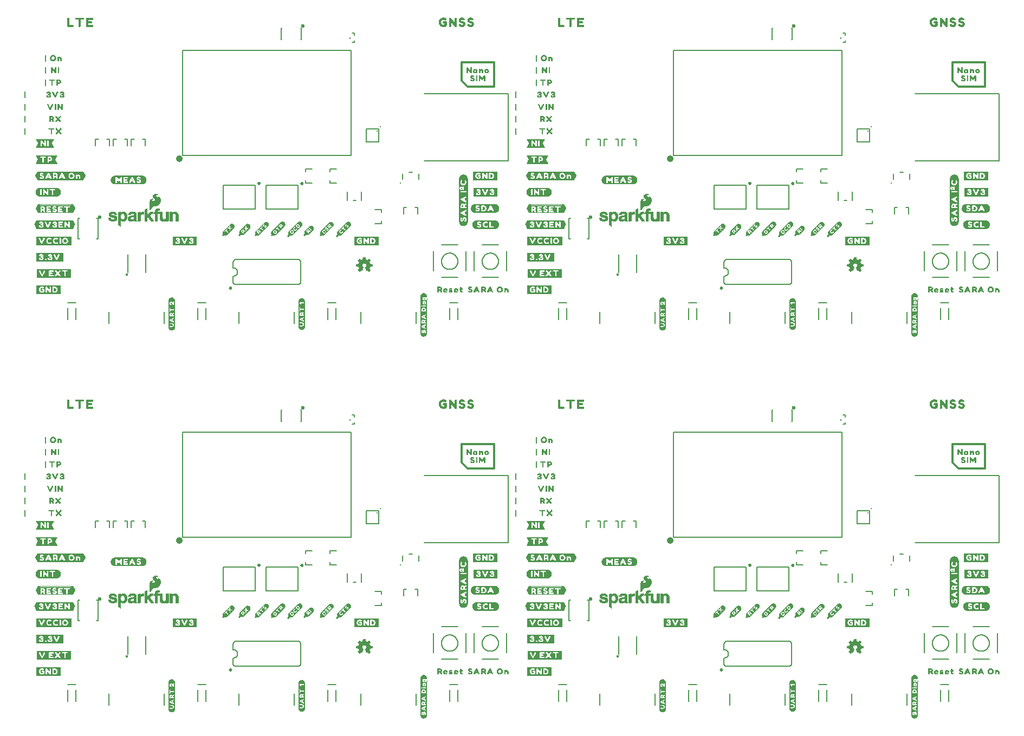
<source format=gto>
G04 EAGLE Gerber RS-274X export*
G75*
%MOMM*%
%FSLAX34Y34*%
%LPD*%
%INSilkscreen Top*%
%IPPOS*%
%AMOC8*
5,1,8,0,0,1.08239X$1,22.5*%
G01*
%ADD10C,0.304800*%
%ADD11C,0.254000*%
%ADD12C,0.203200*%
%ADD13C,0.600000*%
%ADD14C,1.000000*%
%ADD15C,0.254000*%
%ADD16C,0.316225*%
%ADD17C,0.127000*%
%ADD18C,0.177800*%
%ADD19C,0.200000*%
%ADD20C,0.400000*%

G36*
X1456529Y175658D02*
X1456529Y175658D01*
X1456536Y175653D01*
X1457135Y175853D01*
X1457834Y176053D01*
X1457838Y176058D01*
X1457842Y176056D01*
X1459042Y176656D01*
X1459045Y176663D01*
X1459051Y176662D01*
X1459549Y177060D01*
X1460147Y177459D01*
X1460151Y177469D01*
X1460158Y177469D01*
X1460958Y178469D01*
X1460959Y178473D01*
X1460961Y178473D01*
X1461361Y179073D01*
X1461361Y179077D01*
X1461364Y179078D01*
X1461664Y179678D01*
X1461663Y179685D01*
X1461667Y179686D01*
X1461867Y180385D01*
X1462067Y180984D01*
X1462065Y180991D01*
X1462069Y180993D01*
X1462169Y181692D01*
X1462269Y182292D01*
X1462266Y182297D01*
X1462269Y182300D01*
X1462269Y249400D01*
X1462266Y249404D01*
X1462269Y249407D01*
X1462069Y250807D01*
X1462064Y250812D01*
X1462067Y250816D01*
X1461867Y251415D01*
X1461667Y252114D01*
X1461662Y252118D01*
X1461664Y252122D01*
X1461364Y252722D01*
X1461360Y252724D01*
X1461361Y252727D01*
X1460961Y253327D01*
X1460958Y253328D01*
X1460958Y253331D01*
X1460158Y254331D01*
X1460148Y254333D01*
X1460147Y254341D01*
X1459549Y254740D01*
X1459051Y255138D01*
X1459043Y255139D01*
X1459042Y255144D01*
X1457842Y255744D01*
X1457835Y255743D01*
X1457834Y255747D01*
X1457135Y255947D01*
X1456536Y256147D01*
X1456525Y256143D01*
X1456520Y256149D01*
X1454420Y256149D01*
X1454411Y256142D01*
X1454404Y256147D01*
X1453805Y255947D01*
X1453106Y255747D01*
X1453105Y255746D01*
X1453104Y255747D01*
X1452504Y255547D01*
X1452501Y255542D01*
X1452498Y255544D01*
X1451898Y255244D01*
X1451896Y255240D01*
X1451893Y255241D01*
X1451293Y254841D01*
X1451290Y254834D01*
X1451285Y254835D01*
X1450787Y254337D01*
X1450289Y253938D01*
X1450287Y253928D01*
X1450279Y253927D01*
X1449880Y253329D01*
X1449482Y252831D01*
X1449481Y252823D01*
X1449476Y252822D01*
X1449176Y252222D01*
X1449177Y252215D01*
X1449173Y252214D01*
X1448973Y251515D01*
X1448773Y250916D01*
X1448775Y250909D01*
X1448771Y250907D01*
X1448571Y249507D01*
X1448574Y249502D01*
X1448571Y249500D01*
X1448571Y182500D01*
X1448577Y182492D01*
X1448574Y182482D01*
X1448587Y182478D01*
X1448607Y182453D01*
X1448626Y182467D01*
X1448628Y182467D01*
X1448591Y182440D01*
X1448585Y182421D01*
X1448573Y182411D01*
X1448577Y182405D01*
X1448571Y182400D01*
X1448571Y182300D01*
X1448574Y182296D01*
X1448571Y182293D01*
X1448771Y180893D01*
X1448776Y180888D01*
X1448773Y180884D01*
X1448973Y180285D01*
X1449173Y179586D01*
X1449178Y179582D01*
X1449176Y179578D01*
X1449476Y178978D01*
X1449483Y178975D01*
X1449482Y178969D01*
X1449880Y178471D01*
X1450279Y177873D01*
X1450289Y177869D01*
X1450289Y177862D01*
X1450787Y177463D01*
X1451285Y176965D01*
X1451292Y176964D01*
X1451293Y176959D01*
X1451893Y176559D01*
X1451897Y176559D01*
X1451898Y176556D01*
X1452498Y176256D01*
X1452503Y176257D01*
X1452504Y176253D01*
X1453104Y176053D01*
X1453106Y176054D01*
X1453106Y176053D01*
X1453805Y175853D01*
X1454404Y175653D01*
X1454415Y175657D01*
X1454420Y175651D01*
X1456520Y175651D01*
X1456529Y175658D01*
G37*
G36*
X1456529Y772558D02*
X1456529Y772558D01*
X1456536Y772553D01*
X1457135Y772753D01*
X1457834Y772953D01*
X1457838Y772958D01*
X1457842Y772956D01*
X1459042Y773556D01*
X1459045Y773563D01*
X1459051Y773562D01*
X1459549Y773960D01*
X1460147Y774359D01*
X1460151Y774369D01*
X1460158Y774369D01*
X1460958Y775369D01*
X1460959Y775373D01*
X1460961Y775373D01*
X1461361Y775973D01*
X1461361Y775977D01*
X1461364Y775978D01*
X1461664Y776578D01*
X1461663Y776585D01*
X1461667Y776586D01*
X1461867Y777285D01*
X1462067Y777884D01*
X1462065Y777891D01*
X1462069Y777893D01*
X1462169Y778592D01*
X1462269Y779192D01*
X1462266Y779197D01*
X1462269Y779200D01*
X1462269Y846300D01*
X1462266Y846304D01*
X1462269Y846307D01*
X1462069Y847707D01*
X1462064Y847712D01*
X1462067Y847716D01*
X1461867Y848315D01*
X1461667Y849014D01*
X1461662Y849018D01*
X1461664Y849022D01*
X1461364Y849622D01*
X1461360Y849624D01*
X1461361Y849627D01*
X1460961Y850227D01*
X1460958Y850228D01*
X1460958Y850231D01*
X1460158Y851231D01*
X1460148Y851233D01*
X1460147Y851241D01*
X1459549Y851640D01*
X1459051Y852038D01*
X1459043Y852039D01*
X1459042Y852044D01*
X1457842Y852644D01*
X1457835Y852643D01*
X1457834Y852647D01*
X1457135Y852847D01*
X1456536Y853047D01*
X1456525Y853043D01*
X1456520Y853049D01*
X1454420Y853049D01*
X1454411Y853042D01*
X1454404Y853047D01*
X1453805Y852847D01*
X1453106Y852647D01*
X1453105Y852646D01*
X1453104Y852647D01*
X1452504Y852447D01*
X1452501Y852442D01*
X1452498Y852444D01*
X1451898Y852144D01*
X1451896Y852140D01*
X1451893Y852141D01*
X1451293Y851741D01*
X1451290Y851734D01*
X1451285Y851735D01*
X1450787Y851237D01*
X1450289Y850838D01*
X1450287Y850828D01*
X1450279Y850827D01*
X1449880Y850229D01*
X1449482Y849731D01*
X1449481Y849723D01*
X1449476Y849722D01*
X1449176Y849122D01*
X1449177Y849115D01*
X1449173Y849114D01*
X1448973Y848415D01*
X1448773Y847816D01*
X1448775Y847809D01*
X1448771Y847807D01*
X1448571Y846407D01*
X1448574Y846402D01*
X1448571Y846400D01*
X1448571Y779400D01*
X1448577Y779392D01*
X1448574Y779382D01*
X1448587Y779378D01*
X1448607Y779353D01*
X1448626Y779367D01*
X1448628Y779367D01*
X1448591Y779340D01*
X1448585Y779321D01*
X1448573Y779311D01*
X1448577Y779305D01*
X1448571Y779300D01*
X1448571Y779200D01*
X1448574Y779196D01*
X1448571Y779193D01*
X1448771Y777793D01*
X1448776Y777788D01*
X1448773Y777784D01*
X1448973Y777185D01*
X1449173Y776486D01*
X1449178Y776482D01*
X1449176Y776478D01*
X1449476Y775878D01*
X1449483Y775875D01*
X1449482Y775869D01*
X1449880Y775371D01*
X1450279Y774773D01*
X1450289Y774769D01*
X1450289Y774762D01*
X1450787Y774363D01*
X1451285Y773865D01*
X1451292Y773864D01*
X1451293Y773859D01*
X1451893Y773459D01*
X1451897Y773459D01*
X1451898Y773456D01*
X1452498Y773156D01*
X1452503Y773157D01*
X1452504Y773153D01*
X1453104Y772953D01*
X1453106Y772954D01*
X1453106Y772953D01*
X1453805Y772753D01*
X1454404Y772553D01*
X1454415Y772557D01*
X1454420Y772551D01*
X1456520Y772551D01*
X1456529Y772558D01*
G37*
G36*
X689449Y175658D02*
X689449Y175658D01*
X689456Y175653D01*
X690055Y175853D01*
X690754Y176053D01*
X690758Y176058D01*
X690762Y176056D01*
X691962Y176656D01*
X691965Y176663D01*
X691971Y176662D01*
X692469Y177060D01*
X693067Y177459D01*
X693071Y177469D01*
X693078Y177469D01*
X693878Y178469D01*
X693879Y178473D01*
X693881Y178473D01*
X694281Y179073D01*
X694281Y179077D01*
X694284Y179078D01*
X694584Y179678D01*
X694583Y179685D01*
X694587Y179686D01*
X694787Y180385D01*
X694987Y180984D01*
X694985Y180991D01*
X694989Y180993D01*
X695089Y181692D01*
X695189Y182292D01*
X695186Y182297D01*
X695189Y182300D01*
X695189Y249400D01*
X695186Y249404D01*
X695189Y249407D01*
X694989Y250807D01*
X694984Y250812D01*
X694987Y250816D01*
X694787Y251415D01*
X694587Y252114D01*
X694582Y252118D01*
X694584Y252122D01*
X694284Y252722D01*
X694280Y252724D01*
X694281Y252727D01*
X693881Y253327D01*
X693878Y253328D01*
X693878Y253331D01*
X693078Y254331D01*
X693068Y254333D01*
X693067Y254341D01*
X692469Y254740D01*
X691971Y255138D01*
X691963Y255139D01*
X691962Y255144D01*
X690762Y255744D01*
X690755Y255743D01*
X690754Y255747D01*
X690055Y255947D01*
X689456Y256147D01*
X689445Y256143D01*
X689440Y256149D01*
X687340Y256149D01*
X687331Y256142D01*
X687324Y256147D01*
X686725Y255947D01*
X686026Y255747D01*
X686025Y255746D01*
X686024Y255747D01*
X685424Y255547D01*
X685421Y255542D01*
X685418Y255544D01*
X684818Y255244D01*
X684816Y255240D01*
X684813Y255241D01*
X684213Y254841D01*
X684210Y254834D01*
X684205Y254835D01*
X683707Y254337D01*
X683209Y253938D01*
X683207Y253928D01*
X683199Y253927D01*
X682800Y253329D01*
X682402Y252831D01*
X682401Y252823D01*
X682396Y252822D01*
X682096Y252222D01*
X682097Y252215D01*
X682093Y252214D01*
X681893Y251515D01*
X681693Y250916D01*
X681695Y250909D01*
X681691Y250907D01*
X681491Y249507D01*
X681494Y249502D01*
X681491Y249500D01*
X681491Y182500D01*
X681497Y182492D01*
X681494Y182482D01*
X681507Y182478D01*
X681527Y182453D01*
X681546Y182467D01*
X681548Y182467D01*
X681511Y182440D01*
X681505Y182421D01*
X681493Y182411D01*
X681497Y182405D01*
X681491Y182400D01*
X681491Y182300D01*
X681494Y182296D01*
X681491Y182293D01*
X681691Y180893D01*
X681696Y180888D01*
X681693Y180884D01*
X681893Y180285D01*
X682093Y179586D01*
X682098Y179582D01*
X682096Y179578D01*
X682396Y178978D01*
X682403Y178975D01*
X682402Y178969D01*
X682800Y178471D01*
X683199Y177873D01*
X683209Y177869D01*
X683209Y177862D01*
X683707Y177463D01*
X684205Y176965D01*
X684212Y176964D01*
X684213Y176959D01*
X684813Y176559D01*
X684817Y176559D01*
X684818Y176556D01*
X685418Y176256D01*
X685423Y176257D01*
X685424Y176253D01*
X686024Y176053D01*
X686026Y176054D01*
X686026Y176053D01*
X686725Y175853D01*
X687324Y175653D01*
X687335Y175657D01*
X687340Y175651D01*
X689440Y175651D01*
X689449Y175658D01*
G37*
G36*
X689449Y772558D02*
X689449Y772558D01*
X689456Y772553D01*
X690055Y772753D01*
X690754Y772953D01*
X690758Y772958D01*
X690762Y772956D01*
X691962Y773556D01*
X691965Y773563D01*
X691971Y773562D01*
X692469Y773960D01*
X693067Y774359D01*
X693071Y774369D01*
X693078Y774369D01*
X693878Y775369D01*
X693879Y775373D01*
X693881Y775373D01*
X694281Y775973D01*
X694281Y775977D01*
X694284Y775978D01*
X694584Y776578D01*
X694583Y776585D01*
X694587Y776586D01*
X694787Y777285D01*
X694987Y777884D01*
X694985Y777891D01*
X694989Y777893D01*
X695089Y778592D01*
X695189Y779192D01*
X695186Y779197D01*
X695189Y779200D01*
X695189Y846300D01*
X695186Y846304D01*
X695189Y846307D01*
X694989Y847707D01*
X694984Y847712D01*
X694987Y847716D01*
X694787Y848315D01*
X694587Y849014D01*
X694582Y849018D01*
X694584Y849022D01*
X694284Y849622D01*
X694280Y849624D01*
X694281Y849627D01*
X693881Y850227D01*
X693878Y850228D01*
X693878Y850231D01*
X693078Y851231D01*
X693068Y851233D01*
X693067Y851241D01*
X692469Y851640D01*
X691971Y852038D01*
X691963Y852039D01*
X691962Y852044D01*
X690762Y852644D01*
X690755Y852643D01*
X690754Y852647D01*
X690055Y852847D01*
X689456Y853047D01*
X689445Y853043D01*
X689440Y853049D01*
X687340Y853049D01*
X687331Y853042D01*
X687324Y853047D01*
X686725Y852847D01*
X686026Y852647D01*
X686025Y852646D01*
X686024Y852647D01*
X685424Y852447D01*
X685421Y852442D01*
X685418Y852444D01*
X684818Y852144D01*
X684816Y852140D01*
X684813Y852141D01*
X684213Y851741D01*
X684210Y851734D01*
X684205Y851735D01*
X683707Y851237D01*
X683209Y850838D01*
X683207Y850828D01*
X683199Y850827D01*
X682800Y850229D01*
X682402Y849731D01*
X682401Y849723D01*
X682396Y849722D01*
X682096Y849122D01*
X682097Y849115D01*
X682093Y849114D01*
X681893Y848415D01*
X681693Y847816D01*
X681695Y847809D01*
X681691Y847807D01*
X681491Y846407D01*
X681494Y846402D01*
X681491Y846400D01*
X681491Y779400D01*
X681497Y779392D01*
X681494Y779382D01*
X681507Y779378D01*
X681527Y779353D01*
X681546Y779367D01*
X681548Y779367D01*
X681511Y779340D01*
X681505Y779321D01*
X681493Y779311D01*
X681497Y779305D01*
X681491Y779300D01*
X681491Y779200D01*
X681494Y779196D01*
X681491Y779193D01*
X681691Y777793D01*
X681696Y777788D01*
X681693Y777784D01*
X681893Y777185D01*
X682093Y776486D01*
X682098Y776482D01*
X682096Y776478D01*
X682396Y775878D01*
X682403Y775875D01*
X682402Y775869D01*
X682800Y775371D01*
X683199Y774773D01*
X683209Y774769D01*
X683209Y774762D01*
X683707Y774363D01*
X684205Y773865D01*
X684212Y773864D01*
X684213Y773859D01*
X684813Y773459D01*
X684817Y773459D01*
X684818Y773456D01*
X685418Y773156D01*
X685423Y773157D01*
X685424Y773153D01*
X686024Y772953D01*
X686026Y772954D01*
X686026Y772953D01*
X686725Y772753D01*
X687324Y772553D01*
X687335Y772557D01*
X687340Y772551D01*
X689440Y772551D01*
X689449Y772558D01*
G37*
G36*
X94345Y844070D02*
X94345Y844070D01*
X94358Y844069D01*
X94758Y844569D01*
X94759Y844577D01*
X94764Y844578D01*
X97764Y850678D01*
X97763Y850683D01*
X97767Y850686D01*
X97761Y850694D01*
X97760Y850699D01*
X97769Y850708D01*
X97669Y851308D01*
X97661Y851315D01*
X97664Y851322D01*
X94664Y857422D01*
X94647Y857431D01*
X94645Y857442D01*
X94145Y857742D01*
X94133Y857741D01*
X94132Y857742D01*
X94125Y857742D01*
X94120Y857749D01*
X25820Y857749D01*
X25814Y857745D01*
X25808Y857748D01*
X25803Y857736D01*
X25773Y857713D01*
X25777Y857707D01*
X25777Y857706D01*
X25786Y857695D01*
X25784Y857690D01*
X25762Y857725D01*
X25728Y857739D01*
X25720Y857749D01*
X22620Y857749D01*
X22595Y857730D01*
X22582Y857731D01*
X22182Y857231D01*
X22181Y857223D01*
X22176Y857223D01*
X19076Y851223D01*
X19078Y851210D01*
X19073Y851205D01*
X19074Y851203D01*
X19071Y851200D01*
X19071Y850600D01*
X19081Y850587D01*
X19076Y850578D01*
X22176Y844478D01*
X22186Y844473D01*
X22185Y844465D01*
X22585Y844065D01*
X22612Y844062D01*
X22620Y844051D01*
X94320Y844051D01*
X94345Y844070D01*
G37*
G36*
X861425Y844070D02*
X861425Y844070D01*
X861438Y844069D01*
X861838Y844569D01*
X861839Y844577D01*
X861844Y844578D01*
X864844Y850678D01*
X864843Y850683D01*
X864847Y850686D01*
X864841Y850694D01*
X864840Y850699D01*
X864849Y850708D01*
X864749Y851308D01*
X864741Y851315D01*
X864744Y851322D01*
X861744Y857422D01*
X861727Y857431D01*
X861725Y857442D01*
X861225Y857742D01*
X861213Y857741D01*
X861212Y857742D01*
X861205Y857742D01*
X861200Y857749D01*
X792900Y857749D01*
X792894Y857745D01*
X792888Y857748D01*
X792883Y857736D01*
X792853Y857713D01*
X792857Y857707D01*
X792857Y857706D01*
X792866Y857695D01*
X792864Y857690D01*
X792842Y857725D01*
X792808Y857739D01*
X792800Y857749D01*
X789700Y857749D01*
X789675Y857730D01*
X789662Y857731D01*
X789262Y857231D01*
X789261Y857223D01*
X789256Y857223D01*
X786156Y851223D01*
X786158Y851210D01*
X786153Y851205D01*
X786154Y851203D01*
X786151Y851200D01*
X786151Y850600D01*
X786161Y850587D01*
X786156Y850578D01*
X789256Y844478D01*
X789266Y844473D01*
X789265Y844465D01*
X789665Y844065D01*
X789692Y844062D01*
X789700Y844051D01*
X861400Y844051D01*
X861425Y844070D01*
G37*
G36*
X861425Y247170D02*
X861425Y247170D01*
X861438Y247169D01*
X861838Y247669D01*
X861839Y247677D01*
X861844Y247678D01*
X864844Y253778D01*
X864843Y253783D01*
X864847Y253786D01*
X864841Y253794D01*
X864840Y253799D01*
X864849Y253808D01*
X864749Y254408D01*
X864741Y254415D01*
X864744Y254422D01*
X861744Y260522D01*
X861727Y260531D01*
X861725Y260542D01*
X861225Y260842D01*
X861213Y260841D01*
X861212Y260842D01*
X861205Y260842D01*
X861200Y260849D01*
X792900Y260849D01*
X792894Y260845D01*
X792888Y260848D01*
X792883Y260836D01*
X792853Y260813D01*
X792857Y260807D01*
X792857Y260806D01*
X792866Y260795D01*
X792864Y260790D01*
X792842Y260825D01*
X792808Y260839D01*
X792800Y260849D01*
X789700Y260849D01*
X789675Y260830D01*
X789662Y260831D01*
X789262Y260331D01*
X789261Y260323D01*
X789256Y260323D01*
X786156Y254323D01*
X786158Y254310D01*
X786153Y254305D01*
X786154Y254303D01*
X786151Y254300D01*
X786151Y253700D01*
X786161Y253687D01*
X786156Y253678D01*
X789256Y247578D01*
X789266Y247573D01*
X789265Y247565D01*
X789665Y247165D01*
X789692Y247162D01*
X789700Y247151D01*
X861400Y247151D01*
X861425Y247170D01*
G37*
G36*
X94345Y247170D02*
X94345Y247170D01*
X94358Y247169D01*
X94758Y247669D01*
X94759Y247677D01*
X94764Y247678D01*
X97764Y253778D01*
X97763Y253783D01*
X97767Y253786D01*
X97761Y253794D01*
X97760Y253799D01*
X97769Y253808D01*
X97669Y254408D01*
X97661Y254415D01*
X97664Y254422D01*
X94664Y260522D01*
X94647Y260531D01*
X94645Y260542D01*
X94145Y260842D01*
X94133Y260841D01*
X94132Y260842D01*
X94125Y260842D01*
X94120Y260849D01*
X25820Y260849D01*
X25814Y260845D01*
X25808Y260848D01*
X25803Y260836D01*
X25773Y260813D01*
X25777Y260807D01*
X25777Y260806D01*
X25786Y260795D01*
X25784Y260790D01*
X25762Y260825D01*
X25728Y260839D01*
X25720Y260849D01*
X22620Y260849D01*
X22595Y260830D01*
X22582Y260831D01*
X22182Y260331D01*
X22181Y260323D01*
X22176Y260323D01*
X19076Y254323D01*
X19078Y254310D01*
X19073Y254305D01*
X19074Y254303D01*
X19071Y254300D01*
X19071Y253700D01*
X19081Y253687D01*
X19076Y253678D01*
X22176Y247578D01*
X22186Y247573D01*
X22185Y247565D01*
X22585Y247165D01*
X22612Y247162D01*
X22620Y247151D01*
X94320Y247151D01*
X94345Y247170D01*
G37*
G36*
X77645Y170962D02*
X77645Y170962D01*
X77655Y170958D01*
X78155Y171258D01*
X78163Y171276D01*
X78174Y171278D01*
X81274Y177378D01*
X81273Y177385D01*
X81278Y177389D01*
X81277Y177391D01*
X81279Y177392D01*
X81379Y177992D01*
X81368Y178011D01*
X81374Y178023D01*
X78274Y184022D01*
X77974Y184622D01*
X77937Y184641D01*
X77930Y184649D01*
X21030Y184649D01*
X20996Y184624D01*
X20986Y184622D01*
X17686Y177922D01*
X17688Y177911D01*
X17684Y177908D01*
X17690Y177901D01*
X17691Y177896D01*
X17683Y177884D01*
X17883Y177284D01*
X17887Y177282D01*
X17886Y177278D01*
X20886Y171178D01*
X20910Y171166D01*
X20914Y171153D01*
X21514Y170953D01*
X21525Y170957D01*
X21530Y170951D01*
X77630Y170951D01*
X77645Y170962D01*
G37*
G36*
X77645Y767862D02*
X77645Y767862D01*
X77655Y767858D01*
X78155Y768158D01*
X78163Y768176D01*
X78174Y768178D01*
X81274Y774278D01*
X81273Y774285D01*
X81278Y774289D01*
X81277Y774291D01*
X81279Y774292D01*
X81379Y774892D01*
X81368Y774911D01*
X81374Y774923D01*
X78274Y780922D01*
X77974Y781522D01*
X77937Y781541D01*
X77930Y781549D01*
X21030Y781549D01*
X20996Y781524D01*
X20986Y781522D01*
X17686Y774822D01*
X17688Y774811D01*
X17684Y774808D01*
X17690Y774801D01*
X17691Y774796D01*
X17683Y774784D01*
X17883Y774184D01*
X17887Y774182D01*
X17886Y774178D01*
X20886Y768078D01*
X20910Y768066D01*
X20914Y768053D01*
X21514Y767853D01*
X21525Y767857D01*
X21530Y767851D01*
X77630Y767851D01*
X77645Y767862D01*
G37*
G36*
X844725Y170962D02*
X844725Y170962D01*
X844735Y170958D01*
X845235Y171258D01*
X845243Y171276D01*
X845254Y171278D01*
X848354Y177378D01*
X848353Y177385D01*
X848358Y177389D01*
X848357Y177391D01*
X848359Y177392D01*
X848459Y177992D01*
X848448Y178011D01*
X848454Y178023D01*
X845354Y184022D01*
X845054Y184622D01*
X845017Y184641D01*
X845010Y184649D01*
X788110Y184649D01*
X788076Y184624D01*
X788066Y184622D01*
X784766Y177922D01*
X784768Y177911D01*
X784764Y177908D01*
X784770Y177901D01*
X784771Y177896D01*
X784763Y177884D01*
X784963Y177284D01*
X784967Y177282D01*
X784966Y177278D01*
X787966Y171178D01*
X787990Y171166D01*
X787994Y171153D01*
X788594Y170953D01*
X788605Y170957D01*
X788610Y170951D01*
X844710Y170951D01*
X844725Y170962D01*
G37*
G36*
X844725Y767862D02*
X844725Y767862D01*
X844735Y767858D01*
X845235Y768158D01*
X845243Y768176D01*
X845254Y768178D01*
X848354Y774278D01*
X848353Y774285D01*
X848358Y774289D01*
X848357Y774291D01*
X848359Y774292D01*
X848459Y774892D01*
X848448Y774911D01*
X848454Y774923D01*
X845354Y780922D01*
X845054Y781522D01*
X845017Y781541D01*
X845010Y781549D01*
X788110Y781549D01*
X788076Y781524D01*
X788066Y781522D01*
X784766Y774822D01*
X784768Y774811D01*
X784764Y774808D01*
X784770Y774801D01*
X784771Y774796D01*
X784763Y774784D01*
X784963Y774184D01*
X784967Y774182D01*
X784966Y774178D01*
X787966Y768078D01*
X787990Y768066D01*
X787994Y768053D01*
X788594Y767853D01*
X788605Y767857D01*
X788610Y767851D01*
X844710Y767851D01*
X844725Y767862D01*
G37*
G36*
X78433Y196376D02*
X78433Y196376D01*
X78444Y196378D01*
X81844Y203078D01*
X81843Y203082D01*
X81846Y203085D01*
X81841Y203091D01*
X81839Y203104D01*
X81847Y203116D01*
X81647Y203716D01*
X81642Y203719D01*
X81644Y203722D01*
X78544Y209822D01*
X78522Y209833D01*
X78518Y209846D01*
X78018Y210046D01*
X78006Y210042D01*
X78005Y210042D01*
X78000Y210049D01*
X26600Y210049D01*
X26553Y210013D01*
X26557Y210008D01*
X26554Y210006D01*
X26556Y210004D01*
X26551Y210000D01*
X26548Y210013D01*
X26501Y210049D01*
X26500Y210049D01*
X23200Y210049D01*
X23167Y210024D01*
X23156Y210022D01*
X19756Y203322D01*
X19758Y203311D01*
X19754Y203308D01*
X19760Y203301D01*
X19761Y203296D01*
X19753Y203284D01*
X19953Y202684D01*
X19958Y202681D01*
X19956Y202678D01*
X23056Y196578D01*
X23078Y196567D01*
X23082Y196554D01*
X23582Y196354D01*
X23595Y196358D01*
X23600Y196351D01*
X78400Y196351D01*
X78433Y196376D01*
G37*
G36*
X845513Y196376D02*
X845513Y196376D01*
X845524Y196378D01*
X848924Y203078D01*
X848923Y203082D01*
X848926Y203085D01*
X848921Y203091D01*
X848919Y203104D01*
X848927Y203116D01*
X848727Y203716D01*
X848722Y203719D01*
X848724Y203722D01*
X845624Y209822D01*
X845602Y209833D01*
X845598Y209846D01*
X845098Y210046D01*
X845086Y210042D01*
X845085Y210042D01*
X845080Y210049D01*
X793680Y210049D01*
X793633Y210013D01*
X793637Y210008D01*
X793634Y210006D01*
X793636Y210004D01*
X793631Y210000D01*
X793628Y210013D01*
X793581Y210049D01*
X793580Y210049D01*
X790280Y210049D01*
X790247Y210024D01*
X790236Y210022D01*
X786836Y203322D01*
X786838Y203311D01*
X786834Y203308D01*
X786840Y203301D01*
X786841Y203296D01*
X786833Y203284D01*
X787033Y202684D01*
X787038Y202681D01*
X787036Y202678D01*
X790136Y196578D01*
X790158Y196567D01*
X790162Y196554D01*
X790662Y196354D01*
X790675Y196358D01*
X790680Y196351D01*
X845480Y196351D01*
X845513Y196376D01*
G37*
G36*
X845513Y793276D02*
X845513Y793276D01*
X845524Y793278D01*
X848924Y799978D01*
X848923Y799982D01*
X848926Y799985D01*
X848921Y799991D01*
X848919Y800004D01*
X848927Y800016D01*
X848727Y800616D01*
X848722Y800619D01*
X848724Y800622D01*
X845624Y806722D01*
X845602Y806733D01*
X845598Y806746D01*
X845098Y806946D01*
X845086Y806942D01*
X845085Y806942D01*
X845080Y806949D01*
X793680Y806949D01*
X793633Y806913D01*
X793637Y806908D01*
X793634Y806906D01*
X793636Y806904D01*
X793631Y806900D01*
X793628Y806913D01*
X793581Y806949D01*
X793580Y806949D01*
X790280Y806949D01*
X790247Y806924D01*
X790236Y806922D01*
X786836Y800222D01*
X786838Y800211D01*
X786834Y800208D01*
X786840Y800201D01*
X786841Y800196D01*
X786833Y800184D01*
X787033Y799584D01*
X787038Y799581D01*
X787036Y799578D01*
X790136Y793478D01*
X790158Y793467D01*
X790162Y793454D01*
X790662Y793254D01*
X790675Y793258D01*
X790680Y793251D01*
X845480Y793251D01*
X845513Y793276D01*
G37*
G36*
X78433Y793276D02*
X78433Y793276D01*
X78444Y793278D01*
X81844Y799978D01*
X81843Y799982D01*
X81846Y799985D01*
X81841Y799991D01*
X81839Y800004D01*
X81847Y800016D01*
X81647Y800616D01*
X81642Y800619D01*
X81644Y800622D01*
X78544Y806722D01*
X78522Y806733D01*
X78518Y806746D01*
X78018Y806946D01*
X78006Y806942D01*
X78005Y806942D01*
X78000Y806949D01*
X26600Y806949D01*
X26553Y806913D01*
X26557Y806908D01*
X26554Y806906D01*
X26556Y806904D01*
X26551Y806900D01*
X26548Y806913D01*
X26501Y806949D01*
X26500Y806949D01*
X23200Y806949D01*
X23167Y806924D01*
X23156Y806922D01*
X19756Y800222D01*
X19758Y800211D01*
X19754Y800208D01*
X19760Y800201D01*
X19761Y800196D01*
X19753Y800184D01*
X19953Y799584D01*
X19958Y799581D01*
X19956Y799578D01*
X23056Y793478D01*
X23078Y793467D01*
X23082Y793454D01*
X23582Y793254D01*
X23595Y793258D01*
X23600Y793251D01*
X78400Y793251D01*
X78433Y793276D01*
G37*
G36*
X842787Y742487D02*
X842787Y742487D01*
X842782Y742494D01*
X842789Y742500D01*
X842789Y756000D01*
X842753Y756047D01*
X842750Y756045D01*
X842748Y756049D01*
X842148Y756149D01*
X842143Y756146D01*
X842140Y756149D01*
X787940Y756149D01*
X787893Y756113D01*
X787896Y756109D01*
X787893Y756106D01*
X787895Y756103D01*
X787891Y756100D01*
X787891Y742600D01*
X787927Y742553D01*
X787930Y742555D01*
X787932Y742551D01*
X788532Y742451D01*
X788537Y742454D01*
X788540Y742451D01*
X842740Y742451D01*
X842787Y742487D01*
G37*
G36*
X75707Y145587D02*
X75707Y145587D01*
X75702Y145594D01*
X75709Y145600D01*
X75709Y159100D01*
X75673Y159147D01*
X75670Y159145D01*
X75668Y159149D01*
X75068Y159249D01*
X75063Y159246D01*
X75060Y159249D01*
X20860Y159249D01*
X20813Y159213D01*
X20816Y159209D01*
X20813Y159206D01*
X20815Y159203D01*
X20811Y159200D01*
X20811Y145700D01*
X20847Y145653D01*
X20850Y145655D01*
X20852Y145651D01*
X21452Y145551D01*
X21457Y145554D01*
X21460Y145551D01*
X75660Y145551D01*
X75707Y145587D01*
G37*
G36*
X75707Y742487D02*
X75707Y742487D01*
X75702Y742494D01*
X75709Y742500D01*
X75709Y756000D01*
X75673Y756047D01*
X75670Y756045D01*
X75668Y756049D01*
X75068Y756149D01*
X75063Y756146D01*
X75060Y756149D01*
X20860Y756149D01*
X20813Y756113D01*
X20816Y756109D01*
X20813Y756106D01*
X20815Y756103D01*
X20811Y756100D01*
X20811Y742600D01*
X20847Y742553D01*
X20850Y742555D01*
X20852Y742551D01*
X21452Y742451D01*
X21457Y742454D01*
X21460Y742451D01*
X75660Y742451D01*
X75707Y742487D01*
G37*
G36*
X842787Y145587D02*
X842787Y145587D01*
X842782Y145594D01*
X842789Y145600D01*
X842789Y159100D01*
X842753Y159147D01*
X842750Y159145D01*
X842748Y159149D01*
X842148Y159249D01*
X842143Y159246D01*
X842140Y159249D01*
X787940Y159249D01*
X787893Y159213D01*
X787896Y159209D01*
X787893Y159206D01*
X787895Y159203D01*
X787891Y159200D01*
X787891Y145700D01*
X787927Y145653D01*
X787930Y145655D01*
X787932Y145651D01*
X788532Y145551D01*
X788537Y145554D01*
X788540Y145551D01*
X842740Y145551D01*
X842787Y145587D01*
G37*
G36*
X841858Y94764D02*
X841858Y94764D01*
X841870Y94761D01*
X842270Y95061D01*
X842274Y95077D01*
X842281Y95082D01*
X842277Y95088D01*
X842279Y95092D01*
X842289Y95100D01*
X842289Y108000D01*
X842276Y108018D01*
X842279Y108030D01*
X841979Y108430D01*
X841948Y108439D01*
X841940Y108449D01*
X788540Y108449D01*
X788493Y108413D01*
X788495Y108410D01*
X788491Y108408D01*
X788391Y107808D01*
X788394Y107803D01*
X788391Y107800D01*
X788391Y94900D01*
X788427Y94853D01*
X788430Y94855D01*
X788432Y94851D01*
X789032Y94751D01*
X789037Y94754D01*
X789040Y94751D01*
X841840Y94751D01*
X841858Y94764D01*
G37*
G36*
X74778Y94764D02*
X74778Y94764D01*
X74790Y94761D01*
X75190Y95061D01*
X75194Y95077D01*
X75201Y95082D01*
X75197Y95088D01*
X75199Y95092D01*
X75209Y95100D01*
X75209Y108000D01*
X75196Y108018D01*
X75199Y108030D01*
X74899Y108430D01*
X74868Y108439D01*
X74860Y108449D01*
X21460Y108449D01*
X21413Y108413D01*
X21415Y108410D01*
X21411Y108408D01*
X21311Y107808D01*
X21314Y107803D01*
X21311Y107800D01*
X21311Y94900D01*
X21347Y94853D01*
X21350Y94855D01*
X21352Y94851D01*
X21952Y94751D01*
X21957Y94754D01*
X21960Y94751D01*
X74760Y94751D01*
X74778Y94764D01*
G37*
G36*
X841858Y691664D02*
X841858Y691664D01*
X841870Y691661D01*
X842270Y691961D01*
X842274Y691977D01*
X842281Y691982D01*
X842277Y691988D01*
X842279Y691992D01*
X842289Y692000D01*
X842289Y704900D01*
X842276Y704918D01*
X842279Y704930D01*
X841979Y705330D01*
X841948Y705339D01*
X841940Y705349D01*
X788540Y705349D01*
X788493Y705313D01*
X788495Y705310D01*
X788491Y705308D01*
X788391Y704708D01*
X788394Y704703D01*
X788391Y704700D01*
X788391Y691800D01*
X788427Y691753D01*
X788430Y691755D01*
X788432Y691751D01*
X789032Y691651D01*
X789037Y691654D01*
X789040Y691651D01*
X841840Y691651D01*
X841858Y691664D01*
G37*
G36*
X74778Y691664D02*
X74778Y691664D01*
X74790Y691661D01*
X75190Y691961D01*
X75194Y691977D01*
X75201Y691982D01*
X75197Y691988D01*
X75199Y691992D01*
X75209Y692000D01*
X75209Y704900D01*
X75196Y704918D01*
X75199Y704930D01*
X74899Y705330D01*
X74868Y705339D01*
X74860Y705349D01*
X21460Y705349D01*
X21413Y705313D01*
X21415Y705310D01*
X21411Y705308D01*
X21311Y704708D01*
X21314Y704703D01*
X21311Y704700D01*
X21311Y691800D01*
X21347Y691753D01*
X21350Y691755D01*
X21352Y691751D01*
X21952Y691651D01*
X21957Y691654D01*
X21960Y691651D01*
X74760Y691651D01*
X74778Y691664D01*
G37*
G36*
X186764Y837704D02*
X186764Y837704D01*
X186767Y837701D01*
X187467Y837801D01*
X187472Y837806D01*
X187476Y837803D01*
X188075Y838003D01*
X188774Y838203D01*
X188778Y838208D01*
X188782Y838206D01*
X189982Y838806D01*
X189985Y838813D01*
X189991Y838812D01*
X190491Y839212D01*
X190492Y839216D01*
X190495Y839215D01*
X191495Y840215D01*
X191495Y840219D01*
X191498Y840219D01*
X191898Y840719D01*
X191899Y840727D01*
X191904Y840728D01*
X192504Y841928D01*
X192503Y841935D01*
X192507Y841936D01*
X192707Y842635D01*
X192907Y843234D01*
X192905Y843241D01*
X192909Y843243D01*
X193009Y843943D01*
X193006Y843948D01*
X193009Y843950D01*
X193009Y845250D01*
X193006Y845254D01*
X193009Y845257D01*
X192909Y845957D01*
X192905Y845961D01*
X192907Y845964D01*
X192707Y846664D01*
X192702Y846668D01*
X192704Y846672D01*
X191804Y848472D01*
X191797Y848475D01*
X191798Y848481D01*
X191398Y848981D01*
X191394Y848982D01*
X191395Y848985D01*
X190395Y849985D01*
X190383Y849986D01*
X190382Y849994D01*
X189785Y850293D01*
X189187Y850691D01*
X189178Y850690D01*
X189176Y850697D01*
X187976Y851097D01*
X187974Y851096D01*
X187974Y851097D01*
X187274Y851297D01*
X187269Y851296D01*
X187267Y851299D01*
X186567Y851399D01*
X186562Y851396D01*
X186560Y851399D01*
X143460Y851399D01*
X143455Y851396D01*
X143452Y851399D01*
X142852Y851299D01*
X142849Y851295D01*
X142846Y851297D01*
X142146Y851097D01*
X142145Y851096D01*
X142144Y851097D01*
X141545Y850897D01*
X140846Y850697D01*
X140838Y850686D01*
X140829Y850688D01*
X140331Y850290D01*
X139733Y849891D01*
X139732Y849888D01*
X139729Y849888D01*
X139229Y849488D01*
X139228Y849484D01*
X139225Y849485D01*
X138725Y848985D01*
X138725Y848981D01*
X138722Y848981D01*
X138322Y848481D01*
X138321Y848473D01*
X138316Y848472D01*
X137416Y846672D01*
X137417Y846665D01*
X137413Y846664D01*
X137213Y845964D01*
X137215Y845959D01*
X137211Y845957D01*
X137111Y845257D01*
X137114Y845252D01*
X137111Y845250D01*
X137111Y843950D01*
X137114Y843946D01*
X137111Y843943D01*
X137211Y843243D01*
X137215Y843239D01*
X137213Y843236D01*
X137413Y842536D01*
X137414Y842535D01*
X137413Y842534D01*
X137613Y841934D01*
X137618Y841931D01*
X137616Y841928D01*
X137916Y841328D01*
X137920Y841326D01*
X137919Y841323D01*
X138319Y840723D01*
X138322Y840722D01*
X138322Y840719D01*
X139122Y839719D01*
X139126Y839718D01*
X139125Y839715D01*
X139625Y839215D01*
X139632Y839214D01*
X139633Y839209D01*
X140233Y838809D01*
X140237Y838809D01*
X140238Y838806D01*
X141438Y838206D01*
X141443Y838207D01*
X141444Y838203D01*
X142044Y838003D01*
X142046Y838004D01*
X142046Y838003D01*
X142746Y837803D01*
X142750Y837804D01*
X142752Y837801D01*
X143352Y837701D01*
X143357Y837704D01*
X143360Y837701D01*
X186760Y837701D01*
X186764Y837704D01*
G37*
G36*
X953844Y837704D02*
X953844Y837704D01*
X953847Y837701D01*
X954547Y837801D01*
X954552Y837806D01*
X954556Y837803D01*
X955155Y838003D01*
X955854Y838203D01*
X955858Y838208D01*
X955862Y838206D01*
X957062Y838806D01*
X957065Y838813D01*
X957071Y838812D01*
X957571Y839212D01*
X957572Y839216D01*
X957575Y839215D01*
X958575Y840215D01*
X958575Y840219D01*
X958578Y840219D01*
X958978Y840719D01*
X958979Y840727D01*
X958984Y840728D01*
X959584Y841928D01*
X959583Y841935D01*
X959587Y841936D01*
X959787Y842635D01*
X959987Y843234D01*
X959985Y843241D01*
X959989Y843243D01*
X960089Y843943D01*
X960086Y843948D01*
X960089Y843950D01*
X960089Y845250D01*
X960086Y845254D01*
X960089Y845257D01*
X959989Y845957D01*
X959985Y845961D01*
X959987Y845964D01*
X959787Y846664D01*
X959782Y846668D01*
X959784Y846672D01*
X958884Y848472D01*
X958877Y848475D01*
X958878Y848481D01*
X958478Y848981D01*
X958474Y848982D01*
X958475Y848985D01*
X957475Y849985D01*
X957463Y849986D01*
X957462Y849994D01*
X956865Y850293D01*
X956267Y850691D01*
X956258Y850690D01*
X956256Y850697D01*
X955056Y851097D01*
X955054Y851096D01*
X955054Y851097D01*
X954354Y851297D01*
X954349Y851296D01*
X954347Y851299D01*
X953647Y851399D01*
X953642Y851396D01*
X953640Y851399D01*
X910540Y851399D01*
X910535Y851396D01*
X910532Y851399D01*
X909932Y851299D01*
X909929Y851295D01*
X909926Y851297D01*
X909226Y851097D01*
X909225Y851096D01*
X909224Y851097D01*
X908625Y850897D01*
X907926Y850697D01*
X907918Y850686D01*
X907909Y850688D01*
X907411Y850290D01*
X906813Y849891D01*
X906812Y849888D01*
X906809Y849888D01*
X906309Y849488D01*
X906308Y849484D01*
X906305Y849485D01*
X905805Y848985D01*
X905805Y848981D01*
X905802Y848981D01*
X905402Y848481D01*
X905401Y848473D01*
X905396Y848472D01*
X904496Y846672D01*
X904497Y846665D01*
X904493Y846664D01*
X904293Y845964D01*
X904295Y845959D01*
X904291Y845957D01*
X904191Y845257D01*
X904194Y845252D01*
X904191Y845250D01*
X904191Y843950D01*
X904194Y843946D01*
X904191Y843943D01*
X904291Y843243D01*
X904295Y843239D01*
X904293Y843236D01*
X904493Y842536D01*
X904494Y842535D01*
X904493Y842534D01*
X904693Y841934D01*
X904698Y841931D01*
X904696Y841928D01*
X904996Y841328D01*
X905000Y841326D01*
X904999Y841323D01*
X905399Y840723D01*
X905402Y840722D01*
X905402Y840719D01*
X906202Y839719D01*
X906206Y839718D01*
X906205Y839715D01*
X906705Y839215D01*
X906712Y839214D01*
X906713Y839209D01*
X907313Y838809D01*
X907317Y838809D01*
X907318Y838806D01*
X908518Y838206D01*
X908523Y838207D01*
X908524Y838203D01*
X909124Y838003D01*
X909126Y838004D01*
X909126Y838003D01*
X909826Y837803D01*
X909830Y837804D01*
X909832Y837801D01*
X910432Y837701D01*
X910437Y837704D01*
X910440Y837701D01*
X953840Y837701D01*
X953844Y837704D01*
G37*
G36*
X953844Y240804D02*
X953844Y240804D01*
X953847Y240801D01*
X954547Y240901D01*
X954552Y240906D01*
X954556Y240903D01*
X955155Y241103D01*
X955854Y241303D01*
X955858Y241308D01*
X955862Y241306D01*
X957062Y241906D01*
X957065Y241913D01*
X957071Y241912D01*
X957571Y242312D01*
X957572Y242316D01*
X957575Y242315D01*
X958575Y243315D01*
X958575Y243319D01*
X958578Y243319D01*
X958978Y243819D01*
X958979Y243827D01*
X958984Y243828D01*
X959584Y245028D01*
X959583Y245035D01*
X959587Y245036D01*
X959787Y245735D01*
X959987Y246334D01*
X959985Y246341D01*
X959989Y246343D01*
X960089Y247043D01*
X960086Y247048D01*
X960089Y247050D01*
X960089Y248350D01*
X960086Y248354D01*
X960089Y248357D01*
X959989Y249057D01*
X959985Y249061D01*
X959987Y249064D01*
X959787Y249764D01*
X959782Y249768D01*
X959784Y249772D01*
X958884Y251572D01*
X958877Y251575D01*
X958878Y251581D01*
X958478Y252081D01*
X958474Y252082D01*
X958475Y252085D01*
X957475Y253085D01*
X957463Y253086D01*
X957462Y253094D01*
X956865Y253393D01*
X956267Y253791D01*
X956258Y253790D01*
X956256Y253797D01*
X955056Y254197D01*
X955054Y254196D01*
X955054Y254197D01*
X954354Y254397D01*
X954349Y254396D01*
X954347Y254399D01*
X953647Y254499D01*
X953642Y254496D01*
X953640Y254499D01*
X910540Y254499D01*
X910535Y254496D01*
X910532Y254499D01*
X909932Y254399D01*
X909929Y254395D01*
X909926Y254397D01*
X909226Y254197D01*
X909225Y254196D01*
X909224Y254197D01*
X908625Y253997D01*
X907926Y253797D01*
X907918Y253786D01*
X907909Y253788D01*
X907411Y253390D01*
X906813Y252991D01*
X906812Y252988D01*
X906809Y252988D01*
X906309Y252588D01*
X906308Y252584D01*
X906305Y252585D01*
X905805Y252085D01*
X905805Y252081D01*
X905802Y252081D01*
X905402Y251581D01*
X905401Y251573D01*
X905396Y251572D01*
X904496Y249772D01*
X904497Y249765D01*
X904493Y249764D01*
X904293Y249064D01*
X904295Y249059D01*
X904291Y249057D01*
X904191Y248357D01*
X904194Y248352D01*
X904191Y248350D01*
X904191Y247050D01*
X904194Y247046D01*
X904191Y247043D01*
X904291Y246343D01*
X904295Y246339D01*
X904293Y246336D01*
X904493Y245636D01*
X904494Y245635D01*
X904493Y245634D01*
X904693Y245034D01*
X904698Y245031D01*
X904696Y245028D01*
X904996Y244428D01*
X905000Y244426D01*
X904999Y244423D01*
X905399Y243823D01*
X905402Y243822D01*
X905402Y243819D01*
X906202Y242819D01*
X906206Y242818D01*
X906205Y242815D01*
X906705Y242315D01*
X906712Y242314D01*
X906713Y242309D01*
X907313Y241909D01*
X907317Y241909D01*
X907318Y241906D01*
X908518Y241306D01*
X908523Y241307D01*
X908524Y241303D01*
X909124Y241103D01*
X909126Y241104D01*
X909126Y241103D01*
X909826Y240903D01*
X909830Y240904D01*
X909832Y240901D01*
X910432Y240801D01*
X910437Y240804D01*
X910440Y240801D01*
X953840Y240801D01*
X953844Y240804D01*
G37*
G36*
X186764Y240804D02*
X186764Y240804D01*
X186767Y240801D01*
X187467Y240901D01*
X187472Y240906D01*
X187476Y240903D01*
X188075Y241103D01*
X188774Y241303D01*
X188778Y241308D01*
X188782Y241306D01*
X189982Y241906D01*
X189985Y241913D01*
X189991Y241912D01*
X190491Y242312D01*
X190492Y242316D01*
X190495Y242315D01*
X191495Y243315D01*
X191495Y243319D01*
X191498Y243319D01*
X191898Y243819D01*
X191899Y243827D01*
X191904Y243828D01*
X192504Y245028D01*
X192503Y245035D01*
X192507Y245036D01*
X192707Y245735D01*
X192907Y246334D01*
X192905Y246341D01*
X192909Y246343D01*
X193009Y247043D01*
X193006Y247048D01*
X193009Y247050D01*
X193009Y248350D01*
X193006Y248354D01*
X193009Y248357D01*
X192909Y249057D01*
X192905Y249061D01*
X192907Y249064D01*
X192707Y249764D01*
X192702Y249768D01*
X192704Y249772D01*
X191804Y251572D01*
X191797Y251575D01*
X191798Y251581D01*
X191398Y252081D01*
X191394Y252082D01*
X191395Y252085D01*
X190395Y253085D01*
X190383Y253086D01*
X190382Y253094D01*
X189785Y253393D01*
X189187Y253791D01*
X189178Y253790D01*
X189176Y253797D01*
X187976Y254197D01*
X187974Y254196D01*
X187974Y254197D01*
X187274Y254397D01*
X187269Y254396D01*
X187267Y254399D01*
X186567Y254499D01*
X186562Y254496D01*
X186560Y254499D01*
X143460Y254499D01*
X143455Y254496D01*
X143452Y254499D01*
X142852Y254399D01*
X142849Y254395D01*
X142846Y254397D01*
X142146Y254197D01*
X142145Y254196D01*
X142144Y254197D01*
X141545Y253997D01*
X140846Y253797D01*
X140838Y253786D01*
X140829Y253788D01*
X140331Y253390D01*
X139733Y252991D01*
X139732Y252988D01*
X139729Y252988D01*
X139229Y252588D01*
X139228Y252584D01*
X139225Y252585D01*
X138725Y252085D01*
X138725Y252081D01*
X138722Y252081D01*
X138322Y251581D01*
X138321Y251573D01*
X138316Y251572D01*
X137416Y249772D01*
X137417Y249765D01*
X137413Y249764D01*
X137213Y249064D01*
X137215Y249059D01*
X137211Y249057D01*
X137111Y248357D01*
X137114Y248352D01*
X137111Y248350D01*
X137111Y247050D01*
X137114Y247046D01*
X137111Y247043D01*
X137211Y246343D01*
X137215Y246339D01*
X137213Y246336D01*
X137413Y245636D01*
X137414Y245635D01*
X137413Y245634D01*
X137613Y245034D01*
X137618Y245031D01*
X137616Y245028D01*
X137916Y244428D01*
X137920Y244426D01*
X137919Y244423D01*
X138319Y243823D01*
X138322Y243822D01*
X138322Y243819D01*
X139122Y242819D01*
X139126Y242818D01*
X139125Y242815D01*
X139625Y242315D01*
X139632Y242314D01*
X139633Y242309D01*
X140233Y241909D01*
X140237Y241909D01*
X140238Y241906D01*
X141438Y241306D01*
X141443Y241307D01*
X141444Y241303D01*
X142044Y241103D01*
X142046Y241104D01*
X142046Y241103D01*
X142746Y240903D01*
X142750Y240904D01*
X142752Y240901D01*
X143352Y240801D01*
X143357Y240804D01*
X143360Y240801D01*
X186760Y240801D01*
X186764Y240804D01*
G37*
G36*
X627820Y599882D02*
X627820Y599882D01*
X627826Y599889D01*
X627832Y599886D01*
X628230Y600085D01*
X628728Y600284D01*
X628733Y600292D01*
X628740Y600291D01*
X629540Y600891D01*
X629541Y600896D01*
X629545Y600895D01*
X629945Y601295D01*
X629946Y601300D01*
X629949Y601300D01*
X630549Y602100D01*
X630549Y602110D01*
X630556Y602112D01*
X630755Y602610D01*
X630954Y603008D01*
X630953Y603012D01*
X630957Y603015D01*
X630954Y603018D01*
X630958Y603020D01*
X631258Y604520D01*
X631255Y604527D01*
X631259Y604530D01*
X631259Y657113D01*
X631648Y657599D01*
X631649Y657616D01*
X631658Y657620D01*
X631858Y658620D01*
X631855Y658627D01*
X631859Y658630D01*
X631859Y659130D01*
X631855Y659136D01*
X631858Y659140D01*
X631758Y659640D01*
X631753Y659644D01*
X631756Y659648D01*
X631556Y660148D01*
X631553Y660150D01*
X631554Y660152D01*
X631354Y660552D01*
X631344Y660557D01*
X631345Y660565D01*
X631259Y660650D01*
X631259Y662930D01*
X631255Y662936D01*
X631258Y662940D01*
X630958Y664440D01*
X630953Y664444D01*
X630956Y664448D01*
X630756Y664948D01*
X630748Y664953D01*
X630749Y664960D01*
X630451Y665358D01*
X630152Y665855D01*
X630144Y665859D01*
X630145Y665865D01*
X629445Y666565D01*
X629440Y666566D01*
X629440Y666569D01*
X628640Y667169D01*
X628633Y667169D01*
X628632Y667174D01*
X628232Y667374D01*
X628229Y667373D01*
X628228Y667376D01*
X627728Y667576D01*
X627722Y667574D01*
X627720Y667578D01*
X626220Y667878D01*
X626207Y667872D01*
X626200Y667878D01*
X625705Y667779D01*
X625210Y667779D01*
X625204Y667775D01*
X625200Y667778D01*
X624700Y667678D01*
X624696Y667673D01*
X624692Y667676D01*
X624192Y667476D01*
X624190Y667473D01*
X624188Y667474D01*
X623788Y667274D01*
X623787Y667271D01*
X623785Y667272D01*
X623285Y666972D01*
X623283Y666969D01*
X623280Y666969D01*
X622480Y666369D01*
X622478Y666360D01*
X622471Y666360D01*
X621571Y665160D01*
X621571Y665151D01*
X621570Y665150D01*
X621564Y665148D01*
X621164Y664148D01*
X621166Y664142D01*
X621162Y664140D01*
X620962Y663140D01*
X620965Y663133D01*
X620961Y663130D01*
X620961Y604230D01*
X620965Y604224D01*
X620962Y604220D01*
X621062Y603720D01*
X621067Y603716D01*
X621064Y603712D01*
X621263Y603216D01*
X621362Y602720D01*
X621369Y602714D01*
X621366Y602708D01*
X621566Y602308D01*
X621569Y602307D01*
X621568Y602305D01*
X621868Y601805D01*
X621871Y601803D01*
X621871Y601800D01*
X622171Y601400D01*
X622180Y601398D01*
X622180Y601391D01*
X622578Y601093D01*
X622975Y600695D01*
X622980Y600694D01*
X622980Y600691D01*
X623380Y600391D01*
X623387Y600391D01*
X623388Y600386D01*
X623788Y600186D01*
X623791Y600187D01*
X623792Y600184D01*
X624792Y599784D01*
X624797Y599786D01*
X624798Y599782D01*
X625198Y599682D01*
X625206Y599686D01*
X625210Y599681D01*
X625805Y599681D01*
X626300Y599582D01*
X626313Y599588D01*
X626320Y599582D01*
X627820Y599882D01*
G37*
G36*
X1394900Y599882D02*
X1394900Y599882D01*
X1394906Y599889D01*
X1394912Y599886D01*
X1395310Y600085D01*
X1395808Y600284D01*
X1395813Y600292D01*
X1395820Y600291D01*
X1396620Y600891D01*
X1396621Y600896D01*
X1396625Y600895D01*
X1397025Y601295D01*
X1397026Y601300D01*
X1397029Y601300D01*
X1397629Y602100D01*
X1397629Y602110D01*
X1397636Y602112D01*
X1397835Y602610D01*
X1398034Y603008D01*
X1398033Y603012D01*
X1398037Y603015D01*
X1398034Y603018D01*
X1398038Y603020D01*
X1398338Y604520D01*
X1398335Y604527D01*
X1398339Y604530D01*
X1398339Y657113D01*
X1398728Y657599D01*
X1398729Y657616D01*
X1398738Y657620D01*
X1398938Y658620D01*
X1398935Y658627D01*
X1398939Y658630D01*
X1398939Y659130D01*
X1398935Y659136D01*
X1398938Y659140D01*
X1398838Y659640D01*
X1398833Y659644D01*
X1398836Y659648D01*
X1398636Y660148D01*
X1398633Y660150D01*
X1398634Y660152D01*
X1398434Y660552D01*
X1398424Y660557D01*
X1398425Y660565D01*
X1398339Y660650D01*
X1398339Y662930D01*
X1398335Y662936D01*
X1398338Y662940D01*
X1398038Y664440D01*
X1398033Y664444D01*
X1398036Y664448D01*
X1397836Y664948D01*
X1397828Y664953D01*
X1397829Y664960D01*
X1397531Y665358D01*
X1397232Y665855D01*
X1397224Y665859D01*
X1397225Y665865D01*
X1396525Y666565D01*
X1396520Y666566D01*
X1396520Y666569D01*
X1395720Y667169D01*
X1395713Y667169D01*
X1395712Y667174D01*
X1395312Y667374D01*
X1395309Y667373D01*
X1395308Y667376D01*
X1394808Y667576D01*
X1394802Y667574D01*
X1394800Y667578D01*
X1393300Y667878D01*
X1393287Y667872D01*
X1393280Y667878D01*
X1392785Y667779D01*
X1392290Y667779D01*
X1392284Y667775D01*
X1392280Y667778D01*
X1391780Y667678D01*
X1391776Y667673D01*
X1391772Y667676D01*
X1391272Y667476D01*
X1391270Y667473D01*
X1391268Y667474D01*
X1390868Y667274D01*
X1390867Y667271D01*
X1390865Y667272D01*
X1390365Y666972D01*
X1390363Y666969D01*
X1390360Y666969D01*
X1389560Y666369D01*
X1389558Y666360D01*
X1389551Y666360D01*
X1388651Y665160D01*
X1388651Y665151D01*
X1388650Y665150D01*
X1388644Y665148D01*
X1388244Y664148D01*
X1388246Y664142D01*
X1388242Y664140D01*
X1388042Y663140D01*
X1388045Y663133D01*
X1388041Y663130D01*
X1388041Y604230D01*
X1388045Y604224D01*
X1388042Y604220D01*
X1388142Y603720D01*
X1388147Y603716D01*
X1388144Y603712D01*
X1388343Y603216D01*
X1388442Y602720D01*
X1388449Y602714D01*
X1388446Y602708D01*
X1388646Y602308D01*
X1388649Y602307D01*
X1388648Y602305D01*
X1388948Y601805D01*
X1388951Y601803D01*
X1388951Y601800D01*
X1389251Y601400D01*
X1389260Y601398D01*
X1389260Y601391D01*
X1389658Y601093D01*
X1390055Y600695D01*
X1390060Y600694D01*
X1390060Y600691D01*
X1390460Y600391D01*
X1390467Y600391D01*
X1390468Y600386D01*
X1390868Y600186D01*
X1390871Y600187D01*
X1390872Y600184D01*
X1391872Y599784D01*
X1391877Y599786D01*
X1391878Y599782D01*
X1392278Y599682D01*
X1392286Y599686D01*
X1392290Y599681D01*
X1392885Y599681D01*
X1393380Y599582D01*
X1393393Y599588D01*
X1393400Y599582D01*
X1394900Y599882D01*
G37*
G36*
X627820Y2982D02*
X627820Y2982D01*
X627826Y2989D01*
X627832Y2986D01*
X628230Y3185D01*
X628728Y3384D01*
X628733Y3392D01*
X628740Y3391D01*
X629540Y3991D01*
X629541Y3996D01*
X629545Y3995D01*
X629945Y4395D01*
X629946Y4400D01*
X629949Y4400D01*
X630549Y5200D01*
X630549Y5210D01*
X630556Y5212D01*
X630755Y5710D01*
X630954Y6108D01*
X630953Y6112D01*
X630957Y6115D01*
X630954Y6118D01*
X630958Y6120D01*
X631258Y7620D01*
X631255Y7627D01*
X631259Y7630D01*
X631259Y60213D01*
X631648Y60699D01*
X631649Y60716D01*
X631658Y60720D01*
X631858Y61720D01*
X631855Y61727D01*
X631859Y61730D01*
X631859Y62230D01*
X631855Y62236D01*
X631858Y62240D01*
X631758Y62740D01*
X631753Y62744D01*
X631756Y62748D01*
X631556Y63248D01*
X631553Y63250D01*
X631554Y63252D01*
X631354Y63652D01*
X631344Y63657D01*
X631345Y63665D01*
X631259Y63750D01*
X631259Y66030D01*
X631255Y66036D01*
X631258Y66040D01*
X630958Y67540D01*
X630953Y67544D01*
X630956Y67548D01*
X630756Y68048D01*
X630748Y68053D01*
X630749Y68060D01*
X630451Y68458D01*
X630152Y68955D01*
X630144Y68959D01*
X630145Y68965D01*
X629445Y69665D01*
X629440Y69666D01*
X629440Y69669D01*
X628640Y70269D01*
X628633Y70269D01*
X628632Y70274D01*
X628232Y70474D01*
X628229Y70473D01*
X628228Y70476D01*
X627728Y70676D01*
X627722Y70674D01*
X627720Y70678D01*
X626220Y70978D01*
X626207Y70972D01*
X626200Y70978D01*
X625705Y70879D01*
X625210Y70879D01*
X625204Y70875D01*
X625200Y70878D01*
X624700Y70778D01*
X624696Y70773D01*
X624692Y70776D01*
X624192Y70576D01*
X624190Y70573D01*
X624188Y70574D01*
X623788Y70374D01*
X623787Y70371D01*
X623785Y70372D01*
X623285Y70072D01*
X623283Y70069D01*
X623280Y70069D01*
X622480Y69469D01*
X622478Y69460D01*
X622471Y69460D01*
X621571Y68260D01*
X621571Y68251D01*
X621570Y68250D01*
X621564Y68248D01*
X621164Y67248D01*
X621166Y67242D01*
X621162Y67240D01*
X620962Y66240D01*
X620965Y66233D01*
X620961Y66230D01*
X620961Y7330D01*
X620965Y7324D01*
X620962Y7320D01*
X621062Y6820D01*
X621067Y6816D01*
X621064Y6812D01*
X621263Y6316D01*
X621362Y5820D01*
X621369Y5814D01*
X621366Y5808D01*
X621566Y5408D01*
X621569Y5407D01*
X621568Y5405D01*
X621868Y4905D01*
X621871Y4903D01*
X621871Y4900D01*
X622171Y4500D01*
X622180Y4498D01*
X622180Y4491D01*
X622578Y4193D01*
X622975Y3795D01*
X622980Y3794D01*
X622980Y3791D01*
X623380Y3491D01*
X623387Y3491D01*
X623388Y3486D01*
X623788Y3286D01*
X623791Y3287D01*
X623792Y3284D01*
X624792Y2884D01*
X624797Y2886D01*
X624798Y2882D01*
X625198Y2782D01*
X625206Y2786D01*
X625210Y2781D01*
X625805Y2781D01*
X626300Y2682D01*
X626313Y2688D01*
X626320Y2682D01*
X627820Y2982D01*
G37*
G36*
X1394900Y2982D02*
X1394900Y2982D01*
X1394906Y2989D01*
X1394912Y2986D01*
X1395310Y3185D01*
X1395808Y3384D01*
X1395813Y3392D01*
X1395820Y3391D01*
X1396620Y3991D01*
X1396621Y3996D01*
X1396625Y3995D01*
X1397025Y4395D01*
X1397026Y4400D01*
X1397029Y4400D01*
X1397629Y5200D01*
X1397629Y5210D01*
X1397636Y5212D01*
X1397835Y5710D01*
X1398034Y6108D01*
X1398033Y6112D01*
X1398037Y6115D01*
X1398034Y6118D01*
X1398038Y6120D01*
X1398338Y7620D01*
X1398335Y7627D01*
X1398339Y7630D01*
X1398339Y60213D01*
X1398728Y60699D01*
X1398729Y60716D01*
X1398738Y60720D01*
X1398938Y61720D01*
X1398935Y61727D01*
X1398939Y61730D01*
X1398939Y62230D01*
X1398935Y62236D01*
X1398938Y62240D01*
X1398838Y62740D01*
X1398833Y62744D01*
X1398836Y62748D01*
X1398636Y63248D01*
X1398633Y63250D01*
X1398634Y63252D01*
X1398434Y63652D01*
X1398424Y63657D01*
X1398425Y63665D01*
X1398339Y63750D01*
X1398339Y66030D01*
X1398335Y66036D01*
X1398338Y66040D01*
X1398038Y67540D01*
X1398033Y67544D01*
X1398036Y67548D01*
X1397836Y68048D01*
X1397828Y68053D01*
X1397829Y68060D01*
X1397531Y68458D01*
X1397232Y68955D01*
X1397224Y68959D01*
X1397225Y68965D01*
X1396525Y69665D01*
X1396520Y69666D01*
X1396520Y69669D01*
X1395720Y70269D01*
X1395713Y70269D01*
X1395712Y70274D01*
X1395312Y70474D01*
X1395309Y70473D01*
X1395308Y70476D01*
X1394808Y70676D01*
X1394802Y70674D01*
X1394800Y70678D01*
X1393300Y70978D01*
X1393287Y70972D01*
X1393280Y70978D01*
X1392785Y70879D01*
X1392290Y70879D01*
X1392284Y70875D01*
X1392280Y70878D01*
X1391780Y70778D01*
X1391776Y70773D01*
X1391772Y70776D01*
X1391272Y70576D01*
X1391270Y70573D01*
X1391268Y70574D01*
X1390868Y70374D01*
X1390867Y70371D01*
X1390865Y70372D01*
X1390365Y70072D01*
X1390363Y70069D01*
X1390360Y70069D01*
X1389560Y69469D01*
X1389558Y69460D01*
X1389551Y69460D01*
X1388651Y68260D01*
X1388651Y68251D01*
X1388650Y68250D01*
X1388644Y68248D01*
X1388244Y67248D01*
X1388246Y67242D01*
X1388242Y67240D01*
X1388042Y66240D01*
X1388045Y66233D01*
X1388041Y66230D01*
X1388041Y7330D01*
X1388045Y7324D01*
X1388042Y7320D01*
X1388142Y6820D01*
X1388147Y6816D01*
X1388144Y6812D01*
X1388343Y6316D01*
X1388442Y5820D01*
X1388449Y5814D01*
X1388446Y5808D01*
X1388646Y5408D01*
X1388649Y5407D01*
X1388648Y5405D01*
X1388948Y4905D01*
X1388951Y4903D01*
X1388951Y4900D01*
X1389251Y4500D01*
X1389260Y4498D01*
X1389260Y4491D01*
X1389658Y4193D01*
X1390055Y3795D01*
X1390060Y3794D01*
X1390060Y3791D01*
X1390460Y3491D01*
X1390467Y3491D01*
X1390468Y3486D01*
X1390868Y3286D01*
X1390871Y3287D01*
X1390872Y3284D01*
X1391872Y2884D01*
X1391877Y2886D01*
X1391878Y2882D01*
X1392278Y2782D01*
X1392286Y2786D01*
X1392290Y2781D01*
X1392885Y2781D01*
X1393380Y2682D01*
X1393393Y2688D01*
X1393400Y2682D01*
X1394900Y2982D01*
G37*
G36*
X829408Y717064D02*
X829408Y717064D01*
X829420Y717061D01*
X829820Y717361D01*
X829824Y717377D01*
X829831Y717382D01*
X829827Y717388D01*
X829829Y717392D01*
X829839Y717400D01*
X829839Y730300D01*
X829826Y730318D01*
X829829Y730330D01*
X829529Y730730D01*
X829498Y730739D01*
X829490Y730749D01*
X788290Y730749D01*
X788243Y730713D01*
X788245Y730710D01*
X788241Y730708D01*
X788141Y730108D01*
X788144Y730103D01*
X788141Y730100D01*
X788141Y717300D01*
X788173Y717257D01*
X788174Y717253D01*
X788774Y717053D01*
X788785Y717057D01*
X788790Y717051D01*
X829390Y717051D01*
X829408Y717064D01*
G37*
G36*
X62328Y120164D02*
X62328Y120164D01*
X62340Y120161D01*
X62740Y120461D01*
X62744Y120477D01*
X62751Y120482D01*
X62747Y120488D01*
X62749Y120492D01*
X62759Y120500D01*
X62759Y133400D01*
X62746Y133418D01*
X62749Y133430D01*
X62449Y133830D01*
X62418Y133839D01*
X62410Y133849D01*
X21210Y133849D01*
X21163Y133813D01*
X21165Y133810D01*
X21161Y133808D01*
X21061Y133208D01*
X21064Y133203D01*
X21061Y133200D01*
X21061Y120400D01*
X21093Y120357D01*
X21094Y120353D01*
X21694Y120153D01*
X21705Y120157D01*
X21710Y120151D01*
X62310Y120151D01*
X62328Y120164D01*
G37*
G36*
X829408Y120164D02*
X829408Y120164D01*
X829420Y120161D01*
X829820Y120461D01*
X829824Y120477D01*
X829831Y120482D01*
X829827Y120488D01*
X829829Y120492D01*
X829839Y120500D01*
X829839Y133400D01*
X829826Y133418D01*
X829829Y133430D01*
X829529Y133830D01*
X829498Y133839D01*
X829490Y133849D01*
X788290Y133849D01*
X788243Y133813D01*
X788245Y133810D01*
X788241Y133808D01*
X788141Y133208D01*
X788144Y133203D01*
X788141Y133200D01*
X788141Y120400D01*
X788173Y120357D01*
X788174Y120353D01*
X788774Y120153D01*
X788785Y120157D01*
X788790Y120151D01*
X829390Y120151D01*
X829408Y120164D01*
G37*
G36*
X62328Y717064D02*
X62328Y717064D01*
X62340Y717061D01*
X62740Y717361D01*
X62744Y717377D01*
X62751Y717382D01*
X62747Y717388D01*
X62749Y717392D01*
X62759Y717400D01*
X62759Y730300D01*
X62746Y730318D01*
X62749Y730330D01*
X62449Y730730D01*
X62418Y730739D01*
X62410Y730749D01*
X21210Y730749D01*
X21163Y730713D01*
X21165Y730710D01*
X21161Y730708D01*
X21061Y730108D01*
X21064Y730103D01*
X21061Y730100D01*
X21061Y717300D01*
X21093Y717257D01*
X21094Y717253D01*
X21694Y717053D01*
X21705Y717057D01*
X21710Y717051D01*
X62310Y717051D01*
X62328Y717064D01*
G37*
G36*
X1504354Y793254D02*
X1504354Y793254D01*
X1504357Y793251D01*
X1505053Y793351D01*
X1505750Y793351D01*
X1505759Y793358D01*
X1505766Y793353D01*
X1506365Y793553D01*
X1507064Y793753D01*
X1507068Y793758D01*
X1507072Y793756D01*
X1507672Y794056D01*
X1507674Y794060D01*
X1507677Y794059D01*
X1508277Y794459D01*
X1508278Y794462D01*
X1508281Y794462D01*
X1509281Y795262D01*
X1509282Y795266D01*
X1509285Y795265D01*
X1509785Y795765D01*
X1509786Y795772D01*
X1509791Y795773D01*
X1510191Y796373D01*
X1510191Y796377D01*
X1510194Y796378D01*
X1510794Y797578D01*
X1510793Y797583D01*
X1510797Y797584D01*
X1510997Y798184D01*
X1510996Y798186D01*
X1510997Y798186D01*
X1511197Y798886D01*
X1511194Y798896D01*
X1511199Y798900D01*
X1511199Y799596D01*
X1511299Y800192D01*
X1511293Y800202D01*
X1511299Y800207D01*
X1511099Y801607D01*
X1511094Y801612D01*
X1511097Y801616D01*
X1510897Y802215D01*
X1510697Y802914D01*
X1510692Y802918D01*
X1510694Y802922D01*
X1510394Y803522D01*
X1510387Y803525D01*
X1510388Y803531D01*
X1509990Y804029D01*
X1509591Y804627D01*
X1509584Y804630D01*
X1509585Y804635D01*
X1509085Y805135D01*
X1509081Y805135D01*
X1509081Y805138D01*
X1508581Y805538D01*
X1508577Y805539D01*
X1508577Y805541D01*
X1507977Y805941D01*
X1507973Y805941D01*
X1507972Y805944D01*
X1506772Y806544D01*
X1506767Y806543D01*
X1506766Y806547D01*
X1506166Y806747D01*
X1506161Y806745D01*
X1506159Y806745D01*
X1506157Y806749D01*
X1504757Y806949D01*
X1504752Y806946D01*
X1504750Y806949D01*
X1473050Y806949D01*
X1473045Y806946D01*
X1473042Y806949D01*
X1472442Y806849D01*
X1472439Y806845D01*
X1472436Y806847D01*
X1471736Y806647D01*
X1471735Y806646D01*
X1471734Y806647D01*
X1471134Y806447D01*
X1471133Y806444D01*
X1471131Y806445D01*
X1470431Y806145D01*
X1470428Y806141D01*
X1470425Y806142D01*
X1469925Y805842D01*
X1469924Y805841D01*
X1469923Y805841D01*
X1469323Y805441D01*
X1469320Y805434D01*
X1469315Y805435D01*
X1468315Y804435D01*
X1468315Y804431D01*
X1468312Y804431D01*
X1467912Y803931D01*
X1467911Y803923D01*
X1467906Y803922D01*
X1467306Y802722D01*
X1467306Y802720D01*
X1467306Y802719D01*
X1467307Y802715D01*
X1467303Y802714D01*
X1467103Y802015D01*
X1466903Y801416D01*
X1466905Y801409D01*
X1466901Y801407D01*
X1466801Y800707D01*
X1466804Y800702D01*
X1466801Y800700D01*
X1466801Y799400D01*
X1466807Y799392D01*
X1466803Y799386D01*
X1467002Y798690D01*
X1467101Y797993D01*
X1467109Y797985D01*
X1467106Y797978D01*
X1468006Y796178D01*
X1468013Y796175D01*
X1468012Y796169D01*
X1468412Y795669D01*
X1468416Y795668D01*
X1468415Y795665D01*
X1469415Y794665D01*
X1469427Y794664D01*
X1469428Y794656D01*
X1470025Y794357D01*
X1470623Y793959D01*
X1470632Y793960D01*
X1470634Y793953D01*
X1471834Y793553D01*
X1471836Y793554D01*
X1471836Y793553D01*
X1472536Y793353D01*
X1472541Y793355D01*
X1472543Y793351D01*
X1473243Y793251D01*
X1473248Y793254D01*
X1473250Y793251D01*
X1504350Y793251D01*
X1504354Y793254D01*
G37*
G36*
X737274Y793254D02*
X737274Y793254D01*
X737277Y793251D01*
X737973Y793351D01*
X738670Y793351D01*
X738679Y793358D01*
X738686Y793353D01*
X739285Y793553D01*
X739984Y793753D01*
X739988Y793758D01*
X739992Y793756D01*
X740592Y794056D01*
X740594Y794060D01*
X740597Y794059D01*
X741197Y794459D01*
X741198Y794462D01*
X741201Y794462D01*
X742201Y795262D01*
X742202Y795266D01*
X742205Y795265D01*
X742705Y795765D01*
X742706Y795772D01*
X742711Y795773D01*
X743111Y796373D01*
X743111Y796377D01*
X743114Y796378D01*
X743714Y797578D01*
X743713Y797583D01*
X743717Y797584D01*
X743917Y798184D01*
X743916Y798186D01*
X743917Y798186D01*
X744117Y798886D01*
X744114Y798896D01*
X744119Y798900D01*
X744119Y799596D01*
X744219Y800192D01*
X744213Y800202D01*
X744219Y800207D01*
X744019Y801607D01*
X744014Y801612D01*
X744017Y801616D01*
X743817Y802215D01*
X743617Y802914D01*
X743612Y802918D01*
X743614Y802922D01*
X743314Y803522D01*
X743307Y803525D01*
X743308Y803531D01*
X742910Y804029D01*
X742511Y804627D01*
X742504Y804630D01*
X742505Y804635D01*
X742005Y805135D01*
X742001Y805135D01*
X742001Y805138D01*
X741501Y805538D01*
X741497Y805539D01*
X741497Y805541D01*
X740897Y805941D01*
X740893Y805941D01*
X740892Y805944D01*
X739692Y806544D01*
X739687Y806543D01*
X739686Y806547D01*
X739086Y806747D01*
X739081Y806745D01*
X739079Y806745D01*
X739077Y806749D01*
X737677Y806949D01*
X737672Y806946D01*
X737670Y806949D01*
X705970Y806949D01*
X705965Y806946D01*
X705962Y806949D01*
X705362Y806849D01*
X705359Y806845D01*
X705356Y806847D01*
X704656Y806647D01*
X704655Y806646D01*
X704654Y806647D01*
X704054Y806447D01*
X704053Y806444D01*
X704051Y806445D01*
X703351Y806145D01*
X703348Y806141D01*
X703345Y806142D01*
X702845Y805842D01*
X702844Y805841D01*
X702843Y805841D01*
X702243Y805441D01*
X702240Y805434D01*
X702235Y805435D01*
X701235Y804435D01*
X701235Y804431D01*
X701232Y804431D01*
X700832Y803931D01*
X700831Y803923D01*
X700826Y803922D01*
X700226Y802722D01*
X700226Y802720D01*
X700226Y802719D01*
X700227Y802715D01*
X700223Y802714D01*
X700023Y802015D01*
X699823Y801416D01*
X699825Y801409D01*
X699821Y801407D01*
X699721Y800707D01*
X699724Y800702D01*
X699721Y800700D01*
X699721Y799400D01*
X699727Y799392D01*
X699723Y799386D01*
X699922Y798690D01*
X700021Y797993D01*
X700029Y797985D01*
X700026Y797978D01*
X700926Y796178D01*
X700933Y796175D01*
X700932Y796169D01*
X701332Y795669D01*
X701336Y795668D01*
X701335Y795665D01*
X702335Y794665D01*
X702347Y794664D01*
X702348Y794656D01*
X702945Y794357D01*
X703543Y793959D01*
X703552Y793960D01*
X703554Y793953D01*
X704754Y793553D01*
X704756Y793554D01*
X704756Y793553D01*
X705456Y793353D01*
X705461Y793355D01*
X705463Y793351D01*
X706163Y793251D01*
X706168Y793254D01*
X706170Y793251D01*
X737270Y793251D01*
X737274Y793254D01*
G37*
G36*
X737274Y196354D02*
X737274Y196354D01*
X737277Y196351D01*
X737973Y196451D01*
X738670Y196451D01*
X738679Y196458D01*
X738686Y196453D01*
X739285Y196653D01*
X739984Y196853D01*
X739988Y196858D01*
X739992Y196856D01*
X740592Y197156D01*
X740594Y197160D01*
X740597Y197159D01*
X741197Y197559D01*
X741198Y197562D01*
X741201Y197562D01*
X742201Y198362D01*
X742202Y198366D01*
X742205Y198365D01*
X742705Y198865D01*
X742706Y198872D01*
X742711Y198873D01*
X743111Y199473D01*
X743111Y199477D01*
X743114Y199478D01*
X743714Y200678D01*
X743713Y200683D01*
X743717Y200684D01*
X743917Y201284D01*
X743916Y201286D01*
X743917Y201286D01*
X744117Y201986D01*
X744114Y201996D01*
X744119Y202000D01*
X744119Y202696D01*
X744219Y203292D01*
X744213Y203302D01*
X744219Y203307D01*
X744019Y204707D01*
X744014Y204712D01*
X744017Y204716D01*
X743817Y205315D01*
X743617Y206014D01*
X743612Y206018D01*
X743614Y206022D01*
X743314Y206622D01*
X743307Y206625D01*
X743308Y206631D01*
X742910Y207129D01*
X742511Y207727D01*
X742504Y207730D01*
X742505Y207735D01*
X742005Y208235D01*
X742001Y208235D01*
X742001Y208238D01*
X741501Y208638D01*
X741497Y208639D01*
X741497Y208641D01*
X740897Y209041D01*
X740893Y209041D01*
X740892Y209044D01*
X739692Y209644D01*
X739687Y209643D01*
X739686Y209647D01*
X739086Y209847D01*
X739081Y209845D01*
X739079Y209845D01*
X739077Y209849D01*
X737677Y210049D01*
X737672Y210046D01*
X737670Y210049D01*
X705970Y210049D01*
X705965Y210046D01*
X705962Y210049D01*
X705362Y209949D01*
X705359Y209945D01*
X705356Y209947D01*
X704656Y209747D01*
X704655Y209746D01*
X704654Y209747D01*
X704054Y209547D01*
X704053Y209544D01*
X704051Y209545D01*
X703351Y209245D01*
X703348Y209241D01*
X703345Y209242D01*
X702845Y208942D01*
X702844Y208941D01*
X702843Y208941D01*
X702243Y208541D01*
X702240Y208534D01*
X702235Y208535D01*
X701235Y207535D01*
X701235Y207531D01*
X701232Y207531D01*
X700832Y207031D01*
X700831Y207023D01*
X700826Y207022D01*
X700226Y205822D01*
X700226Y205820D01*
X700226Y205819D01*
X700227Y205815D01*
X700223Y205814D01*
X700023Y205115D01*
X699823Y204516D01*
X699825Y204509D01*
X699821Y204507D01*
X699721Y203807D01*
X699724Y203802D01*
X699721Y203800D01*
X699721Y202500D01*
X699727Y202492D01*
X699723Y202486D01*
X699922Y201790D01*
X700021Y201093D01*
X700029Y201085D01*
X700026Y201078D01*
X700926Y199278D01*
X700933Y199275D01*
X700932Y199269D01*
X701332Y198769D01*
X701336Y198768D01*
X701335Y198765D01*
X702335Y197765D01*
X702347Y197764D01*
X702348Y197756D01*
X702945Y197457D01*
X703543Y197059D01*
X703552Y197060D01*
X703554Y197053D01*
X704754Y196653D01*
X704756Y196654D01*
X704756Y196653D01*
X705456Y196453D01*
X705461Y196455D01*
X705463Y196451D01*
X706163Y196351D01*
X706168Y196354D01*
X706170Y196351D01*
X737270Y196351D01*
X737274Y196354D01*
G37*
G36*
X1504354Y196354D02*
X1504354Y196354D01*
X1504357Y196351D01*
X1505053Y196451D01*
X1505750Y196451D01*
X1505759Y196458D01*
X1505766Y196453D01*
X1506365Y196653D01*
X1507064Y196853D01*
X1507068Y196858D01*
X1507072Y196856D01*
X1507672Y197156D01*
X1507674Y197160D01*
X1507677Y197159D01*
X1508277Y197559D01*
X1508278Y197562D01*
X1508281Y197562D01*
X1509281Y198362D01*
X1509282Y198366D01*
X1509285Y198365D01*
X1509785Y198865D01*
X1509786Y198872D01*
X1509791Y198873D01*
X1510191Y199473D01*
X1510191Y199477D01*
X1510194Y199478D01*
X1510794Y200678D01*
X1510793Y200683D01*
X1510797Y200684D01*
X1510997Y201284D01*
X1510996Y201286D01*
X1510997Y201286D01*
X1511197Y201986D01*
X1511194Y201996D01*
X1511199Y202000D01*
X1511199Y202696D01*
X1511299Y203292D01*
X1511293Y203302D01*
X1511299Y203307D01*
X1511099Y204707D01*
X1511094Y204712D01*
X1511097Y204716D01*
X1510897Y205315D01*
X1510697Y206014D01*
X1510692Y206018D01*
X1510694Y206022D01*
X1510394Y206622D01*
X1510387Y206625D01*
X1510388Y206631D01*
X1509990Y207129D01*
X1509591Y207727D01*
X1509584Y207730D01*
X1509585Y207735D01*
X1509085Y208235D01*
X1509081Y208235D01*
X1509081Y208238D01*
X1508581Y208638D01*
X1508577Y208639D01*
X1508577Y208641D01*
X1507977Y209041D01*
X1507973Y209041D01*
X1507972Y209044D01*
X1506772Y209644D01*
X1506767Y209643D01*
X1506766Y209647D01*
X1506166Y209847D01*
X1506161Y209845D01*
X1506159Y209845D01*
X1506157Y209849D01*
X1504757Y210049D01*
X1504752Y210046D01*
X1504750Y210049D01*
X1473050Y210049D01*
X1473045Y210046D01*
X1473042Y210049D01*
X1472442Y209949D01*
X1472439Y209945D01*
X1472436Y209947D01*
X1471736Y209747D01*
X1471735Y209746D01*
X1471734Y209747D01*
X1471134Y209547D01*
X1471133Y209544D01*
X1471131Y209545D01*
X1470431Y209245D01*
X1470428Y209241D01*
X1470425Y209242D01*
X1469925Y208942D01*
X1469924Y208941D01*
X1469923Y208941D01*
X1469323Y208541D01*
X1469320Y208534D01*
X1469315Y208535D01*
X1468315Y207535D01*
X1468315Y207531D01*
X1468312Y207531D01*
X1467912Y207031D01*
X1467911Y207023D01*
X1467906Y207022D01*
X1467306Y205822D01*
X1467306Y205820D01*
X1467306Y205819D01*
X1467307Y205815D01*
X1467303Y205814D01*
X1467103Y205115D01*
X1466903Y204516D01*
X1466905Y204509D01*
X1466901Y204507D01*
X1466801Y203807D01*
X1466804Y203802D01*
X1466801Y203800D01*
X1466801Y202500D01*
X1466807Y202492D01*
X1466803Y202486D01*
X1467002Y201790D01*
X1467101Y201093D01*
X1467109Y201085D01*
X1467106Y201078D01*
X1468006Y199278D01*
X1468013Y199275D01*
X1468012Y199269D01*
X1468412Y198769D01*
X1468416Y198768D01*
X1468415Y198765D01*
X1469415Y197765D01*
X1469427Y197764D01*
X1469428Y197756D01*
X1470025Y197457D01*
X1470623Y197059D01*
X1470632Y197060D01*
X1470634Y197053D01*
X1471834Y196653D01*
X1471836Y196654D01*
X1471836Y196653D01*
X1472536Y196453D01*
X1472541Y196455D01*
X1472543Y196451D01*
X1473243Y196351D01*
X1473248Y196354D01*
X1473250Y196351D01*
X1504350Y196351D01*
X1504354Y196354D01*
G37*
G36*
X737614Y767854D02*
X737614Y767854D01*
X737617Y767851D01*
X738317Y767951D01*
X738322Y767956D01*
X738326Y767953D01*
X738925Y768153D01*
X739624Y768353D01*
X739628Y768358D01*
X739632Y768356D01*
X740832Y768956D01*
X740835Y768963D01*
X740841Y768962D01*
X741341Y769362D01*
X741342Y769366D01*
X741345Y769365D01*
X742345Y770365D01*
X742345Y770369D01*
X742348Y770369D01*
X742748Y770869D01*
X742749Y770877D01*
X742754Y770878D01*
X743354Y772078D01*
X743353Y772083D01*
X743357Y772084D01*
X743557Y772684D01*
X743556Y772686D01*
X743557Y772686D01*
X743757Y773386D01*
X743756Y773391D01*
X743759Y773393D01*
X743859Y774093D01*
X743856Y774098D01*
X743859Y774100D01*
X743859Y775400D01*
X743856Y775404D01*
X743859Y775407D01*
X743759Y776107D01*
X743754Y776112D01*
X743757Y776116D01*
X743557Y776715D01*
X743357Y777414D01*
X743352Y777418D01*
X743354Y777422D01*
X743054Y778022D01*
X743050Y778024D01*
X743051Y778027D01*
X742651Y778627D01*
X742648Y778628D01*
X742648Y778631D01*
X742248Y779131D01*
X742244Y779132D01*
X742245Y779135D01*
X741745Y779635D01*
X741741Y779635D01*
X741741Y779638D01*
X740741Y780438D01*
X740737Y780439D01*
X740737Y780441D01*
X740137Y780841D01*
X740128Y780840D01*
X740126Y780847D01*
X739526Y781047D01*
X739524Y781046D01*
X739524Y781047D01*
X738825Y781247D01*
X738226Y781447D01*
X738219Y781445D01*
X738217Y781449D01*
X737517Y781549D01*
X737512Y781546D01*
X737510Y781549D01*
X708710Y781549D01*
X708706Y781546D01*
X708703Y781549D01*
X708003Y781449D01*
X707999Y781445D01*
X707996Y781447D01*
X707296Y781247D01*
X707295Y781246D01*
X707294Y781247D01*
X706094Y780847D01*
X706089Y780839D01*
X706083Y780841D01*
X705485Y780443D01*
X704888Y780144D01*
X704883Y780134D01*
X704875Y780135D01*
X703875Y779135D01*
X703875Y779131D01*
X703872Y779131D01*
X703472Y778631D01*
X703471Y778623D01*
X703466Y778622D01*
X702566Y776822D01*
X702568Y776811D01*
X702561Y776807D01*
X702462Y776111D01*
X702263Y775516D01*
X702267Y775505D01*
X702261Y775500D01*
X702261Y774100D01*
X702264Y774096D01*
X702261Y774093D01*
X702361Y773393D01*
X702366Y773388D01*
X702363Y773384D01*
X702563Y772785D01*
X702763Y772086D01*
X702768Y772082D01*
X702766Y772078D01*
X703066Y771478D01*
X703069Y771477D01*
X703068Y771475D01*
X703368Y770975D01*
X703369Y770974D01*
X703369Y770973D01*
X703769Y770373D01*
X703776Y770370D01*
X703775Y770365D01*
X704275Y769865D01*
X704279Y769865D01*
X704279Y769862D01*
X705279Y769062D01*
X705283Y769061D01*
X705283Y769059D01*
X705883Y768659D01*
X705887Y768659D01*
X705888Y768656D01*
X706488Y768356D01*
X706495Y768357D01*
X706496Y768353D01*
X707195Y768153D01*
X707794Y767953D01*
X707805Y767957D01*
X707810Y767951D01*
X708507Y767951D01*
X709203Y767851D01*
X709208Y767854D01*
X709210Y767851D01*
X737610Y767851D01*
X737614Y767854D01*
G37*
G36*
X1504694Y170954D02*
X1504694Y170954D01*
X1504697Y170951D01*
X1505397Y171051D01*
X1505402Y171056D01*
X1505406Y171053D01*
X1506005Y171253D01*
X1506704Y171453D01*
X1506708Y171458D01*
X1506712Y171456D01*
X1507912Y172056D01*
X1507915Y172063D01*
X1507921Y172062D01*
X1508421Y172462D01*
X1508422Y172466D01*
X1508425Y172465D01*
X1509425Y173465D01*
X1509425Y173469D01*
X1509428Y173469D01*
X1509828Y173969D01*
X1509829Y173977D01*
X1509834Y173978D01*
X1510434Y175178D01*
X1510433Y175183D01*
X1510437Y175184D01*
X1510637Y175784D01*
X1510636Y175786D01*
X1510637Y175786D01*
X1510837Y176486D01*
X1510836Y176491D01*
X1510839Y176493D01*
X1510939Y177193D01*
X1510936Y177198D01*
X1510939Y177200D01*
X1510939Y178500D01*
X1510936Y178504D01*
X1510939Y178507D01*
X1510839Y179207D01*
X1510834Y179212D01*
X1510837Y179216D01*
X1510637Y179815D01*
X1510437Y180514D01*
X1510432Y180518D01*
X1510434Y180522D01*
X1510134Y181122D01*
X1510130Y181124D01*
X1510131Y181127D01*
X1509731Y181727D01*
X1509728Y181728D01*
X1509728Y181731D01*
X1509328Y182231D01*
X1509324Y182232D01*
X1509325Y182235D01*
X1508825Y182735D01*
X1508821Y182735D01*
X1508821Y182738D01*
X1507821Y183538D01*
X1507817Y183539D01*
X1507817Y183541D01*
X1507217Y183941D01*
X1507208Y183940D01*
X1507206Y183947D01*
X1506606Y184147D01*
X1506604Y184146D01*
X1506604Y184147D01*
X1505905Y184347D01*
X1505306Y184547D01*
X1505299Y184545D01*
X1505297Y184549D01*
X1504597Y184649D01*
X1504592Y184646D01*
X1504590Y184649D01*
X1475790Y184649D01*
X1475786Y184646D01*
X1475783Y184649D01*
X1475083Y184549D01*
X1475079Y184545D01*
X1475076Y184547D01*
X1474376Y184347D01*
X1474375Y184346D01*
X1474374Y184347D01*
X1473174Y183947D01*
X1473169Y183939D01*
X1473163Y183941D01*
X1472565Y183543D01*
X1471968Y183244D01*
X1471963Y183234D01*
X1471955Y183235D01*
X1470955Y182235D01*
X1470955Y182231D01*
X1470952Y182231D01*
X1470552Y181731D01*
X1470551Y181723D01*
X1470546Y181722D01*
X1469646Y179922D01*
X1469648Y179911D01*
X1469641Y179907D01*
X1469542Y179211D01*
X1469343Y178616D01*
X1469347Y178605D01*
X1469341Y178600D01*
X1469341Y177200D01*
X1469344Y177196D01*
X1469341Y177193D01*
X1469441Y176493D01*
X1469446Y176488D01*
X1469443Y176484D01*
X1469643Y175885D01*
X1469843Y175186D01*
X1469848Y175182D01*
X1469846Y175178D01*
X1470146Y174578D01*
X1470149Y174577D01*
X1470148Y174575D01*
X1470448Y174075D01*
X1470449Y174074D01*
X1470449Y174073D01*
X1470849Y173473D01*
X1470856Y173470D01*
X1470855Y173465D01*
X1471355Y172965D01*
X1471359Y172965D01*
X1471359Y172962D01*
X1472359Y172162D01*
X1472363Y172161D01*
X1472363Y172159D01*
X1472963Y171759D01*
X1472967Y171759D01*
X1472968Y171756D01*
X1473568Y171456D01*
X1473575Y171457D01*
X1473576Y171453D01*
X1474275Y171253D01*
X1474874Y171053D01*
X1474885Y171057D01*
X1474890Y171051D01*
X1475587Y171051D01*
X1476283Y170951D01*
X1476288Y170954D01*
X1476290Y170951D01*
X1504690Y170951D01*
X1504694Y170954D01*
G37*
G36*
X737614Y170954D02*
X737614Y170954D01*
X737617Y170951D01*
X738317Y171051D01*
X738322Y171056D01*
X738326Y171053D01*
X738925Y171253D01*
X739624Y171453D01*
X739628Y171458D01*
X739632Y171456D01*
X740832Y172056D01*
X740835Y172063D01*
X740841Y172062D01*
X741341Y172462D01*
X741342Y172466D01*
X741345Y172465D01*
X742345Y173465D01*
X742345Y173469D01*
X742348Y173469D01*
X742748Y173969D01*
X742749Y173977D01*
X742754Y173978D01*
X743354Y175178D01*
X743353Y175183D01*
X743357Y175184D01*
X743557Y175784D01*
X743556Y175786D01*
X743557Y175786D01*
X743757Y176486D01*
X743756Y176491D01*
X743759Y176493D01*
X743859Y177193D01*
X743856Y177198D01*
X743859Y177200D01*
X743859Y178500D01*
X743856Y178504D01*
X743859Y178507D01*
X743759Y179207D01*
X743754Y179212D01*
X743757Y179216D01*
X743557Y179815D01*
X743357Y180514D01*
X743352Y180518D01*
X743354Y180522D01*
X743054Y181122D01*
X743050Y181124D01*
X743051Y181127D01*
X742651Y181727D01*
X742648Y181728D01*
X742648Y181731D01*
X742248Y182231D01*
X742244Y182232D01*
X742245Y182235D01*
X741745Y182735D01*
X741741Y182735D01*
X741741Y182738D01*
X740741Y183538D01*
X740737Y183539D01*
X740737Y183541D01*
X740137Y183941D01*
X740128Y183940D01*
X740126Y183947D01*
X739526Y184147D01*
X739524Y184146D01*
X739524Y184147D01*
X738825Y184347D01*
X738226Y184547D01*
X738219Y184545D01*
X738217Y184549D01*
X737517Y184649D01*
X737512Y184646D01*
X737510Y184649D01*
X708710Y184649D01*
X708706Y184646D01*
X708703Y184649D01*
X708003Y184549D01*
X707999Y184545D01*
X707996Y184547D01*
X707296Y184347D01*
X707295Y184346D01*
X707294Y184347D01*
X706094Y183947D01*
X706089Y183939D01*
X706083Y183941D01*
X705485Y183543D01*
X704888Y183244D01*
X704883Y183234D01*
X704875Y183235D01*
X703875Y182235D01*
X703875Y182231D01*
X703872Y182231D01*
X703472Y181731D01*
X703471Y181723D01*
X703466Y181722D01*
X702566Y179922D01*
X702568Y179911D01*
X702561Y179907D01*
X702462Y179211D01*
X702263Y178616D01*
X702267Y178605D01*
X702261Y178600D01*
X702261Y177200D01*
X702264Y177196D01*
X702261Y177193D01*
X702361Y176493D01*
X702366Y176488D01*
X702363Y176484D01*
X702563Y175885D01*
X702763Y175186D01*
X702768Y175182D01*
X702766Y175178D01*
X703066Y174578D01*
X703069Y174577D01*
X703068Y174575D01*
X703368Y174075D01*
X703369Y174074D01*
X703369Y174073D01*
X703769Y173473D01*
X703776Y173470D01*
X703775Y173465D01*
X704275Y172965D01*
X704279Y172965D01*
X704279Y172962D01*
X705279Y172162D01*
X705283Y172161D01*
X705283Y172159D01*
X705883Y171759D01*
X705887Y171759D01*
X705888Y171756D01*
X706488Y171456D01*
X706495Y171457D01*
X706496Y171453D01*
X707195Y171253D01*
X707794Y171053D01*
X707805Y171057D01*
X707810Y171051D01*
X708507Y171051D01*
X709203Y170951D01*
X709208Y170954D01*
X709210Y170951D01*
X737610Y170951D01*
X737614Y170954D01*
G37*
G36*
X1504694Y767854D02*
X1504694Y767854D01*
X1504697Y767851D01*
X1505397Y767951D01*
X1505402Y767956D01*
X1505406Y767953D01*
X1506005Y768153D01*
X1506704Y768353D01*
X1506708Y768358D01*
X1506712Y768356D01*
X1507912Y768956D01*
X1507915Y768963D01*
X1507921Y768962D01*
X1508421Y769362D01*
X1508422Y769366D01*
X1508425Y769365D01*
X1509425Y770365D01*
X1509425Y770369D01*
X1509428Y770369D01*
X1509828Y770869D01*
X1509829Y770877D01*
X1509834Y770878D01*
X1510434Y772078D01*
X1510433Y772083D01*
X1510437Y772084D01*
X1510637Y772684D01*
X1510636Y772686D01*
X1510637Y772686D01*
X1510837Y773386D01*
X1510836Y773391D01*
X1510839Y773393D01*
X1510939Y774093D01*
X1510936Y774098D01*
X1510939Y774100D01*
X1510939Y775400D01*
X1510936Y775404D01*
X1510939Y775407D01*
X1510839Y776107D01*
X1510834Y776112D01*
X1510837Y776116D01*
X1510637Y776715D01*
X1510437Y777414D01*
X1510432Y777418D01*
X1510434Y777422D01*
X1510134Y778022D01*
X1510130Y778024D01*
X1510131Y778027D01*
X1509731Y778627D01*
X1509728Y778628D01*
X1509728Y778631D01*
X1509328Y779131D01*
X1509324Y779132D01*
X1509325Y779135D01*
X1508825Y779635D01*
X1508821Y779635D01*
X1508821Y779638D01*
X1507821Y780438D01*
X1507817Y780439D01*
X1507817Y780441D01*
X1507217Y780841D01*
X1507208Y780840D01*
X1507206Y780847D01*
X1506606Y781047D01*
X1506604Y781046D01*
X1506604Y781047D01*
X1505905Y781247D01*
X1505306Y781447D01*
X1505299Y781445D01*
X1505297Y781449D01*
X1504597Y781549D01*
X1504592Y781546D01*
X1504590Y781549D01*
X1475790Y781549D01*
X1475786Y781546D01*
X1475783Y781549D01*
X1475083Y781449D01*
X1475079Y781445D01*
X1475076Y781447D01*
X1474376Y781247D01*
X1474375Y781246D01*
X1474374Y781247D01*
X1473174Y780847D01*
X1473169Y780839D01*
X1473163Y780841D01*
X1472565Y780443D01*
X1471968Y780144D01*
X1471963Y780134D01*
X1471955Y780135D01*
X1470955Y779135D01*
X1470955Y779131D01*
X1470952Y779131D01*
X1470552Y778631D01*
X1470551Y778623D01*
X1470546Y778622D01*
X1469646Y776822D01*
X1469648Y776811D01*
X1469641Y776807D01*
X1469542Y776111D01*
X1469343Y775516D01*
X1469347Y775505D01*
X1469341Y775500D01*
X1469341Y774100D01*
X1469344Y774096D01*
X1469341Y774093D01*
X1469441Y773393D01*
X1469446Y773388D01*
X1469443Y773384D01*
X1469643Y772785D01*
X1469843Y772086D01*
X1469848Y772082D01*
X1469846Y772078D01*
X1470146Y771478D01*
X1470149Y771477D01*
X1470148Y771475D01*
X1470448Y770975D01*
X1470449Y770974D01*
X1470449Y770973D01*
X1470849Y770373D01*
X1470856Y770370D01*
X1470855Y770365D01*
X1471355Y769865D01*
X1471359Y769865D01*
X1471359Y769862D01*
X1472359Y769062D01*
X1472363Y769061D01*
X1472363Y769059D01*
X1472963Y768659D01*
X1472967Y768659D01*
X1472968Y768656D01*
X1473568Y768356D01*
X1473575Y768357D01*
X1473576Y768353D01*
X1474275Y768153D01*
X1474874Y767953D01*
X1474885Y767957D01*
X1474890Y767951D01*
X1475587Y767951D01*
X1476283Y767851D01*
X1476288Y767854D01*
X1476290Y767851D01*
X1504690Y767851D01*
X1504694Y767854D01*
G37*
G36*
X555597Y145587D02*
X555597Y145587D01*
X555592Y145594D01*
X555599Y145600D01*
X555599Y159100D01*
X555563Y159147D01*
X555560Y159145D01*
X555558Y159149D01*
X554958Y159249D01*
X554953Y159246D01*
X554950Y159249D01*
X517750Y159249D01*
X517703Y159213D01*
X517706Y159209D01*
X517703Y159206D01*
X517705Y159203D01*
X517701Y159200D01*
X517701Y145700D01*
X517737Y145653D01*
X517740Y145655D01*
X517742Y145651D01*
X518342Y145551D01*
X518347Y145554D01*
X518350Y145551D01*
X555550Y145551D01*
X555597Y145587D01*
G37*
G36*
X1322677Y742487D02*
X1322677Y742487D01*
X1322672Y742494D01*
X1322679Y742500D01*
X1322679Y756000D01*
X1322643Y756047D01*
X1322640Y756045D01*
X1322638Y756049D01*
X1322038Y756149D01*
X1322033Y756146D01*
X1322030Y756149D01*
X1284830Y756149D01*
X1284783Y756113D01*
X1284786Y756109D01*
X1284783Y756106D01*
X1284785Y756103D01*
X1284781Y756100D01*
X1284781Y742600D01*
X1284817Y742553D01*
X1284820Y742555D01*
X1284822Y742551D01*
X1285422Y742451D01*
X1285427Y742454D01*
X1285430Y742451D01*
X1322630Y742451D01*
X1322677Y742487D01*
G37*
G36*
X1508097Y247187D02*
X1508097Y247187D01*
X1508092Y247194D01*
X1508099Y247200D01*
X1508099Y260700D01*
X1508063Y260747D01*
X1508060Y260745D01*
X1508058Y260749D01*
X1507458Y260849D01*
X1507453Y260846D01*
X1507450Y260849D01*
X1470250Y260849D01*
X1470203Y260813D01*
X1470206Y260809D01*
X1470203Y260806D01*
X1470205Y260803D01*
X1470201Y260800D01*
X1470201Y247300D01*
X1470237Y247253D01*
X1470240Y247255D01*
X1470242Y247251D01*
X1470842Y247151D01*
X1470847Y247154D01*
X1470850Y247151D01*
X1508050Y247151D01*
X1508097Y247187D01*
G37*
G36*
X826107Y666287D02*
X826107Y666287D01*
X826102Y666294D01*
X826109Y666300D01*
X826109Y679800D01*
X826073Y679847D01*
X826070Y679845D01*
X826068Y679849D01*
X825468Y679949D01*
X825463Y679946D01*
X825460Y679949D01*
X788260Y679949D01*
X788213Y679913D01*
X788216Y679909D01*
X788213Y679906D01*
X788215Y679903D01*
X788211Y679900D01*
X788211Y666400D01*
X788247Y666353D01*
X788250Y666355D01*
X788252Y666351D01*
X788852Y666251D01*
X788857Y666254D01*
X788860Y666251D01*
X826060Y666251D01*
X826107Y666287D01*
G37*
G36*
X59027Y666287D02*
X59027Y666287D01*
X59022Y666294D01*
X59029Y666300D01*
X59029Y679800D01*
X58993Y679847D01*
X58990Y679845D01*
X58988Y679849D01*
X58388Y679949D01*
X58383Y679946D01*
X58380Y679949D01*
X21180Y679949D01*
X21133Y679913D01*
X21136Y679909D01*
X21133Y679906D01*
X21135Y679903D01*
X21131Y679900D01*
X21131Y666400D01*
X21167Y666353D01*
X21170Y666355D01*
X21172Y666351D01*
X21772Y666251D01*
X21777Y666254D01*
X21780Y666251D01*
X58980Y666251D01*
X59027Y666287D01*
G37*
G36*
X59027Y69387D02*
X59027Y69387D01*
X59022Y69394D01*
X59029Y69400D01*
X59029Y82900D01*
X58993Y82947D01*
X58990Y82945D01*
X58988Y82949D01*
X58388Y83049D01*
X58383Y83046D01*
X58380Y83049D01*
X21180Y83049D01*
X21133Y83013D01*
X21136Y83009D01*
X21133Y83006D01*
X21135Y83003D01*
X21131Y83000D01*
X21131Y69500D01*
X21167Y69453D01*
X21170Y69455D01*
X21172Y69451D01*
X21772Y69351D01*
X21777Y69354D01*
X21780Y69351D01*
X58980Y69351D01*
X59027Y69387D01*
G37*
G36*
X826107Y69387D02*
X826107Y69387D01*
X826102Y69394D01*
X826109Y69400D01*
X826109Y82900D01*
X826073Y82947D01*
X826070Y82945D01*
X826068Y82949D01*
X825468Y83049D01*
X825463Y83046D01*
X825460Y83049D01*
X788260Y83049D01*
X788213Y83013D01*
X788216Y83009D01*
X788213Y83006D01*
X788215Y83003D01*
X788211Y83000D01*
X788211Y69500D01*
X788247Y69453D01*
X788250Y69455D01*
X788252Y69451D01*
X788852Y69351D01*
X788857Y69354D01*
X788860Y69351D01*
X826060Y69351D01*
X826107Y69387D01*
G37*
G36*
X741017Y844087D02*
X741017Y844087D01*
X741012Y844094D01*
X741019Y844100D01*
X741019Y857600D01*
X740983Y857647D01*
X740980Y857645D01*
X740978Y857649D01*
X740378Y857749D01*
X740373Y857746D01*
X740370Y857749D01*
X703170Y857749D01*
X703123Y857713D01*
X703126Y857709D01*
X703123Y857706D01*
X703125Y857703D01*
X703121Y857700D01*
X703121Y844200D01*
X703157Y844153D01*
X703160Y844155D01*
X703162Y844151D01*
X703762Y844051D01*
X703767Y844054D01*
X703770Y844051D01*
X740970Y844051D01*
X741017Y844087D01*
G37*
G36*
X741017Y247187D02*
X741017Y247187D01*
X741012Y247194D01*
X741019Y247200D01*
X741019Y260700D01*
X740983Y260747D01*
X740980Y260745D01*
X740978Y260749D01*
X740378Y260849D01*
X740373Y260846D01*
X740370Y260849D01*
X703170Y260849D01*
X703123Y260813D01*
X703126Y260809D01*
X703123Y260806D01*
X703125Y260803D01*
X703121Y260800D01*
X703121Y247300D01*
X703157Y247253D01*
X703160Y247255D01*
X703162Y247251D01*
X703762Y247151D01*
X703767Y247154D01*
X703770Y247151D01*
X740970Y247151D01*
X741017Y247187D01*
G37*
G36*
X1508097Y844087D02*
X1508097Y844087D01*
X1508092Y844094D01*
X1508099Y844100D01*
X1508099Y857600D01*
X1508063Y857647D01*
X1508060Y857645D01*
X1508058Y857649D01*
X1507458Y857749D01*
X1507453Y857746D01*
X1507450Y857749D01*
X1470250Y857749D01*
X1470203Y857713D01*
X1470206Y857709D01*
X1470203Y857706D01*
X1470205Y857703D01*
X1470201Y857700D01*
X1470201Y844200D01*
X1470237Y844153D01*
X1470240Y844155D01*
X1470242Y844151D01*
X1470842Y844051D01*
X1470847Y844054D01*
X1470850Y844051D01*
X1508050Y844051D01*
X1508097Y844087D01*
G37*
G36*
X1322677Y145587D02*
X1322677Y145587D01*
X1322672Y145594D01*
X1322679Y145600D01*
X1322679Y159100D01*
X1322643Y159147D01*
X1322640Y159145D01*
X1322638Y159149D01*
X1322038Y159249D01*
X1322033Y159246D01*
X1322030Y159249D01*
X1284830Y159249D01*
X1284783Y159213D01*
X1284786Y159209D01*
X1284783Y159206D01*
X1284785Y159203D01*
X1284781Y159200D01*
X1284781Y145700D01*
X1284817Y145653D01*
X1284820Y145655D01*
X1284822Y145651D01*
X1285422Y145551D01*
X1285427Y145554D01*
X1285430Y145551D01*
X1322630Y145551D01*
X1322677Y145587D01*
G37*
G36*
X555597Y742487D02*
X555597Y742487D01*
X555592Y742494D01*
X555599Y742500D01*
X555599Y756000D01*
X555563Y756047D01*
X555560Y756045D01*
X555558Y756049D01*
X554958Y756149D01*
X554953Y756146D01*
X554950Y756149D01*
X517750Y756149D01*
X517703Y756113D01*
X517706Y756109D01*
X517703Y756106D01*
X517705Y756103D01*
X517701Y756100D01*
X517701Y742600D01*
X517737Y742553D01*
X517740Y742555D01*
X517742Y742551D01*
X518342Y742451D01*
X518347Y742454D01*
X518350Y742451D01*
X555550Y742451D01*
X555597Y742487D01*
G37*
G36*
X999795Y609151D02*
X999795Y609151D01*
X1000290Y609151D01*
X1000296Y609155D01*
X1000300Y609152D01*
X1000800Y609252D01*
X1000804Y609257D01*
X1000808Y609254D01*
X1001808Y609654D01*
X1001810Y609657D01*
X1001812Y609656D01*
X1002212Y609856D01*
X1002215Y609862D01*
X1002220Y609861D01*
X1003020Y610461D01*
X1003021Y610466D01*
X1003025Y610465D01*
X1003425Y610865D01*
X1003426Y610870D01*
X1003429Y610870D01*
X1003729Y611270D01*
X1003729Y611277D01*
X1003734Y611278D01*
X1003933Y611677D01*
X1004232Y612175D01*
X1004231Y612184D01*
X1004238Y612189D01*
X1004238Y612190D01*
X1004337Y612686D01*
X1004536Y613182D01*
X1004532Y613195D01*
X1004539Y613200D01*
X1004539Y613695D01*
X1004638Y614190D01*
X1004635Y614197D01*
X1004639Y614200D01*
X1004639Y655300D01*
X1004636Y655304D01*
X1004638Y655309D01*
X1004629Y655314D01*
X1004603Y655347D01*
X1004594Y655340D01*
X1004591Y655344D01*
X1004614Y655357D01*
X1004623Y655378D01*
X1004628Y655382D01*
X1004626Y655385D01*
X1004630Y655393D01*
X1004639Y655400D01*
X1004639Y655900D01*
X1004635Y655906D01*
X1004638Y655910D01*
X1004539Y656405D01*
X1004539Y656900D01*
X1004531Y656911D01*
X1004536Y656918D01*
X1004336Y657418D01*
X1004333Y657420D01*
X1004334Y657422D01*
X1004135Y657820D01*
X1003936Y658318D01*
X1003928Y658323D01*
X1003929Y658330D01*
X1003029Y659530D01*
X1003020Y659532D01*
X1003020Y659539D01*
X1002220Y660139D01*
X1002210Y660139D01*
X1002208Y660146D01*
X1001710Y660345D01*
X1001312Y660544D01*
X1001309Y660543D01*
X1001308Y660546D01*
X1000808Y660746D01*
X1000802Y660744D01*
X1000800Y660748D01*
X1000300Y660848D01*
X1000293Y660845D01*
X1000290Y660849D01*
X999795Y660849D01*
X999300Y660948D01*
X999287Y660942D01*
X999280Y660948D01*
X997780Y660648D01*
X997776Y660643D01*
X997772Y660646D01*
X997272Y660446D01*
X997267Y660438D01*
X997260Y660439D01*
X996862Y660141D01*
X996365Y659842D01*
X996361Y659834D01*
X996355Y659835D01*
X995655Y659135D01*
X995654Y659130D01*
X995651Y659130D01*
X995051Y658330D01*
X995051Y658323D01*
X995046Y658322D01*
X994846Y657922D01*
X994846Y657920D01*
X994846Y657919D01*
X994847Y657919D01*
X994844Y657918D01*
X994444Y656918D01*
X994448Y656905D01*
X994441Y656900D01*
X994441Y656405D01*
X994342Y655910D01*
X994345Y655903D01*
X994341Y655900D01*
X994341Y614100D01*
X994345Y614094D01*
X994342Y614090D01*
X994642Y612590D01*
X994647Y612586D01*
X994644Y612582D01*
X995044Y611582D01*
X995052Y611577D01*
X995051Y611570D01*
X995651Y610770D01*
X995660Y610768D01*
X995660Y610761D01*
X996058Y610463D01*
X996455Y610065D01*
X996467Y610064D01*
X996468Y610056D01*
X996864Y609858D01*
X997260Y609561D01*
X997270Y609561D01*
X997272Y609554D01*
X997772Y609354D01*
X997778Y609356D01*
X997780Y609352D01*
X999280Y609052D01*
X999293Y609058D01*
X999300Y609052D01*
X999795Y609151D01*
G37*
G36*
X232715Y609151D02*
X232715Y609151D01*
X233210Y609151D01*
X233216Y609155D01*
X233220Y609152D01*
X233720Y609252D01*
X233724Y609257D01*
X233728Y609254D01*
X234728Y609654D01*
X234730Y609657D01*
X234732Y609656D01*
X235132Y609856D01*
X235135Y609862D01*
X235140Y609861D01*
X235940Y610461D01*
X235941Y610466D01*
X235945Y610465D01*
X236345Y610865D01*
X236346Y610870D01*
X236349Y610870D01*
X236649Y611270D01*
X236649Y611277D01*
X236654Y611278D01*
X236853Y611677D01*
X237152Y612175D01*
X237151Y612184D01*
X237158Y612189D01*
X237158Y612190D01*
X237257Y612686D01*
X237456Y613182D01*
X237452Y613195D01*
X237459Y613200D01*
X237459Y613695D01*
X237558Y614190D01*
X237555Y614197D01*
X237559Y614200D01*
X237559Y655300D01*
X237556Y655304D01*
X237558Y655309D01*
X237549Y655314D01*
X237523Y655347D01*
X237514Y655340D01*
X237511Y655344D01*
X237534Y655357D01*
X237543Y655378D01*
X237548Y655382D01*
X237546Y655385D01*
X237550Y655393D01*
X237559Y655400D01*
X237559Y655900D01*
X237555Y655906D01*
X237558Y655910D01*
X237459Y656405D01*
X237459Y656900D01*
X237451Y656911D01*
X237456Y656918D01*
X237256Y657418D01*
X237253Y657420D01*
X237254Y657422D01*
X237055Y657820D01*
X236856Y658318D01*
X236848Y658323D01*
X236849Y658330D01*
X235949Y659530D01*
X235940Y659532D01*
X235940Y659539D01*
X235140Y660139D01*
X235130Y660139D01*
X235128Y660146D01*
X234630Y660345D01*
X234232Y660544D01*
X234229Y660543D01*
X234228Y660546D01*
X233728Y660746D01*
X233722Y660744D01*
X233720Y660748D01*
X233220Y660848D01*
X233213Y660845D01*
X233210Y660849D01*
X232715Y660849D01*
X232220Y660948D01*
X232207Y660942D01*
X232200Y660948D01*
X230700Y660648D01*
X230696Y660643D01*
X230692Y660646D01*
X230192Y660446D01*
X230187Y660438D01*
X230180Y660439D01*
X229782Y660141D01*
X229285Y659842D01*
X229281Y659834D01*
X229275Y659835D01*
X228575Y659135D01*
X228574Y659130D01*
X228571Y659130D01*
X227971Y658330D01*
X227971Y658323D01*
X227966Y658322D01*
X227766Y657922D01*
X227766Y657920D01*
X227766Y657919D01*
X227767Y657919D01*
X227764Y657918D01*
X227364Y656918D01*
X227368Y656905D01*
X227361Y656900D01*
X227361Y656405D01*
X227262Y655910D01*
X227265Y655903D01*
X227261Y655900D01*
X227261Y614100D01*
X227265Y614094D01*
X227262Y614090D01*
X227562Y612590D01*
X227567Y612586D01*
X227564Y612582D01*
X227964Y611582D01*
X227972Y611577D01*
X227971Y611570D01*
X228571Y610770D01*
X228580Y610768D01*
X228580Y610761D01*
X228978Y610463D01*
X229375Y610065D01*
X229387Y610064D01*
X229388Y610056D01*
X229784Y609858D01*
X230180Y609561D01*
X230190Y609561D01*
X230192Y609554D01*
X230692Y609354D01*
X230698Y609356D01*
X230700Y609352D01*
X232200Y609052D01*
X232213Y609058D01*
X232220Y609052D01*
X232715Y609151D01*
G37*
G36*
X232715Y12251D02*
X232715Y12251D01*
X233210Y12251D01*
X233216Y12255D01*
X233220Y12252D01*
X233720Y12352D01*
X233724Y12357D01*
X233728Y12354D01*
X234728Y12754D01*
X234730Y12757D01*
X234732Y12756D01*
X235132Y12956D01*
X235135Y12962D01*
X235140Y12961D01*
X235940Y13561D01*
X235941Y13566D01*
X235945Y13565D01*
X236345Y13965D01*
X236346Y13970D01*
X236349Y13970D01*
X236649Y14370D01*
X236649Y14377D01*
X236654Y14378D01*
X236853Y14777D01*
X237152Y15275D01*
X237151Y15284D01*
X237158Y15289D01*
X237158Y15290D01*
X237257Y15786D01*
X237456Y16282D01*
X237452Y16295D01*
X237459Y16300D01*
X237459Y16795D01*
X237558Y17290D01*
X237555Y17297D01*
X237559Y17300D01*
X237559Y58400D01*
X237556Y58404D01*
X237558Y58409D01*
X237549Y58414D01*
X237523Y58447D01*
X237514Y58440D01*
X237511Y58444D01*
X237534Y58457D01*
X237543Y58478D01*
X237548Y58482D01*
X237546Y58485D01*
X237550Y58493D01*
X237559Y58500D01*
X237559Y59000D01*
X237555Y59006D01*
X237558Y59010D01*
X237459Y59505D01*
X237459Y60000D01*
X237451Y60011D01*
X237456Y60018D01*
X237256Y60518D01*
X237253Y60520D01*
X237254Y60522D01*
X237055Y60920D01*
X236856Y61418D01*
X236848Y61423D01*
X236849Y61430D01*
X235949Y62630D01*
X235940Y62632D01*
X235940Y62639D01*
X235140Y63239D01*
X235130Y63239D01*
X235128Y63246D01*
X234630Y63445D01*
X234232Y63644D01*
X234229Y63643D01*
X234228Y63646D01*
X233728Y63846D01*
X233722Y63844D01*
X233720Y63848D01*
X233220Y63948D01*
X233213Y63945D01*
X233210Y63949D01*
X232715Y63949D01*
X232220Y64048D01*
X232207Y64042D01*
X232200Y64048D01*
X230700Y63748D01*
X230696Y63743D01*
X230692Y63746D01*
X230192Y63546D01*
X230187Y63538D01*
X230180Y63539D01*
X229782Y63241D01*
X229285Y62942D01*
X229281Y62934D01*
X229275Y62935D01*
X228575Y62235D01*
X228574Y62230D01*
X228571Y62230D01*
X227971Y61430D01*
X227971Y61423D01*
X227966Y61422D01*
X227766Y61022D01*
X227766Y61020D01*
X227766Y61019D01*
X227767Y61019D01*
X227764Y61018D01*
X227364Y60018D01*
X227368Y60005D01*
X227361Y60000D01*
X227361Y59505D01*
X227262Y59010D01*
X227265Y59003D01*
X227261Y59000D01*
X227261Y17200D01*
X227265Y17194D01*
X227262Y17190D01*
X227562Y15690D01*
X227567Y15686D01*
X227564Y15682D01*
X227964Y14682D01*
X227972Y14677D01*
X227971Y14670D01*
X228571Y13870D01*
X228580Y13868D01*
X228580Y13861D01*
X228978Y13563D01*
X229375Y13165D01*
X229387Y13164D01*
X229388Y13156D01*
X229784Y12958D01*
X230180Y12661D01*
X230190Y12661D01*
X230192Y12654D01*
X230692Y12454D01*
X230698Y12456D01*
X230700Y12452D01*
X232200Y12152D01*
X232213Y12158D01*
X232220Y12152D01*
X232715Y12251D01*
G37*
G36*
X999795Y12251D02*
X999795Y12251D01*
X1000290Y12251D01*
X1000296Y12255D01*
X1000300Y12252D01*
X1000800Y12352D01*
X1000804Y12357D01*
X1000808Y12354D01*
X1001808Y12754D01*
X1001810Y12757D01*
X1001812Y12756D01*
X1002212Y12956D01*
X1002215Y12962D01*
X1002220Y12961D01*
X1003020Y13561D01*
X1003021Y13566D01*
X1003025Y13565D01*
X1003425Y13965D01*
X1003426Y13970D01*
X1003429Y13970D01*
X1003729Y14370D01*
X1003729Y14377D01*
X1003734Y14378D01*
X1003933Y14777D01*
X1004232Y15275D01*
X1004231Y15284D01*
X1004238Y15289D01*
X1004238Y15290D01*
X1004337Y15786D01*
X1004536Y16282D01*
X1004532Y16295D01*
X1004539Y16300D01*
X1004539Y16795D01*
X1004638Y17290D01*
X1004635Y17297D01*
X1004639Y17300D01*
X1004639Y58400D01*
X1004636Y58404D01*
X1004638Y58409D01*
X1004629Y58414D01*
X1004603Y58447D01*
X1004594Y58440D01*
X1004591Y58444D01*
X1004614Y58457D01*
X1004623Y58478D01*
X1004628Y58482D01*
X1004626Y58485D01*
X1004630Y58493D01*
X1004639Y58500D01*
X1004639Y59000D01*
X1004635Y59006D01*
X1004638Y59010D01*
X1004539Y59505D01*
X1004539Y60000D01*
X1004531Y60011D01*
X1004536Y60018D01*
X1004336Y60518D01*
X1004333Y60520D01*
X1004334Y60522D01*
X1004135Y60920D01*
X1003936Y61418D01*
X1003928Y61423D01*
X1003929Y61430D01*
X1003029Y62630D01*
X1003020Y62632D01*
X1003020Y62639D01*
X1002220Y63239D01*
X1002210Y63239D01*
X1002208Y63246D01*
X1001710Y63445D01*
X1001312Y63644D01*
X1001309Y63643D01*
X1001308Y63646D01*
X1000808Y63846D01*
X1000802Y63844D01*
X1000800Y63848D01*
X1000300Y63948D01*
X1000293Y63945D01*
X1000290Y63949D01*
X999795Y63949D01*
X999300Y64048D01*
X999287Y64042D01*
X999280Y64048D01*
X997780Y63748D01*
X997776Y63743D01*
X997772Y63746D01*
X997272Y63546D01*
X997267Y63538D01*
X997260Y63539D01*
X996862Y63241D01*
X996365Y62942D01*
X996361Y62934D01*
X996355Y62935D01*
X995655Y62235D01*
X995654Y62230D01*
X995651Y62230D01*
X995051Y61430D01*
X995051Y61423D01*
X995046Y61422D01*
X994846Y61022D01*
X994846Y61020D01*
X994846Y61019D01*
X994847Y61019D01*
X994844Y61018D01*
X994444Y60018D01*
X994448Y60005D01*
X994441Y60000D01*
X994441Y59505D01*
X994342Y59010D01*
X994345Y59003D01*
X994341Y59000D01*
X994341Y17200D01*
X994345Y17194D01*
X994342Y17190D01*
X994642Y15690D01*
X994647Y15686D01*
X994644Y15682D01*
X995044Y14682D01*
X995052Y14677D01*
X995051Y14670D01*
X995651Y13870D01*
X995660Y13868D01*
X995660Y13861D01*
X996058Y13563D01*
X996455Y13165D01*
X996467Y13164D01*
X996468Y13156D01*
X996864Y12958D01*
X997260Y12661D01*
X997270Y12661D01*
X997272Y12654D01*
X997772Y12454D01*
X997778Y12456D01*
X997780Y12452D01*
X999280Y12152D01*
X999293Y12158D01*
X999300Y12152D01*
X999795Y12251D01*
G37*
G36*
X1508567Y221787D02*
X1508567Y221787D01*
X1508565Y221790D01*
X1508569Y221792D01*
X1508669Y222392D01*
X1508666Y222397D01*
X1508669Y222400D01*
X1508669Y235300D01*
X1508633Y235347D01*
X1508630Y235345D01*
X1508628Y235349D01*
X1508028Y235449D01*
X1508023Y235446D01*
X1508020Y235449D01*
X1471720Y235449D01*
X1471682Y235420D01*
X1471674Y235418D01*
X1471474Y234918D01*
X1471475Y234916D01*
X1471473Y234914D01*
X1471477Y234908D01*
X1471478Y234905D01*
X1471471Y234900D01*
X1471471Y222000D01*
X1471500Y221962D01*
X1471502Y221954D01*
X1472002Y221754D01*
X1472015Y221758D01*
X1472020Y221751D01*
X1508520Y221751D01*
X1508567Y221787D01*
G37*
G36*
X1508567Y818687D02*
X1508567Y818687D01*
X1508565Y818690D01*
X1508569Y818692D01*
X1508669Y819292D01*
X1508666Y819297D01*
X1508669Y819300D01*
X1508669Y832200D01*
X1508633Y832247D01*
X1508630Y832245D01*
X1508628Y832249D01*
X1508028Y832349D01*
X1508023Y832346D01*
X1508020Y832349D01*
X1471720Y832349D01*
X1471682Y832320D01*
X1471674Y832318D01*
X1471474Y831818D01*
X1471475Y831816D01*
X1471473Y831814D01*
X1471477Y831808D01*
X1471478Y831805D01*
X1471471Y831800D01*
X1471471Y818900D01*
X1471500Y818862D01*
X1471502Y818854D01*
X1472002Y818654D01*
X1472015Y818658D01*
X1472020Y818651D01*
X1508520Y818651D01*
X1508567Y818687D01*
G37*
G36*
X741487Y818687D02*
X741487Y818687D01*
X741485Y818690D01*
X741489Y818692D01*
X741589Y819292D01*
X741586Y819297D01*
X741589Y819300D01*
X741589Y832200D01*
X741553Y832247D01*
X741550Y832245D01*
X741548Y832249D01*
X740948Y832349D01*
X740943Y832346D01*
X740940Y832349D01*
X704640Y832349D01*
X704602Y832320D01*
X704594Y832318D01*
X704394Y831818D01*
X704395Y831816D01*
X704393Y831814D01*
X704397Y831808D01*
X704398Y831805D01*
X704391Y831800D01*
X704391Y818900D01*
X704420Y818862D01*
X704422Y818854D01*
X704922Y818654D01*
X704935Y818658D01*
X704940Y818651D01*
X741440Y818651D01*
X741487Y818687D01*
G37*
G36*
X741487Y221787D02*
X741487Y221787D01*
X741485Y221790D01*
X741489Y221792D01*
X741589Y222392D01*
X741586Y222397D01*
X741589Y222400D01*
X741589Y235300D01*
X741553Y235347D01*
X741550Y235345D01*
X741548Y235349D01*
X740948Y235449D01*
X740943Y235446D01*
X740940Y235449D01*
X704640Y235449D01*
X704602Y235420D01*
X704594Y235418D01*
X704394Y234918D01*
X704395Y234916D01*
X704393Y234914D01*
X704397Y234908D01*
X704398Y234905D01*
X704391Y234900D01*
X704391Y222000D01*
X704420Y221962D01*
X704422Y221954D01*
X704922Y221754D01*
X704935Y221758D01*
X704940Y221751D01*
X741440Y221751D01*
X741487Y221787D01*
G37*
G36*
X1038667Y742487D02*
X1038667Y742487D01*
X1038665Y742490D01*
X1038669Y742492D01*
X1038769Y743092D01*
X1038766Y743097D01*
X1038769Y743100D01*
X1038769Y756000D01*
X1038733Y756047D01*
X1038730Y756045D01*
X1038728Y756049D01*
X1038128Y756149D01*
X1038123Y756146D01*
X1038120Y756149D01*
X1001820Y756149D01*
X1001782Y756120D01*
X1001774Y756118D01*
X1001574Y755618D01*
X1001575Y755616D01*
X1001573Y755614D01*
X1001577Y755608D01*
X1001578Y755605D01*
X1001571Y755600D01*
X1001571Y742700D01*
X1001600Y742662D01*
X1001602Y742654D01*
X1002102Y742454D01*
X1002115Y742458D01*
X1002120Y742451D01*
X1038620Y742451D01*
X1038667Y742487D01*
G37*
G36*
X1038667Y145587D02*
X1038667Y145587D01*
X1038665Y145590D01*
X1038669Y145592D01*
X1038769Y146192D01*
X1038766Y146197D01*
X1038769Y146200D01*
X1038769Y159100D01*
X1038733Y159147D01*
X1038730Y159145D01*
X1038728Y159149D01*
X1038128Y159249D01*
X1038123Y159246D01*
X1038120Y159249D01*
X1001820Y159249D01*
X1001782Y159220D01*
X1001774Y159218D01*
X1001574Y158718D01*
X1001575Y158716D01*
X1001573Y158714D01*
X1001577Y158708D01*
X1001578Y158705D01*
X1001571Y158700D01*
X1001571Y145800D01*
X1001600Y145762D01*
X1001602Y145754D01*
X1002102Y145554D01*
X1002115Y145558D01*
X1002120Y145551D01*
X1038620Y145551D01*
X1038667Y145587D01*
G37*
G36*
X271587Y742487D02*
X271587Y742487D01*
X271585Y742490D01*
X271589Y742492D01*
X271689Y743092D01*
X271686Y743097D01*
X271689Y743100D01*
X271689Y756000D01*
X271653Y756047D01*
X271650Y756045D01*
X271648Y756049D01*
X271048Y756149D01*
X271043Y756146D01*
X271040Y756149D01*
X234740Y756149D01*
X234702Y756120D01*
X234694Y756118D01*
X234494Y755618D01*
X234495Y755616D01*
X234493Y755614D01*
X234497Y755608D01*
X234498Y755605D01*
X234491Y755600D01*
X234491Y742700D01*
X234520Y742662D01*
X234522Y742654D01*
X235022Y742454D01*
X235035Y742458D01*
X235040Y742451D01*
X271540Y742451D01*
X271587Y742487D01*
G37*
G36*
X271587Y145587D02*
X271587Y145587D01*
X271585Y145590D01*
X271589Y145592D01*
X271689Y146192D01*
X271686Y146197D01*
X271689Y146200D01*
X271689Y159100D01*
X271653Y159147D01*
X271650Y159145D01*
X271648Y159149D01*
X271048Y159249D01*
X271043Y159246D01*
X271040Y159249D01*
X234740Y159249D01*
X234702Y159220D01*
X234694Y159218D01*
X234494Y158718D01*
X234495Y158716D01*
X234493Y158714D01*
X234497Y158708D01*
X234498Y158705D01*
X234491Y158700D01*
X234491Y145800D01*
X234520Y145762D01*
X234522Y145754D01*
X235022Y145554D01*
X235035Y145558D01*
X235040Y145551D01*
X271540Y145551D01*
X271587Y145587D01*
G37*
G36*
X52675Y221754D02*
X52675Y221754D01*
X52678Y221751D01*
X53278Y221851D01*
X53977Y221951D01*
X53982Y221956D01*
X53986Y221953D01*
X54586Y222153D01*
X54587Y222156D01*
X54589Y222155D01*
X55289Y222455D01*
X55291Y222457D01*
X55292Y222456D01*
X55892Y222756D01*
X55895Y222763D01*
X55901Y222762D01*
X56401Y223162D01*
X56402Y223166D01*
X56405Y223165D01*
X56903Y223663D01*
X57401Y224062D01*
X57403Y224072D01*
X57411Y224073D01*
X57810Y224671D01*
X58208Y225169D01*
X58209Y225177D01*
X58214Y225178D01*
X58514Y225778D01*
X58513Y225785D01*
X58517Y225786D01*
X58717Y226485D01*
X58917Y227084D01*
X58915Y227091D01*
X58919Y227093D01*
X59119Y228493D01*
X59116Y228498D01*
X59119Y228500D01*
X59119Y229200D01*
X59116Y229205D01*
X59119Y229208D01*
X59019Y229808D01*
X59015Y229811D01*
X59017Y229814D01*
X58817Y230514D01*
X58816Y230515D01*
X58817Y230516D01*
X58617Y231116D01*
X58612Y231119D01*
X58614Y231122D01*
X58014Y232322D01*
X58010Y232324D01*
X58011Y232327D01*
X57611Y232927D01*
X57604Y232930D01*
X57605Y232935D01*
X57105Y233435D01*
X57101Y233435D01*
X57101Y233438D01*
X56101Y234238D01*
X56097Y234239D01*
X56097Y234241D01*
X55497Y234641D01*
X55493Y234641D01*
X55492Y234644D01*
X54892Y234944D01*
X54885Y234943D01*
X54884Y234947D01*
X54185Y235147D01*
X53586Y235347D01*
X53577Y235344D01*
X53574Y235344D01*
X53570Y235349D01*
X52873Y235349D01*
X52177Y235449D01*
X52172Y235446D01*
X52170Y235449D01*
X26470Y235449D01*
X26466Y235446D01*
X26463Y235449D01*
X25063Y235249D01*
X25062Y235248D01*
X25062Y235249D01*
X24462Y235149D01*
X24456Y235142D01*
X24451Y235145D01*
X23751Y234845D01*
X23749Y234843D01*
X23748Y234844D01*
X22548Y234244D01*
X22545Y234237D01*
X22539Y234238D01*
X22039Y233838D01*
X22038Y233834D01*
X22035Y233835D01*
X21535Y233335D01*
X21535Y233331D01*
X21532Y233331D01*
X21132Y232831D01*
X21131Y232827D01*
X21129Y232827D01*
X20329Y231627D01*
X20330Y231619D01*
X20327Y231617D01*
X20323Y231616D01*
X19923Y230416D01*
X19924Y230414D01*
X19923Y230414D01*
X19723Y229714D01*
X19725Y229709D01*
X19721Y229707D01*
X19621Y229007D01*
X19623Y229004D01*
X19624Y229002D01*
X19621Y229000D01*
X19621Y228400D01*
X19624Y228396D01*
X19621Y228393D01*
X19821Y226993D01*
X19826Y226988D01*
X19823Y226984D01*
X20023Y226384D01*
X20026Y226383D01*
X20025Y226381D01*
X20325Y225681D01*
X20329Y225678D01*
X20328Y225675D01*
X20627Y225177D01*
X20926Y224578D01*
X20936Y224573D01*
X20935Y224565D01*
X21433Y224067D01*
X21832Y223569D01*
X21842Y223567D01*
X21843Y223559D01*
X22441Y223160D01*
X22939Y222762D01*
X22947Y222761D01*
X22948Y222756D01*
X23548Y222456D01*
X23550Y222456D01*
X23551Y222455D01*
X24251Y222155D01*
X24254Y222156D01*
X24254Y222153D01*
X24854Y221953D01*
X24861Y221955D01*
X24863Y221951D01*
X25562Y221851D01*
X26162Y221751D01*
X26167Y221754D01*
X26170Y221751D01*
X52670Y221751D01*
X52675Y221754D01*
G37*
G36*
X819755Y221754D02*
X819755Y221754D01*
X819758Y221751D01*
X820358Y221851D01*
X821057Y221951D01*
X821062Y221956D01*
X821066Y221953D01*
X821666Y222153D01*
X821667Y222156D01*
X821669Y222155D01*
X822369Y222455D01*
X822371Y222457D01*
X822372Y222456D01*
X822972Y222756D01*
X822975Y222763D01*
X822981Y222762D01*
X823481Y223162D01*
X823482Y223166D01*
X823485Y223165D01*
X823983Y223663D01*
X824481Y224062D01*
X824483Y224072D01*
X824491Y224073D01*
X824890Y224671D01*
X825288Y225169D01*
X825289Y225177D01*
X825294Y225178D01*
X825594Y225778D01*
X825593Y225785D01*
X825597Y225786D01*
X825797Y226485D01*
X825997Y227084D01*
X825995Y227091D01*
X825999Y227093D01*
X826199Y228493D01*
X826196Y228498D01*
X826199Y228500D01*
X826199Y229200D01*
X826196Y229205D01*
X826199Y229208D01*
X826099Y229808D01*
X826095Y229811D01*
X826097Y229814D01*
X825897Y230514D01*
X825896Y230515D01*
X825897Y230516D01*
X825697Y231116D01*
X825692Y231119D01*
X825694Y231122D01*
X825094Y232322D01*
X825090Y232324D01*
X825091Y232327D01*
X824691Y232927D01*
X824684Y232930D01*
X824685Y232935D01*
X824185Y233435D01*
X824181Y233435D01*
X824181Y233438D01*
X823181Y234238D01*
X823177Y234239D01*
X823177Y234241D01*
X822577Y234641D01*
X822573Y234641D01*
X822572Y234644D01*
X821972Y234944D01*
X821965Y234943D01*
X821964Y234947D01*
X821265Y235147D01*
X820666Y235347D01*
X820657Y235344D01*
X820654Y235344D01*
X820650Y235349D01*
X819953Y235349D01*
X819257Y235449D01*
X819252Y235446D01*
X819250Y235449D01*
X793550Y235449D01*
X793546Y235446D01*
X793543Y235449D01*
X792143Y235249D01*
X792142Y235248D01*
X792142Y235249D01*
X791542Y235149D01*
X791536Y235142D01*
X791531Y235145D01*
X790831Y234845D01*
X790829Y234843D01*
X790828Y234844D01*
X789628Y234244D01*
X789625Y234237D01*
X789619Y234238D01*
X789119Y233838D01*
X789118Y233834D01*
X789115Y233835D01*
X788615Y233335D01*
X788615Y233331D01*
X788612Y233331D01*
X788212Y232831D01*
X788211Y232827D01*
X788209Y232827D01*
X787409Y231627D01*
X787410Y231619D01*
X787407Y231617D01*
X787403Y231616D01*
X787003Y230416D01*
X787004Y230414D01*
X787003Y230414D01*
X786803Y229714D01*
X786805Y229709D01*
X786801Y229707D01*
X786701Y229007D01*
X786703Y229004D01*
X786704Y229002D01*
X786701Y229000D01*
X786701Y228400D01*
X786704Y228396D01*
X786701Y228393D01*
X786901Y226993D01*
X786906Y226988D01*
X786903Y226984D01*
X787103Y226384D01*
X787106Y226383D01*
X787105Y226381D01*
X787405Y225681D01*
X787409Y225678D01*
X787408Y225675D01*
X787707Y225177D01*
X788006Y224578D01*
X788016Y224573D01*
X788015Y224565D01*
X788513Y224067D01*
X788912Y223569D01*
X788922Y223567D01*
X788923Y223559D01*
X789521Y223160D01*
X790019Y222762D01*
X790027Y222761D01*
X790028Y222756D01*
X790628Y222456D01*
X790630Y222456D01*
X790631Y222455D01*
X791331Y222155D01*
X791334Y222156D01*
X791334Y222153D01*
X791934Y221953D01*
X791941Y221955D01*
X791943Y221951D01*
X792642Y221851D01*
X793242Y221751D01*
X793247Y221754D01*
X793250Y221751D01*
X819750Y221751D01*
X819755Y221754D01*
G37*
G36*
X819755Y818654D02*
X819755Y818654D01*
X819758Y818651D01*
X820358Y818751D01*
X821057Y818851D01*
X821062Y818856D01*
X821066Y818853D01*
X821666Y819053D01*
X821667Y819056D01*
X821669Y819055D01*
X822369Y819355D01*
X822371Y819357D01*
X822372Y819356D01*
X822972Y819656D01*
X822975Y819663D01*
X822981Y819662D01*
X823481Y820062D01*
X823482Y820066D01*
X823485Y820065D01*
X823983Y820563D01*
X824481Y820962D01*
X824483Y820972D01*
X824491Y820973D01*
X824890Y821571D01*
X825288Y822069D01*
X825289Y822077D01*
X825294Y822078D01*
X825594Y822678D01*
X825593Y822685D01*
X825597Y822686D01*
X825797Y823385D01*
X825997Y823984D01*
X825995Y823991D01*
X825999Y823993D01*
X826199Y825393D01*
X826196Y825398D01*
X826199Y825400D01*
X826199Y826100D01*
X826196Y826105D01*
X826199Y826108D01*
X826099Y826708D01*
X826095Y826711D01*
X826097Y826714D01*
X825897Y827414D01*
X825896Y827415D01*
X825897Y827416D01*
X825697Y828016D01*
X825692Y828019D01*
X825694Y828022D01*
X825094Y829222D01*
X825090Y829224D01*
X825091Y829227D01*
X824691Y829827D01*
X824684Y829830D01*
X824685Y829835D01*
X824185Y830335D01*
X824181Y830335D01*
X824181Y830338D01*
X823181Y831138D01*
X823177Y831139D01*
X823177Y831141D01*
X822577Y831541D01*
X822573Y831541D01*
X822572Y831544D01*
X821972Y831844D01*
X821965Y831843D01*
X821964Y831847D01*
X821265Y832047D01*
X820666Y832247D01*
X820657Y832244D01*
X820654Y832244D01*
X820650Y832249D01*
X819953Y832249D01*
X819257Y832349D01*
X819252Y832346D01*
X819250Y832349D01*
X793550Y832349D01*
X793546Y832346D01*
X793543Y832349D01*
X792143Y832149D01*
X792142Y832148D01*
X792142Y832149D01*
X791542Y832049D01*
X791536Y832042D01*
X791531Y832045D01*
X790831Y831745D01*
X790829Y831743D01*
X790828Y831744D01*
X789628Y831144D01*
X789625Y831137D01*
X789619Y831138D01*
X789119Y830738D01*
X789118Y830734D01*
X789115Y830735D01*
X788615Y830235D01*
X788615Y830231D01*
X788612Y830231D01*
X788212Y829731D01*
X788211Y829727D01*
X788209Y829727D01*
X787409Y828527D01*
X787410Y828519D01*
X787407Y828517D01*
X787403Y828516D01*
X787003Y827316D01*
X787004Y827314D01*
X787003Y827314D01*
X786803Y826614D01*
X786805Y826609D01*
X786801Y826607D01*
X786701Y825907D01*
X786703Y825904D01*
X786704Y825902D01*
X786701Y825900D01*
X786701Y825300D01*
X786704Y825296D01*
X786701Y825293D01*
X786901Y823893D01*
X786906Y823888D01*
X786903Y823884D01*
X787103Y823284D01*
X787106Y823283D01*
X787105Y823281D01*
X787405Y822581D01*
X787409Y822578D01*
X787408Y822575D01*
X787707Y822077D01*
X788006Y821478D01*
X788016Y821473D01*
X788015Y821465D01*
X788513Y820967D01*
X788912Y820469D01*
X788922Y820467D01*
X788923Y820459D01*
X789521Y820060D01*
X790019Y819662D01*
X790027Y819661D01*
X790028Y819656D01*
X790628Y819356D01*
X790630Y819356D01*
X790631Y819355D01*
X791331Y819055D01*
X791334Y819056D01*
X791334Y819053D01*
X791934Y818853D01*
X791941Y818855D01*
X791943Y818851D01*
X792642Y818751D01*
X793242Y818651D01*
X793247Y818654D01*
X793250Y818651D01*
X819750Y818651D01*
X819755Y818654D01*
G37*
G36*
X52675Y818654D02*
X52675Y818654D01*
X52678Y818651D01*
X53278Y818751D01*
X53977Y818851D01*
X53982Y818856D01*
X53986Y818853D01*
X54586Y819053D01*
X54587Y819056D01*
X54589Y819055D01*
X55289Y819355D01*
X55291Y819357D01*
X55292Y819356D01*
X55892Y819656D01*
X55895Y819663D01*
X55901Y819662D01*
X56401Y820062D01*
X56402Y820066D01*
X56405Y820065D01*
X56903Y820563D01*
X57401Y820962D01*
X57403Y820972D01*
X57411Y820973D01*
X57810Y821571D01*
X58208Y822069D01*
X58209Y822077D01*
X58214Y822078D01*
X58514Y822678D01*
X58513Y822685D01*
X58517Y822686D01*
X58717Y823385D01*
X58917Y823984D01*
X58915Y823991D01*
X58919Y823993D01*
X59119Y825393D01*
X59116Y825398D01*
X59119Y825400D01*
X59119Y826100D01*
X59116Y826105D01*
X59119Y826108D01*
X59019Y826708D01*
X59015Y826711D01*
X59017Y826714D01*
X58817Y827414D01*
X58816Y827415D01*
X58817Y827416D01*
X58617Y828016D01*
X58612Y828019D01*
X58614Y828022D01*
X58014Y829222D01*
X58010Y829224D01*
X58011Y829227D01*
X57611Y829827D01*
X57604Y829830D01*
X57605Y829835D01*
X57105Y830335D01*
X57101Y830335D01*
X57101Y830338D01*
X56101Y831138D01*
X56097Y831139D01*
X56097Y831141D01*
X55497Y831541D01*
X55493Y831541D01*
X55492Y831544D01*
X54892Y831844D01*
X54885Y831843D01*
X54884Y831847D01*
X54185Y832047D01*
X53586Y832247D01*
X53577Y832244D01*
X53574Y832244D01*
X53570Y832249D01*
X52873Y832249D01*
X52177Y832349D01*
X52172Y832346D01*
X52170Y832349D01*
X26470Y832349D01*
X26466Y832346D01*
X26463Y832349D01*
X25063Y832149D01*
X25062Y832148D01*
X25062Y832149D01*
X24462Y832049D01*
X24456Y832042D01*
X24451Y832045D01*
X23751Y831745D01*
X23749Y831743D01*
X23748Y831744D01*
X22548Y831144D01*
X22545Y831137D01*
X22539Y831138D01*
X22039Y830738D01*
X22038Y830734D01*
X22035Y830735D01*
X21535Y830235D01*
X21535Y830231D01*
X21532Y830231D01*
X21132Y829731D01*
X21131Y829727D01*
X21129Y829727D01*
X20329Y828527D01*
X20330Y828519D01*
X20327Y828517D01*
X20323Y828516D01*
X19923Y827316D01*
X19924Y827314D01*
X19923Y827314D01*
X19723Y826614D01*
X19725Y826609D01*
X19721Y826607D01*
X19621Y825907D01*
X19623Y825904D01*
X19624Y825902D01*
X19621Y825900D01*
X19621Y825300D01*
X19624Y825296D01*
X19621Y825293D01*
X19821Y823893D01*
X19826Y823888D01*
X19823Y823884D01*
X20023Y823284D01*
X20026Y823283D01*
X20025Y823281D01*
X20325Y822581D01*
X20329Y822578D01*
X20328Y822575D01*
X20627Y822077D01*
X20926Y821478D01*
X20936Y821473D01*
X20935Y821465D01*
X21433Y820967D01*
X21832Y820469D01*
X21842Y820467D01*
X21843Y820459D01*
X22441Y820060D01*
X22939Y819662D01*
X22947Y819661D01*
X22948Y819656D01*
X23548Y819356D01*
X23550Y819356D01*
X23551Y819355D01*
X24251Y819055D01*
X24254Y819056D01*
X24254Y819053D01*
X24854Y818853D01*
X24861Y818855D01*
X24863Y818851D01*
X25562Y818751D01*
X26162Y818651D01*
X26167Y818654D01*
X26170Y818651D01*
X52670Y818651D01*
X52675Y818654D01*
G37*
G36*
X435816Y13255D02*
X435816Y13255D01*
X435820Y13252D01*
X436315Y13351D01*
X436810Y13351D01*
X436821Y13359D01*
X436828Y13354D01*
X437328Y13554D01*
X437330Y13557D01*
X437332Y13556D01*
X437730Y13755D01*
X438228Y13954D01*
X438233Y13962D01*
X438240Y13961D01*
X439040Y14561D01*
X439041Y14566D01*
X439045Y14565D01*
X439445Y14965D01*
X439446Y14970D01*
X439449Y14970D01*
X440049Y15770D01*
X440049Y15777D01*
X440054Y15778D01*
X440254Y16178D01*
X440253Y16181D01*
X440256Y16182D01*
X440456Y16682D01*
X440455Y16684D01*
X440457Y16685D01*
X440454Y16688D01*
X440458Y16690D01*
X440758Y18190D01*
X440755Y18197D01*
X440759Y18200D01*
X440759Y58300D01*
X440755Y58306D01*
X440758Y58310D01*
X440558Y59310D01*
X440553Y59314D01*
X440556Y59318D01*
X440156Y60318D01*
X440148Y60323D01*
X440149Y60330D01*
X439549Y61130D01*
X439544Y61131D01*
X439545Y61135D01*
X438845Y61835D01*
X438836Y61836D01*
X438835Y61842D01*
X438335Y62142D01*
X438332Y62142D01*
X438332Y62144D01*
X437932Y62344D01*
X437929Y62343D01*
X437928Y62346D01*
X437430Y62545D01*
X437032Y62744D01*
X437023Y62742D01*
X437020Y62748D01*
X436020Y62948D01*
X436013Y62945D01*
X436010Y62949D01*
X435410Y62949D01*
X435404Y62945D01*
X435400Y62948D01*
X434905Y62849D01*
X434410Y62849D01*
X434405Y62846D01*
X434403Y62846D01*
X434396Y62840D01*
X434388Y62844D01*
X433990Y62645D01*
X432992Y62246D01*
X432987Y62238D01*
X432980Y62239D01*
X432180Y61639D01*
X432179Y61634D01*
X432175Y61635D01*
X431775Y61235D01*
X431774Y61230D01*
X431771Y61230D01*
X431171Y60430D01*
X431171Y60423D01*
X431166Y60422D01*
X430966Y60022D01*
X430967Y60019D01*
X430964Y60018D01*
X430764Y59518D01*
X430766Y59513D01*
X430762Y59510D01*
X430462Y58010D01*
X430465Y58003D01*
X430461Y58000D01*
X430461Y17900D01*
X430465Y17894D01*
X430462Y17890D01*
X430562Y17390D01*
X430567Y17386D01*
X430564Y17382D01*
X430763Y16886D01*
X430862Y16390D01*
X430867Y16386D01*
X430864Y16382D01*
X431064Y15882D01*
X431072Y15877D01*
X431071Y15870D01*
X431671Y15070D01*
X431676Y15069D01*
X431675Y15065D01*
X432075Y14665D01*
X432080Y14664D01*
X432080Y14661D01*
X432880Y14061D01*
X432887Y14061D01*
X432888Y14056D01*
X433288Y13856D01*
X433291Y13857D01*
X433292Y13854D01*
X434292Y13454D01*
X434297Y13456D01*
X434298Y13452D01*
X434698Y13352D01*
X434701Y13353D01*
X434702Y13351D01*
X435302Y13251D01*
X435307Y13254D01*
X435310Y13251D01*
X435810Y13251D01*
X435816Y13255D01*
G37*
G36*
X1202896Y610155D02*
X1202896Y610155D01*
X1202900Y610152D01*
X1203395Y610251D01*
X1203890Y610251D01*
X1203901Y610259D01*
X1203908Y610254D01*
X1204408Y610454D01*
X1204410Y610457D01*
X1204412Y610456D01*
X1204810Y610655D01*
X1205308Y610854D01*
X1205313Y610862D01*
X1205320Y610861D01*
X1206120Y611461D01*
X1206121Y611466D01*
X1206125Y611465D01*
X1206525Y611865D01*
X1206526Y611870D01*
X1206529Y611870D01*
X1207129Y612670D01*
X1207129Y612677D01*
X1207134Y612678D01*
X1207334Y613078D01*
X1207333Y613081D01*
X1207336Y613082D01*
X1207536Y613582D01*
X1207535Y613584D01*
X1207537Y613585D01*
X1207534Y613588D01*
X1207538Y613590D01*
X1207838Y615090D01*
X1207835Y615097D01*
X1207839Y615100D01*
X1207839Y655200D01*
X1207835Y655206D01*
X1207838Y655210D01*
X1207638Y656210D01*
X1207633Y656214D01*
X1207636Y656218D01*
X1207236Y657218D01*
X1207228Y657223D01*
X1207229Y657230D01*
X1206629Y658030D01*
X1206624Y658031D01*
X1206625Y658035D01*
X1205925Y658735D01*
X1205916Y658736D01*
X1205915Y658742D01*
X1205415Y659042D01*
X1205412Y659042D01*
X1205412Y659044D01*
X1205012Y659244D01*
X1205009Y659243D01*
X1205008Y659246D01*
X1204510Y659445D01*
X1204112Y659644D01*
X1204103Y659642D01*
X1204100Y659648D01*
X1203100Y659848D01*
X1203093Y659845D01*
X1203090Y659849D01*
X1202490Y659849D01*
X1202484Y659845D01*
X1202480Y659848D01*
X1201985Y659749D01*
X1201490Y659749D01*
X1201485Y659746D01*
X1201483Y659746D01*
X1201476Y659740D01*
X1201468Y659744D01*
X1201070Y659545D01*
X1200072Y659146D01*
X1200067Y659138D01*
X1200060Y659139D01*
X1199260Y658539D01*
X1199259Y658534D01*
X1199255Y658535D01*
X1198855Y658135D01*
X1198854Y658130D01*
X1198851Y658130D01*
X1198251Y657330D01*
X1198251Y657323D01*
X1198246Y657322D01*
X1198046Y656922D01*
X1198047Y656919D01*
X1198044Y656918D01*
X1197844Y656418D01*
X1197846Y656413D01*
X1197842Y656410D01*
X1197542Y654910D01*
X1197545Y654903D01*
X1197541Y654900D01*
X1197541Y614800D01*
X1197545Y614794D01*
X1197542Y614790D01*
X1197642Y614290D01*
X1197647Y614286D01*
X1197644Y614282D01*
X1197843Y613786D01*
X1197942Y613290D01*
X1197947Y613286D01*
X1197944Y613282D01*
X1198144Y612782D01*
X1198152Y612777D01*
X1198151Y612770D01*
X1198751Y611970D01*
X1198756Y611969D01*
X1198755Y611965D01*
X1199155Y611565D01*
X1199160Y611564D01*
X1199160Y611561D01*
X1199960Y610961D01*
X1199967Y610961D01*
X1199968Y610956D01*
X1200368Y610756D01*
X1200371Y610757D01*
X1200372Y610754D01*
X1201372Y610354D01*
X1201377Y610356D01*
X1201378Y610352D01*
X1201778Y610252D01*
X1201781Y610253D01*
X1201782Y610251D01*
X1202382Y610151D01*
X1202387Y610154D01*
X1202390Y610151D01*
X1202890Y610151D01*
X1202896Y610155D01*
G37*
G36*
X435816Y610155D02*
X435816Y610155D01*
X435820Y610152D01*
X436315Y610251D01*
X436810Y610251D01*
X436821Y610259D01*
X436828Y610254D01*
X437328Y610454D01*
X437330Y610457D01*
X437332Y610456D01*
X437730Y610655D01*
X438228Y610854D01*
X438233Y610862D01*
X438240Y610861D01*
X439040Y611461D01*
X439041Y611466D01*
X439045Y611465D01*
X439445Y611865D01*
X439446Y611870D01*
X439449Y611870D01*
X440049Y612670D01*
X440049Y612677D01*
X440054Y612678D01*
X440254Y613078D01*
X440253Y613081D01*
X440256Y613082D01*
X440456Y613582D01*
X440455Y613584D01*
X440457Y613585D01*
X440454Y613588D01*
X440458Y613590D01*
X440758Y615090D01*
X440755Y615097D01*
X440759Y615100D01*
X440759Y655200D01*
X440755Y655206D01*
X440758Y655210D01*
X440558Y656210D01*
X440553Y656214D01*
X440556Y656218D01*
X440156Y657218D01*
X440148Y657223D01*
X440149Y657230D01*
X439549Y658030D01*
X439544Y658031D01*
X439545Y658035D01*
X438845Y658735D01*
X438836Y658736D01*
X438835Y658742D01*
X438335Y659042D01*
X438332Y659042D01*
X438332Y659044D01*
X437932Y659244D01*
X437929Y659243D01*
X437928Y659246D01*
X437430Y659445D01*
X437032Y659644D01*
X437023Y659642D01*
X437020Y659648D01*
X436020Y659848D01*
X436013Y659845D01*
X436010Y659849D01*
X435410Y659849D01*
X435404Y659845D01*
X435400Y659848D01*
X434905Y659749D01*
X434410Y659749D01*
X434405Y659746D01*
X434403Y659746D01*
X434396Y659740D01*
X434388Y659744D01*
X433990Y659545D01*
X432992Y659146D01*
X432987Y659138D01*
X432980Y659139D01*
X432180Y658539D01*
X432179Y658534D01*
X432175Y658535D01*
X431775Y658135D01*
X431774Y658130D01*
X431771Y658130D01*
X431171Y657330D01*
X431171Y657323D01*
X431166Y657322D01*
X430966Y656922D01*
X430967Y656919D01*
X430964Y656918D01*
X430764Y656418D01*
X430766Y656413D01*
X430762Y656410D01*
X430462Y654910D01*
X430465Y654903D01*
X430461Y654900D01*
X430461Y614800D01*
X430465Y614794D01*
X430462Y614790D01*
X430562Y614290D01*
X430567Y614286D01*
X430564Y614282D01*
X430763Y613786D01*
X430862Y613290D01*
X430867Y613286D01*
X430864Y613282D01*
X431064Y612782D01*
X431072Y612777D01*
X431071Y612770D01*
X431671Y611970D01*
X431676Y611969D01*
X431675Y611965D01*
X432075Y611565D01*
X432080Y611564D01*
X432080Y611561D01*
X432880Y610961D01*
X432887Y610961D01*
X432888Y610956D01*
X433288Y610756D01*
X433291Y610757D01*
X433292Y610754D01*
X434292Y610354D01*
X434297Y610356D01*
X434298Y610352D01*
X434698Y610252D01*
X434701Y610253D01*
X434702Y610251D01*
X435302Y610151D01*
X435307Y610154D01*
X435310Y610151D01*
X435810Y610151D01*
X435816Y610155D01*
G37*
G36*
X1202896Y13255D02*
X1202896Y13255D01*
X1202900Y13252D01*
X1203395Y13351D01*
X1203890Y13351D01*
X1203901Y13359D01*
X1203908Y13354D01*
X1204408Y13554D01*
X1204410Y13557D01*
X1204412Y13556D01*
X1204810Y13755D01*
X1205308Y13954D01*
X1205313Y13962D01*
X1205320Y13961D01*
X1206120Y14561D01*
X1206121Y14566D01*
X1206125Y14565D01*
X1206525Y14965D01*
X1206526Y14970D01*
X1206529Y14970D01*
X1207129Y15770D01*
X1207129Y15777D01*
X1207134Y15778D01*
X1207334Y16178D01*
X1207333Y16181D01*
X1207336Y16182D01*
X1207536Y16682D01*
X1207535Y16684D01*
X1207537Y16685D01*
X1207534Y16688D01*
X1207538Y16690D01*
X1207838Y18190D01*
X1207835Y18197D01*
X1207839Y18200D01*
X1207839Y58300D01*
X1207835Y58306D01*
X1207838Y58310D01*
X1207638Y59310D01*
X1207633Y59314D01*
X1207636Y59318D01*
X1207236Y60318D01*
X1207228Y60323D01*
X1207229Y60330D01*
X1206629Y61130D01*
X1206624Y61131D01*
X1206625Y61135D01*
X1205925Y61835D01*
X1205916Y61836D01*
X1205915Y61842D01*
X1205415Y62142D01*
X1205412Y62142D01*
X1205412Y62144D01*
X1205012Y62344D01*
X1205009Y62343D01*
X1205008Y62346D01*
X1204510Y62545D01*
X1204112Y62744D01*
X1204103Y62742D01*
X1204100Y62748D01*
X1203100Y62948D01*
X1203093Y62945D01*
X1203090Y62949D01*
X1202490Y62949D01*
X1202484Y62945D01*
X1202480Y62948D01*
X1201985Y62849D01*
X1201490Y62849D01*
X1201485Y62846D01*
X1201483Y62846D01*
X1201476Y62840D01*
X1201468Y62844D01*
X1201070Y62645D01*
X1200072Y62246D01*
X1200067Y62238D01*
X1200060Y62239D01*
X1199260Y61639D01*
X1199259Y61634D01*
X1199255Y61635D01*
X1198855Y61235D01*
X1198854Y61230D01*
X1198851Y61230D01*
X1198251Y60430D01*
X1198251Y60423D01*
X1198246Y60422D01*
X1198046Y60022D01*
X1198047Y60019D01*
X1198044Y60018D01*
X1197844Y59518D01*
X1197846Y59513D01*
X1197842Y59510D01*
X1197542Y58010D01*
X1197545Y58003D01*
X1197541Y58000D01*
X1197541Y17900D01*
X1197545Y17894D01*
X1197542Y17890D01*
X1197642Y17390D01*
X1197647Y17386D01*
X1197644Y17382D01*
X1197843Y16886D01*
X1197942Y16390D01*
X1197947Y16386D01*
X1197944Y16382D01*
X1198144Y15882D01*
X1198152Y15877D01*
X1198151Y15870D01*
X1198751Y15070D01*
X1198756Y15069D01*
X1198755Y15065D01*
X1199155Y14665D01*
X1199160Y14664D01*
X1199160Y14661D01*
X1199960Y14061D01*
X1199967Y14061D01*
X1199968Y14056D01*
X1200368Y13856D01*
X1200371Y13857D01*
X1200372Y13854D01*
X1201372Y13454D01*
X1201377Y13456D01*
X1201378Y13452D01*
X1201778Y13352D01*
X1201781Y13353D01*
X1201782Y13351D01*
X1202382Y13251D01*
X1202387Y13254D01*
X1202390Y13251D01*
X1202890Y13251D01*
X1202896Y13255D01*
G37*
G36*
X53563Y272576D02*
X53563Y272576D01*
X53574Y272578D01*
X53774Y272978D01*
X53774Y272980D01*
X53774Y272981D01*
X53773Y272982D01*
X53768Y273011D01*
X53774Y273023D01*
X50679Y279012D01*
X50679Y279589D01*
X53674Y285678D01*
X53673Y285684D01*
X53678Y285687D01*
X53676Y285689D01*
X53678Y285690D01*
X53778Y286190D01*
X53752Y286244D01*
X53739Y286237D01*
X53730Y286249D01*
X26630Y286249D01*
X26583Y286213D01*
X26587Y286208D01*
X26584Y286206D01*
X26590Y286198D01*
X26584Y286191D01*
X26577Y286214D01*
X26530Y286249D01*
X20430Y286249D01*
X20425Y286246D01*
X20422Y286249D01*
X19822Y286149D01*
X19822Y286148D01*
X19821Y286148D01*
X19820Y286147D01*
X19781Y286105D01*
X19794Y286094D01*
X19786Y286078D01*
X23077Y279396D01*
X22884Y278819D01*
X19786Y272722D01*
X19797Y272664D01*
X19813Y272667D01*
X19820Y272652D01*
X20320Y272552D01*
X20327Y272555D01*
X20330Y272551D01*
X53530Y272551D01*
X53563Y272576D01*
G37*
G36*
X820643Y272576D02*
X820643Y272576D01*
X820654Y272578D01*
X820854Y272978D01*
X820854Y272980D01*
X820854Y272981D01*
X820853Y272982D01*
X820848Y273011D01*
X820854Y273023D01*
X817759Y279012D01*
X817759Y279589D01*
X820754Y285678D01*
X820753Y285684D01*
X820758Y285687D01*
X820756Y285689D01*
X820758Y285690D01*
X820858Y286190D01*
X820832Y286244D01*
X820819Y286237D01*
X820810Y286249D01*
X793710Y286249D01*
X793663Y286213D01*
X793667Y286208D01*
X793664Y286206D01*
X793670Y286198D01*
X793664Y286191D01*
X793657Y286214D01*
X793610Y286249D01*
X787510Y286249D01*
X787505Y286246D01*
X787502Y286249D01*
X786902Y286149D01*
X786902Y286148D01*
X786901Y286148D01*
X786900Y286147D01*
X786861Y286105D01*
X786874Y286094D01*
X786866Y286078D01*
X790157Y279396D01*
X789964Y278819D01*
X786866Y272722D01*
X786877Y272664D01*
X786893Y272667D01*
X786900Y272652D01*
X787400Y272552D01*
X787407Y272555D01*
X787410Y272551D01*
X820610Y272551D01*
X820643Y272576D01*
G37*
G36*
X53563Y869476D02*
X53563Y869476D01*
X53574Y869478D01*
X53774Y869878D01*
X53774Y869880D01*
X53774Y869881D01*
X53773Y869882D01*
X53768Y869911D01*
X53774Y869923D01*
X50679Y875912D01*
X50679Y876489D01*
X53674Y882578D01*
X53673Y882584D01*
X53678Y882587D01*
X53676Y882589D01*
X53678Y882590D01*
X53778Y883090D01*
X53752Y883144D01*
X53739Y883137D01*
X53730Y883149D01*
X26630Y883149D01*
X26583Y883113D01*
X26587Y883108D01*
X26584Y883106D01*
X26590Y883098D01*
X26584Y883091D01*
X26577Y883114D01*
X26530Y883149D01*
X20430Y883149D01*
X20425Y883146D01*
X20422Y883149D01*
X19822Y883049D01*
X19822Y883048D01*
X19821Y883048D01*
X19820Y883047D01*
X19781Y883005D01*
X19794Y882994D01*
X19786Y882978D01*
X23077Y876296D01*
X22884Y875719D01*
X19786Y869622D01*
X19797Y869564D01*
X19813Y869567D01*
X19820Y869552D01*
X20320Y869452D01*
X20327Y869455D01*
X20330Y869451D01*
X53530Y869451D01*
X53563Y869476D01*
G37*
G36*
X820643Y869476D02*
X820643Y869476D01*
X820654Y869478D01*
X820854Y869878D01*
X820854Y869880D01*
X820854Y869881D01*
X820853Y869882D01*
X820848Y869911D01*
X820854Y869923D01*
X817759Y875912D01*
X817759Y876489D01*
X820754Y882578D01*
X820753Y882584D01*
X820758Y882587D01*
X820756Y882589D01*
X820758Y882590D01*
X820858Y883090D01*
X820832Y883144D01*
X820819Y883137D01*
X820810Y883149D01*
X793710Y883149D01*
X793663Y883113D01*
X793667Y883108D01*
X793664Y883106D01*
X793670Y883098D01*
X793664Y883091D01*
X793657Y883114D01*
X793610Y883149D01*
X787510Y883149D01*
X787505Y883146D01*
X787502Y883149D01*
X786902Y883049D01*
X786902Y883048D01*
X786901Y883048D01*
X786900Y883047D01*
X786861Y883005D01*
X786874Y882994D01*
X786866Y882978D01*
X790157Y876296D01*
X789964Y875719D01*
X786866Y869622D01*
X786877Y869564D01*
X786893Y869567D01*
X786900Y869552D01*
X787400Y869452D01*
X787407Y869455D01*
X787410Y869451D01*
X820610Y869451D01*
X820643Y869476D01*
G37*
G36*
X47795Y297954D02*
X47795Y297954D01*
X47798Y297951D01*
X48398Y298051D01*
X48399Y298052D01*
X48400Y298053D01*
X48439Y298095D01*
X48427Y298106D01*
X48434Y298122D01*
X45143Y304804D01*
X45336Y305381D01*
X48334Y311378D01*
X48333Y311381D01*
X48335Y311383D01*
X48332Y311387D01*
X48323Y311436D01*
X48314Y311435D01*
X48312Y311444D01*
X47912Y311644D01*
X47902Y311642D01*
X47895Y311642D01*
X47890Y311649D01*
X26990Y311649D01*
X26983Y311644D01*
X26975Y311647D01*
X26971Y311635D01*
X26943Y311613D01*
X26948Y311607D01*
X26947Y311606D01*
X26956Y311594D01*
X26955Y311590D01*
X26931Y311627D01*
X26898Y311639D01*
X26890Y311649D01*
X20690Y311649D01*
X20681Y311642D01*
X20676Y311642D01*
X20674Y311641D01*
X20668Y311644D01*
X20268Y311444D01*
X20255Y311417D01*
X20245Y311409D01*
X20248Y311404D01*
X20242Y311391D01*
X20250Y311387D01*
X20246Y311378D01*
X23244Y305381D01*
X23437Y304804D01*
X20146Y298122D01*
X20146Y298121D01*
X20145Y298121D01*
X20146Y298119D01*
X20157Y298063D01*
X20174Y298067D01*
X20182Y298051D01*
X20782Y297951D01*
X20787Y297954D01*
X20790Y297951D01*
X47790Y297951D01*
X47795Y297954D01*
G37*
G36*
X47795Y894854D02*
X47795Y894854D01*
X47798Y894851D01*
X48398Y894951D01*
X48399Y894952D01*
X48400Y894953D01*
X48439Y894995D01*
X48427Y895006D01*
X48434Y895022D01*
X45143Y901704D01*
X45336Y902281D01*
X48334Y908278D01*
X48333Y908281D01*
X48335Y908283D01*
X48332Y908287D01*
X48323Y908336D01*
X48314Y908335D01*
X48312Y908344D01*
X47912Y908544D01*
X47902Y908542D01*
X47895Y908542D01*
X47890Y908549D01*
X26990Y908549D01*
X26983Y908544D01*
X26975Y908547D01*
X26971Y908535D01*
X26943Y908513D01*
X26948Y908507D01*
X26947Y908506D01*
X26956Y908494D01*
X26955Y908490D01*
X26931Y908527D01*
X26898Y908539D01*
X26890Y908549D01*
X20690Y908549D01*
X20681Y908542D01*
X20676Y908542D01*
X20674Y908541D01*
X20668Y908544D01*
X20268Y908344D01*
X20255Y908317D01*
X20245Y908309D01*
X20248Y908304D01*
X20242Y908291D01*
X20250Y908287D01*
X20246Y908278D01*
X23244Y902281D01*
X23437Y901704D01*
X20146Y895022D01*
X20146Y895021D01*
X20145Y895021D01*
X20146Y895019D01*
X20157Y894963D01*
X20174Y894967D01*
X20182Y894951D01*
X20782Y894851D01*
X20787Y894854D01*
X20790Y894851D01*
X47790Y894851D01*
X47795Y894854D01*
G37*
G36*
X814875Y894854D02*
X814875Y894854D01*
X814878Y894851D01*
X815478Y894951D01*
X815479Y894952D01*
X815480Y894953D01*
X815519Y894995D01*
X815507Y895006D01*
X815514Y895022D01*
X812223Y901704D01*
X812416Y902281D01*
X815414Y908278D01*
X815413Y908281D01*
X815415Y908283D01*
X815412Y908287D01*
X815403Y908336D01*
X815394Y908335D01*
X815392Y908344D01*
X814992Y908544D01*
X814982Y908542D01*
X814975Y908542D01*
X814970Y908549D01*
X794070Y908549D01*
X794063Y908544D01*
X794055Y908547D01*
X794051Y908535D01*
X794023Y908513D01*
X794028Y908507D01*
X794027Y908506D01*
X794036Y908494D01*
X794035Y908490D01*
X794011Y908527D01*
X793978Y908539D01*
X793970Y908549D01*
X787770Y908549D01*
X787761Y908542D01*
X787756Y908542D01*
X787754Y908541D01*
X787748Y908544D01*
X787348Y908344D01*
X787335Y908317D01*
X787325Y908309D01*
X787328Y908304D01*
X787322Y908291D01*
X787330Y908287D01*
X787326Y908278D01*
X790324Y902281D01*
X790517Y901704D01*
X787226Y895022D01*
X787226Y895021D01*
X787225Y895021D01*
X787226Y895019D01*
X787237Y894963D01*
X787254Y894967D01*
X787262Y894951D01*
X787862Y894851D01*
X787867Y894854D01*
X787870Y894851D01*
X814870Y894851D01*
X814875Y894854D01*
G37*
G36*
X814875Y297954D02*
X814875Y297954D01*
X814878Y297951D01*
X815478Y298051D01*
X815479Y298052D01*
X815480Y298053D01*
X815519Y298095D01*
X815507Y298106D01*
X815514Y298122D01*
X812223Y304804D01*
X812416Y305381D01*
X815414Y311378D01*
X815413Y311381D01*
X815415Y311383D01*
X815412Y311387D01*
X815403Y311436D01*
X815394Y311435D01*
X815392Y311444D01*
X814992Y311644D01*
X814982Y311642D01*
X814975Y311642D01*
X814970Y311649D01*
X794070Y311649D01*
X794063Y311644D01*
X794055Y311647D01*
X794051Y311635D01*
X794023Y311613D01*
X794028Y311607D01*
X794027Y311606D01*
X794036Y311594D01*
X794035Y311590D01*
X794011Y311627D01*
X793978Y311639D01*
X793970Y311649D01*
X787770Y311649D01*
X787761Y311642D01*
X787756Y311642D01*
X787754Y311641D01*
X787748Y311644D01*
X787348Y311444D01*
X787335Y311417D01*
X787325Y311409D01*
X787328Y311404D01*
X787322Y311391D01*
X787330Y311387D01*
X787326Y311378D01*
X790324Y305381D01*
X790517Y304804D01*
X787226Y298122D01*
X787226Y298121D01*
X787225Y298121D01*
X787226Y298119D01*
X787237Y298063D01*
X787254Y298067D01*
X787262Y298051D01*
X787862Y297951D01*
X787867Y297954D01*
X787870Y297951D01*
X814870Y297951D01*
X814875Y297954D01*
G37*
G36*
X541014Y700907D02*
X541014Y700907D01*
X541084Y700913D01*
X541099Y700922D01*
X541116Y700925D01*
X541222Y700997D01*
X541232Y701003D01*
X541233Y701005D01*
X541234Y701006D01*
X543534Y703306D01*
X543542Y703319D01*
X543543Y703320D01*
X543545Y703322D01*
X543547Y703326D01*
X543566Y703342D01*
X543592Y703399D01*
X543625Y703453D01*
X543628Y703477D01*
X543638Y703500D01*
X543636Y703562D01*
X543642Y703625D01*
X543633Y703648D01*
X543632Y703673D01*
X543592Y703755D01*
X543580Y703786D01*
X543574Y703792D01*
X543569Y703801D01*
X541624Y706395D01*
X541634Y706406D01*
X541653Y706436D01*
X541705Y706504D01*
X541805Y706704D01*
X541809Y706720D01*
X541818Y706733D01*
X541844Y706867D01*
X541845Y706872D01*
X541845Y706873D01*
X541845Y706874D01*
X541845Y706884D01*
X541878Y706949D01*
X541934Y707006D01*
X541953Y707036D01*
X542005Y707104D01*
X542105Y707304D01*
X542109Y707320D01*
X542118Y707333D01*
X542144Y707467D01*
X542145Y707472D01*
X542145Y707473D01*
X542145Y707474D01*
X542145Y707484D01*
X542305Y707804D01*
X542309Y707820D01*
X542318Y707833D01*
X542344Y707967D01*
X542345Y707972D01*
X542345Y707973D01*
X542345Y707974D01*
X542345Y707984D01*
X542405Y708104D01*
X542409Y708120D01*
X542418Y708133D01*
X542444Y708267D01*
X542445Y708272D01*
X542445Y708273D01*
X542445Y708274D01*
X542445Y708284D01*
X542505Y708404D01*
X542509Y708420D01*
X542518Y708433D01*
X542538Y708536D01*
X545830Y709100D01*
X545848Y709107D01*
X545867Y709108D01*
X545927Y709141D01*
X545989Y709167D01*
X546002Y709182D01*
X546019Y709191D01*
X546058Y709247D01*
X546102Y709298D01*
X546107Y709317D01*
X546118Y709333D01*
X546140Y709444D01*
X546145Y709466D01*
X546144Y709470D01*
X546145Y709474D01*
X546145Y712674D01*
X546141Y712693D01*
X546143Y712714D01*
X546132Y712746D01*
X546131Y712753D01*
X546126Y712762D01*
X546121Y712777D01*
X546106Y712842D01*
X546093Y712858D01*
X546086Y712877D01*
X546038Y712924D01*
X545996Y712976D01*
X545977Y712984D01*
X545963Y712998D01*
X545861Y713036D01*
X545838Y713046D01*
X545833Y713046D01*
X545828Y713048D01*
X542545Y713595D01*
X542545Y713674D01*
X542528Y713748D01*
X542514Y713823D01*
X542508Y713833D01*
X542506Y713842D01*
X542483Y713870D01*
X542445Y713925D01*
X542445Y713974D01*
X542428Y714048D01*
X542414Y714123D01*
X542408Y714133D01*
X542406Y714142D01*
X542383Y714170D01*
X542334Y714242D01*
X542278Y714298D01*
X542245Y714363D01*
X542245Y714474D01*
X542228Y714548D01*
X542214Y714623D01*
X542208Y714633D01*
X542206Y714642D01*
X542183Y714670D01*
X542145Y714725D01*
X542145Y714774D01*
X542128Y714848D01*
X542114Y714923D01*
X542108Y714933D01*
X542106Y714942D01*
X542083Y714970D01*
X542034Y715042D01*
X541978Y715098D01*
X541905Y715243D01*
X541882Y715271D01*
X541845Y715325D01*
X541845Y715374D01*
X541828Y715448D01*
X541814Y715523D01*
X541808Y715533D01*
X541806Y715542D01*
X541783Y715570D01*
X541734Y715642D01*
X541678Y715698D01*
X541638Y715778D01*
X543573Y718451D01*
X543583Y718475D01*
X543600Y718494D01*
X543616Y718554D01*
X543640Y718611D01*
X543638Y718636D01*
X543645Y718661D01*
X543633Y718722D01*
X543629Y718784D01*
X543616Y718806D01*
X543611Y718831D01*
X543560Y718903D01*
X543542Y718933D01*
X543535Y718938D01*
X543528Y718948D01*
X541228Y721148D01*
X541217Y721154D01*
X541209Y721165D01*
X541143Y721198D01*
X541079Y721236D01*
X541066Y721237D01*
X541055Y721242D01*
X540981Y721243D01*
X540907Y721248D01*
X540895Y721243D01*
X540882Y721243D01*
X540751Y721186D01*
X538077Y719342D01*
X537936Y719413D01*
X537920Y719417D01*
X537907Y719426D01*
X537773Y719452D01*
X537767Y719453D01*
X537766Y719453D01*
X537756Y719453D01*
X537691Y719485D01*
X537634Y719542D01*
X537604Y719561D01*
X537536Y719613D01*
X537336Y719713D01*
X537320Y719717D01*
X537307Y719726D01*
X537173Y719752D01*
X537167Y719753D01*
X537166Y719753D01*
X537156Y719753D01*
X537091Y719785D01*
X537034Y719842D01*
X536969Y719882D01*
X536907Y719926D01*
X536895Y719928D01*
X536887Y719933D01*
X536852Y719936D01*
X536766Y719953D01*
X536656Y719953D01*
X536536Y720013D01*
X536520Y720017D01*
X536507Y720026D01*
X536373Y720052D01*
X536367Y720053D01*
X536366Y720053D01*
X536356Y720053D01*
X536236Y720113D01*
X536220Y720117D01*
X536207Y720126D01*
X536073Y720152D01*
X536067Y720153D01*
X536066Y720153D01*
X536056Y720153D01*
X535936Y720213D01*
X535920Y720217D01*
X535907Y720226D01*
X535890Y720229D01*
X535340Y723438D01*
X535332Y723456D01*
X535331Y723475D01*
X535299Y723534D01*
X535272Y723597D01*
X535258Y723610D01*
X535248Y723627D01*
X535193Y723666D01*
X535141Y723710D01*
X535122Y723715D01*
X535107Y723726D01*
X534996Y723747D01*
X534974Y723753D01*
X534970Y723752D01*
X534966Y723753D01*
X531766Y723753D01*
X531747Y723749D01*
X531728Y723751D01*
X531664Y723729D01*
X531598Y723713D01*
X531583Y723701D01*
X531564Y723695D01*
X531517Y723647D01*
X531464Y723603D01*
X531456Y723586D01*
X531443Y723572D01*
X531403Y723466D01*
X531394Y723445D01*
X531394Y723442D01*
X531392Y723438D01*
X530834Y720182D01*
X530776Y720153D01*
X530666Y720153D01*
X530592Y720136D01*
X530516Y720122D01*
X530507Y720116D01*
X530498Y720113D01*
X530470Y720091D01*
X530414Y720053D01*
X530366Y720053D01*
X530350Y720049D01*
X530334Y720052D01*
X530203Y720015D01*
X530198Y720013D01*
X530197Y720013D01*
X530196Y720013D01*
X530076Y719953D01*
X530066Y719953D01*
X530050Y719949D01*
X530034Y719952D01*
X529903Y719915D01*
X529898Y719913D01*
X529897Y719913D01*
X529896Y719913D01*
X529696Y719813D01*
X529669Y719790D01*
X529614Y719753D01*
X529566Y719753D01*
X529492Y719736D01*
X529416Y719722D01*
X529407Y719716D01*
X529398Y719713D01*
X529370Y719691D01*
X529298Y719642D01*
X529241Y719585D01*
X529096Y719513D01*
X529069Y719490D01*
X529014Y719453D01*
X528966Y719453D01*
X528892Y719436D01*
X528816Y719422D01*
X528807Y719416D01*
X528798Y719413D01*
X528770Y719391D01*
X528698Y719342D01*
X528680Y719324D01*
X525981Y721186D01*
X525965Y721192D01*
X525953Y721204D01*
X525886Y721223D01*
X525820Y721249D01*
X525803Y721248D01*
X525787Y721252D01*
X525718Y721240D01*
X525648Y721234D01*
X525633Y721225D01*
X525616Y721222D01*
X525510Y721150D01*
X525500Y721144D01*
X525499Y721143D01*
X525498Y721142D01*
X523298Y718942D01*
X523289Y718927D01*
X523275Y718917D01*
X523244Y718854D01*
X523207Y718795D01*
X523205Y718778D01*
X523197Y718763D01*
X523197Y718692D01*
X523190Y718623D01*
X523196Y718607D01*
X523196Y718589D01*
X523248Y718472D01*
X523252Y718461D01*
X523253Y718460D01*
X523254Y718458D01*
X525105Y715775D01*
X525103Y715760D01*
X525087Y715674D01*
X525087Y715624D01*
X525079Y715611D01*
X525027Y715543D01*
X524954Y715398D01*
X524898Y715342D01*
X524858Y715277D01*
X524814Y715214D01*
X524812Y715203D01*
X524807Y715195D01*
X524803Y715160D01*
X524787Y715074D01*
X524787Y715024D01*
X524779Y715011D01*
X524727Y714943D01*
X524627Y714743D01*
X524623Y714728D01*
X524614Y714714D01*
X524597Y714627D01*
X524594Y714619D01*
X524594Y714611D01*
X524588Y714580D01*
X524587Y714575D01*
X524587Y714574D01*
X524587Y714563D01*
X524427Y714243D01*
X524423Y714228D01*
X524414Y714214D01*
X524388Y714080D01*
X524387Y714075D01*
X524387Y714074D01*
X524387Y714063D01*
X524327Y713943D01*
X524323Y713928D01*
X524314Y713914D01*
X524305Y713869D01*
X524301Y713861D01*
X524302Y713851D01*
X524288Y713780D01*
X524287Y713775D01*
X524287Y713774D01*
X524287Y713763D01*
X524227Y713643D01*
X524223Y713628D01*
X524214Y713614D01*
X524211Y713598D01*
X521002Y713048D01*
X520984Y713040D01*
X520965Y713039D01*
X520905Y713007D01*
X520843Y712980D01*
X520830Y712965D01*
X520813Y712956D01*
X520774Y712901D01*
X520730Y712849D01*
X520725Y712830D01*
X520714Y712814D01*
X520698Y712733D01*
X520694Y712723D01*
X520694Y712712D01*
X520692Y712703D01*
X520687Y712681D01*
X520688Y712678D01*
X520687Y712674D01*
X520687Y709474D01*
X520691Y709455D01*
X520689Y709436D01*
X520711Y709371D01*
X520726Y709305D01*
X520739Y709290D01*
X520745Y709272D01*
X520793Y709224D01*
X520836Y709172D01*
X520854Y709164D01*
X520868Y709150D01*
X520974Y709110D01*
X520994Y709101D01*
X520998Y709101D01*
X521002Y709100D01*
X524258Y708542D01*
X524287Y708484D01*
X524287Y708374D01*
X524304Y708299D01*
X524318Y708224D01*
X524324Y708214D01*
X524326Y708205D01*
X524349Y708178D01*
X524387Y708122D01*
X524387Y708074D01*
X524400Y708018D01*
X524401Y707999D01*
X524406Y707989D01*
X524418Y707924D01*
X524424Y707914D01*
X524426Y707905D01*
X524449Y707878D01*
X524498Y707806D01*
X524554Y707749D01*
X524587Y707684D01*
X524587Y707574D01*
X524604Y707499D01*
X524618Y707424D01*
X524624Y707414D01*
X524626Y707405D01*
X524649Y707378D01*
X524687Y707322D01*
X524687Y707274D01*
X524704Y707199D01*
X524718Y707124D01*
X524724Y707114D01*
X524726Y707105D01*
X524749Y707078D01*
X524798Y707006D01*
X524854Y706949D01*
X524927Y706804D01*
X524950Y706776D01*
X524993Y706713D01*
X524995Y706709D01*
X524996Y706709D01*
X524998Y706706D01*
X525054Y706649D01*
X525087Y706584D01*
X525087Y706574D01*
X525090Y706558D01*
X525088Y706542D01*
X525100Y706500D01*
X525101Y706482D01*
X525110Y706465D01*
X525125Y706411D01*
X525125Y706409D01*
X523257Y703794D01*
X523251Y703779D01*
X523240Y703768D01*
X523219Y703700D01*
X523192Y703634D01*
X523193Y703618D01*
X523188Y703603D01*
X523199Y703533D01*
X523204Y703461D01*
X523212Y703448D01*
X523214Y703432D01*
X523289Y703316D01*
X523291Y703312D01*
X523292Y703312D01*
X525492Y701012D01*
X525510Y701000D01*
X525523Y700983D01*
X525582Y700953D01*
X525637Y700917D01*
X525658Y700915D01*
X525677Y700905D01*
X525743Y700905D01*
X525809Y700897D01*
X525829Y700904D01*
X525850Y700904D01*
X525945Y700946D01*
X525972Y700955D01*
X525975Y700959D01*
X525981Y700961D01*
X528702Y702838D01*
X528725Y702821D01*
X528737Y702819D01*
X528745Y702814D01*
X528780Y702811D01*
X528795Y702808D01*
X528798Y702806D01*
X528863Y702765D01*
X528925Y702721D01*
X528937Y702719D01*
X528945Y702714D01*
X528980Y702711D01*
X528995Y702708D01*
X528998Y702706D01*
X529063Y702665D01*
X529125Y702621D01*
X529137Y702619D01*
X529145Y702614D01*
X529180Y702611D01*
X529195Y702608D01*
X529198Y702606D01*
X529263Y702565D01*
X529325Y702521D01*
X529337Y702519D01*
X529345Y702514D01*
X529380Y702511D01*
X529395Y702508D01*
X529398Y702506D01*
X529463Y702465D01*
X529525Y702421D01*
X529537Y702419D01*
X529545Y702414D01*
X529580Y702411D01*
X529595Y702408D01*
X529598Y702406D01*
X529663Y702365D01*
X529725Y702321D01*
X529737Y702319D01*
X529745Y702314D01*
X529780Y702311D01*
X529866Y702294D01*
X529916Y702294D01*
X529937Y702281D01*
X529970Y702249D01*
X530009Y702236D01*
X530045Y702214D01*
X530090Y702210D01*
X530134Y702196D01*
X530176Y702202D01*
X530217Y702198D01*
X530260Y702214D01*
X530305Y702221D01*
X530340Y702245D01*
X530379Y702260D01*
X530410Y702293D01*
X530447Y702320D01*
X530473Y702362D01*
X530496Y702387D01*
X530503Y702412D01*
X530522Y702442D01*
X532522Y707842D01*
X532529Y707899D01*
X532545Y707954D01*
X532539Y707984D01*
X532543Y708014D01*
X532524Y708068D01*
X532514Y708125D01*
X532496Y708149D01*
X532486Y708177D01*
X532445Y708217D01*
X532411Y708263D01*
X532381Y708280D01*
X532362Y708298D01*
X532330Y708308D01*
X532286Y708333D01*
X532012Y708425D01*
X531691Y708585D01*
X531534Y708742D01*
X531504Y708761D01*
X531436Y708813D01*
X531291Y708885D01*
X531178Y708998D01*
X531105Y709143D01*
X531082Y709171D01*
X531034Y709242D01*
X530878Y709398D01*
X530717Y709719D01*
X530626Y709994D01*
X530614Y710013D01*
X530605Y710043D01*
X530445Y710363D01*
X530445Y710574D01*
X530437Y710609D01*
X530426Y710694D01*
X530345Y710935D01*
X530345Y711412D01*
X530710Y712506D01*
X531061Y713032D01*
X531208Y713179D01*
X531476Y713358D01*
X531498Y713381D01*
X531534Y713406D01*
X531708Y713579D01*
X531934Y713730D01*
X532186Y713814D01*
X532204Y713825D01*
X532218Y713828D01*
X532231Y713839D01*
X532276Y713858D01*
X532481Y713994D01*
X532666Y713994D01*
X532701Y714003D01*
X532758Y714006D01*
X533113Y714094D01*
X533704Y714094D01*
X533946Y714014D01*
X533982Y714011D01*
X534066Y713994D01*
X534251Y713994D01*
X534456Y713858D01*
X534491Y713845D01*
X534540Y713817D01*
X534542Y713816D01*
X534543Y713816D01*
X534546Y713814D01*
X534798Y713730D01*
X535325Y713379D01*
X535671Y713032D01*
X536022Y712506D01*
X536106Y712254D01*
X536126Y712222D01*
X536150Y712163D01*
X536287Y711959D01*
X536287Y711774D01*
X536295Y711739D01*
X536306Y711654D01*
X536387Y711412D01*
X536387Y710635D01*
X536306Y710394D01*
X536303Y710358D01*
X536287Y710274D01*
X536287Y710163D01*
X536227Y710043D01*
X536221Y710021D01*
X536206Y709994D01*
X536115Y709719D01*
X536054Y709598D01*
X535898Y709442D01*
X535879Y709411D01*
X535827Y709343D01*
X535754Y709198D01*
X535441Y708885D01*
X535296Y708813D01*
X535269Y708790D01*
X535198Y708742D01*
X535041Y708585D01*
X534496Y708313D01*
X534473Y708293D01*
X534444Y708281D01*
X534407Y708238D01*
X534363Y708202D01*
X534351Y708174D01*
X534331Y708151D01*
X534316Y708096D01*
X534293Y708044D01*
X534295Y708013D01*
X534287Y707983D01*
X534299Y707909D01*
X534301Y707871D01*
X534308Y707859D01*
X534310Y707842D01*
X536310Y702442D01*
X536322Y702425D01*
X536326Y702405D01*
X536369Y702354D01*
X536406Y702298D01*
X536424Y702287D01*
X536436Y702272D01*
X536498Y702245D01*
X536556Y702211D01*
X536576Y702210D01*
X536594Y702201D01*
X536661Y702204D01*
X536728Y702200D01*
X536747Y702207D01*
X536767Y702208D01*
X536826Y702240D01*
X536888Y702266D01*
X536901Y702282D01*
X536919Y702291D01*
X536932Y702310D01*
X536940Y702312D01*
X537016Y702325D01*
X537025Y702332D01*
X537034Y702334D01*
X537062Y702357D01*
X537134Y702406D01*
X537141Y702412D01*
X537216Y702425D01*
X537225Y702432D01*
X537234Y702434D01*
X537262Y702457D01*
X537334Y702506D01*
X537341Y702512D01*
X537416Y702525D01*
X537425Y702532D01*
X537434Y702534D01*
X537462Y702557D01*
X537518Y702594D01*
X537566Y702594D01*
X537640Y702612D01*
X537716Y702625D01*
X537725Y702632D01*
X537734Y702634D01*
X537762Y702657D01*
X537834Y702706D01*
X537841Y702712D01*
X537916Y702725D01*
X537925Y702732D01*
X537934Y702734D01*
X537962Y702757D01*
X538034Y702806D01*
X538052Y702823D01*
X540751Y700961D01*
X540767Y700955D01*
X540779Y700944D01*
X540847Y700924D01*
X540912Y700898D01*
X540929Y700900D01*
X540945Y700895D01*
X541014Y700907D01*
G37*
G36*
X1308094Y700907D02*
X1308094Y700907D01*
X1308164Y700913D01*
X1308179Y700922D01*
X1308196Y700925D01*
X1308302Y700997D01*
X1308312Y701003D01*
X1308313Y701005D01*
X1308314Y701006D01*
X1310614Y703306D01*
X1310622Y703319D01*
X1310623Y703320D01*
X1310625Y703322D01*
X1310627Y703326D01*
X1310646Y703342D01*
X1310672Y703399D01*
X1310705Y703453D01*
X1310708Y703477D01*
X1310718Y703500D01*
X1310716Y703562D01*
X1310722Y703625D01*
X1310713Y703648D01*
X1310712Y703673D01*
X1310672Y703755D01*
X1310660Y703786D01*
X1310654Y703792D01*
X1310649Y703801D01*
X1308704Y706395D01*
X1308714Y706406D01*
X1308733Y706436D01*
X1308785Y706504D01*
X1308885Y706704D01*
X1308889Y706720D01*
X1308898Y706733D01*
X1308924Y706867D01*
X1308925Y706872D01*
X1308925Y706873D01*
X1308925Y706874D01*
X1308925Y706884D01*
X1308958Y706949D01*
X1309014Y707006D01*
X1309033Y707036D01*
X1309085Y707104D01*
X1309185Y707304D01*
X1309189Y707320D01*
X1309198Y707333D01*
X1309224Y707467D01*
X1309225Y707472D01*
X1309225Y707473D01*
X1309225Y707474D01*
X1309225Y707484D01*
X1309385Y707804D01*
X1309389Y707820D01*
X1309398Y707833D01*
X1309424Y707967D01*
X1309425Y707972D01*
X1309425Y707973D01*
X1309425Y707974D01*
X1309425Y707984D01*
X1309485Y708104D01*
X1309489Y708120D01*
X1309498Y708133D01*
X1309524Y708267D01*
X1309525Y708272D01*
X1309525Y708273D01*
X1309525Y708274D01*
X1309525Y708284D01*
X1309585Y708404D01*
X1309589Y708420D01*
X1309598Y708433D01*
X1309618Y708536D01*
X1312910Y709100D01*
X1312928Y709107D01*
X1312947Y709108D01*
X1313007Y709141D01*
X1313069Y709167D01*
X1313082Y709182D01*
X1313099Y709191D01*
X1313138Y709247D01*
X1313182Y709298D01*
X1313187Y709317D01*
X1313198Y709333D01*
X1313220Y709444D01*
X1313225Y709466D01*
X1313224Y709470D01*
X1313225Y709474D01*
X1313225Y712674D01*
X1313221Y712693D01*
X1313223Y712714D01*
X1313212Y712746D01*
X1313211Y712753D01*
X1313206Y712762D01*
X1313201Y712777D01*
X1313186Y712842D01*
X1313173Y712858D01*
X1313166Y712877D01*
X1313118Y712924D01*
X1313076Y712976D01*
X1313057Y712984D01*
X1313043Y712998D01*
X1312941Y713036D01*
X1312918Y713046D01*
X1312913Y713046D01*
X1312908Y713048D01*
X1309625Y713595D01*
X1309625Y713674D01*
X1309608Y713748D01*
X1309594Y713823D01*
X1309588Y713833D01*
X1309586Y713842D01*
X1309563Y713870D01*
X1309525Y713925D01*
X1309525Y713974D01*
X1309508Y714048D01*
X1309494Y714123D01*
X1309488Y714133D01*
X1309486Y714142D01*
X1309463Y714170D01*
X1309414Y714242D01*
X1309358Y714298D01*
X1309325Y714363D01*
X1309325Y714474D01*
X1309308Y714548D01*
X1309294Y714623D01*
X1309288Y714633D01*
X1309286Y714642D01*
X1309263Y714670D01*
X1309225Y714725D01*
X1309225Y714774D01*
X1309208Y714848D01*
X1309194Y714923D01*
X1309188Y714933D01*
X1309186Y714942D01*
X1309163Y714970D01*
X1309114Y715042D01*
X1309058Y715098D01*
X1308985Y715243D01*
X1308962Y715271D01*
X1308925Y715325D01*
X1308925Y715374D01*
X1308908Y715448D01*
X1308894Y715523D01*
X1308888Y715533D01*
X1308886Y715542D01*
X1308863Y715570D01*
X1308814Y715642D01*
X1308758Y715698D01*
X1308718Y715778D01*
X1310653Y718451D01*
X1310663Y718475D01*
X1310680Y718494D01*
X1310696Y718554D01*
X1310720Y718611D01*
X1310718Y718636D01*
X1310725Y718661D01*
X1310713Y718722D01*
X1310709Y718784D01*
X1310696Y718806D01*
X1310691Y718831D01*
X1310640Y718903D01*
X1310622Y718933D01*
X1310615Y718938D01*
X1310608Y718948D01*
X1308308Y721148D01*
X1308297Y721154D01*
X1308289Y721165D01*
X1308223Y721198D01*
X1308159Y721236D01*
X1308146Y721237D01*
X1308135Y721242D01*
X1308061Y721243D01*
X1307987Y721248D01*
X1307975Y721243D01*
X1307962Y721243D01*
X1307831Y721186D01*
X1305157Y719342D01*
X1305016Y719413D01*
X1305000Y719417D01*
X1304987Y719426D01*
X1304853Y719452D01*
X1304847Y719453D01*
X1304846Y719453D01*
X1304836Y719453D01*
X1304771Y719485D01*
X1304714Y719542D01*
X1304684Y719561D01*
X1304616Y719613D01*
X1304416Y719713D01*
X1304400Y719717D01*
X1304387Y719726D01*
X1304253Y719752D01*
X1304247Y719753D01*
X1304246Y719753D01*
X1304236Y719753D01*
X1304171Y719785D01*
X1304114Y719842D01*
X1304049Y719882D01*
X1303987Y719926D01*
X1303975Y719928D01*
X1303967Y719933D01*
X1303932Y719936D01*
X1303846Y719953D01*
X1303736Y719953D01*
X1303616Y720013D01*
X1303600Y720017D01*
X1303587Y720026D01*
X1303453Y720052D01*
X1303447Y720053D01*
X1303446Y720053D01*
X1303436Y720053D01*
X1303316Y720113D01*
X1303300Y720117D01*
X1303287Y720126D01*
X1303153Y720152D01*
X1303147Y720153D01*
X1303146Y720153D01*
X1303136Y720153D01*
X1303016Y720213D01*
X1303000Y720217D01*
X1302987Y720226D01*
X1302970Y720229D01*
X1302420Y723438D01*
X1302412Y723456D01*
X1302411Y723475D01*
X1302379Y723534D01*
X1302352Y723597D01*
X1302338Y723610D01*
X1302328Y723627D01*
X1302273Y723666D01*
X1302221Y723710D01*
X1302202Y723715D01*
X1302187Y723726D01*
X1302076Y723747D01*
X1302054Y723753D01*
X1302050Y723752D01*
X1302046Y723753D01*
X1298846Y723753D01*
X1298827Y723749D01*
X1298808Y723751D01*
X1298744Y723729D01*
X1298678Y723713D01*
X1298663Y723701D01*
X1298644Y723695D01*
X1298597Y723647D01*
X1298544Y723603D01*
X1298536Y723586D01*
X1298523Y723572D01*
X1298483Y723466D01*
X1298474Y723445D01*
X1298474Y723442D01*
X1298472Y723438D01*
X1297914Y720182D01*
X1297856Y720153D01*
X1297746Y720153D01*
X1297672Y720136D01*
X1297596Y720122D01*
X1297587Y720116D01*
X1297578Y720113D01*
X1297550Y720091D01*
X1297494Y720053D01*
X1297446Y720053D01*
X1297430Y720049D01*
X1297414Y720052D01*
X1297283Y720015D01*
X1297278Y720013D01*
X1297277Y720013D01*
X1297276Y720013D01*
X1297156Y719953D01*
X1297146Y719953D01*
X1297130Y719949D01*
X1297114Y719952D01*
X1296983Y719915D01*
X1296978Y719913D01*
X1296977Y719913D01*
X1296976Y719913D01*
X1296776Y719813D01*
X1296749Y719790D01*
X1296694Y719753D01*
X1296646Y719753D01*
X1296572Y719736D01*
X1296496Y719722D01*
X1296487Y719716D01*
X1296478Y719713D01*
X1296450Y719691D01*
X1296378Y719642D01*
X1296321Y719585D01*
X1296176Y719513D01*
X1296149Y719490D01*
X1296094Y719453D01*
X1296046Y719453D01*
X1295972Y719436D01*
X1295896Y719422D01*
X1295887Y719416D01*
X1295878Y719413D01*
X1295850Y719391D01*
X1295778Y719342D01*
X1295760Y719324D01*
X1293061Y721186D01*
X1293045Y721192D01*
X1293033Y721204D01*
X1292966Y721223D01*
X1292900Y721249D01*
X1292883Y721248D01*
X1292867Y721252D01*
X1292798Y721240D01*
X1292728Y721234D01*
X1292713Y721225D01*
X1292696Y721222D01*
X1292590Y721150D01*
X1292580Y721144D01*
X1292579Y721143D01*
X1292578Y721142D01*
X1290378Y718942D01*
X1290369Y718927D01*
X1290355Y718917D01*
X1290324Y718854D01*
X1290287Y718795D01*
X1290285Y718778D01*
X1290277Y718763D01*
X1290277Y718692D01*
X1290270Y718623D01*
X1290276Y718607D01*
X1290276Y718589D01*
X1290328Y718472D01*
X1290332Y718461D01*
X1290333Y718460D01*
X1290334Y718458D01*
X1292185Y715775D01*
X1292183Y715760D01*
X1292167Y715674D01*
X1292167Y715624D01*
X1292159Y715611D01*
X1292107Y715543D01*
X1292034Y715398D01*
X1291978Y715342D01*
X1291938Y715277D01*
X1291894Y715214D01*
X1291892Y715203D01*
X1291887Y715195D01*
X1291883Y715160D01*
X1291867Y715074D01*
X1291867Y715024D01*
X1291859Y715011D01*
X1291807Y714943D01*
X1291707Y714743D01*
X1291703Y714728D01*
X1291694Y714714D01*
X1291677Y714627D01*
X1291674Y714619D01*
X1291674Y714611D01*
X1291668Y714580D01*
X1291667Y714575D01*
X1291667Y714574D01*
X1291667Y714563D01*
X1291507Y714243D01*
X1291503Y714228D01*
X1291494Y714214D01*
X1291468Y714080D01*
X1291467Y714075D01*
X1291467Y714074D01*
X1291467Y714063D01*
X1291407Y713943D01*
X1291403Y713928D01*
X1291394Y713914D01*
X1291385Y713869D01*
X1291381Y713861D01*
X1291382Y713851D01*
X1291368Y713780D01*
X1291367Y713775D01*
X1291367Y713774D01*
X1291367Y713763D01*
X1291307Y713643D01*
X1291303Y713628D01*
X1291294Y713614D01*
X1291291Y713598D01*
X1288082Y713048D01*
X1288064Y713040D01*
X1288045Y713039D01*
X1287985Y713007D01*
X1287923Y712980D01*
X1287910Y712965D01*
X1287893Y712956D01*
X1287854Y712901D01*
X1287810Y712849D01*
X1287805Y712830D01*
X1287794Y712814D01*
X1287778Y712733D01*
X1287774Y712723D01*
X1287774Y712712D01*
X1287772Y712703D01*
X1287767Y712681D01*
X1287768Y712678D01*
X1287767Y712674D01*
X1287767Y709474D01*
X1287771Y709455D01*
X1287769Y709436D01*
X1287791Y709371D01*
X1287806Y709305D01*
X1287819Y709290D01*
X1287825Y709272D01*
X1287873Y709224D01*
X1287916Y709172D01*
X1287934Y709164D01*
X1287948Y709150D01*
X1288054Y709110D01*
X1288074Y709101D01*
X1288078Y709101D01*
X1288082Y709100D01*
X1291338Y708542D01*
X1291367Y708484D01*
X1291367Y708374D01*
X1291384Y708299D01*
X1291398Y708224D01*
X1291404Y708214D01*
X1291406Y708205D01*
X1291429Y708178D01*
X1291467Y708122D01*
X1291467Y708074D01*
X1291480Y708018D01*
X1291481Y707999D01*
X1291486Y707989D01*
X1291498Y707924D01*
X1291504Y707914D01*
X1291506Y707905D01*
X1291529Y707878D01*
X1291578Y707806D01*
X1291634Y707749D01*
X1291667Y707684D01*
X1291667Y707574D01*
X1291684Y707499D01*
X1291698Y707424D01*
X1291704Y707414D01*
X1291706Y707405D01*
X1291729Y707378D01*
X1291767Y707322D01*
X1291767Y707274D01*
X1291784Y707199D01*
X1291798Y707124D01*
X1291804Y707114D01*
X1291806Y707105D01*
X1291829Y707078D01*
X1291878Y707006D01*
X1291934Y706949D01*
X1292007Y706804D01*
X1292030Y706776D01*
X1292073Y706713D01*
X1292075Y706709D01*
X1292076Y706709D01*
X1292078Y706706D01*
X1292134Y706649D01*
X1292167Y706584D01*
X1292167Y706574D01*
X1292170Y706558D01*
X1292168Y706542D01*
X1292180Y706500D01*
X1292181Y706482D01*
X1292190Y706465D01*
X1292205Y706411D01*
X1292205Y706409D01*
X1290337Y703794D01*
X1290331Y703779D01*
X1290320Y703768D01*
X1290299Y703700D01*
X1290272Y703634D01*
X1290273Y703618D01*
X1290268Y703603D01*
X1290279Y703533D01*
X1290284Y703461D01*
X1290292Y703448D01*
X1290294Y703432D01*
X1290369Y703316D01*
X1290371Y703312D01*
X1290372Y703312D01*
X1292572Y701012D01*
X1292590Y701000D01*
X1292603Y700983D01*
X1292662Y700953D01*
X1292717Y700917D01*
X1292738Y700915D01*
X1292757Y700905D01*
X1292823Y700905D01*
X1292889Y700897D01*
X1292909Y700904D01*
X1292930Y700904D01*
X1293025Y700946D01*
X1293052Y700955D01*
X1293055Y700959D01*
X1293061Y700961D01*
X1295782Y702838D01*
X1295805Y702821D01*
X1295817Y702819D01*
X1295825Y702814D01*
X1295860Y702811D01*
X1295875Y702808D01*
X1295878Y702806D01*
X1295943Y702765D01*
X1296005Y702721D01*
X1296017Y702719D01*
X1296025Y702714D01*
X1296060Y702711D01*
X1296075Y702708D01*
X1296078Y702706D01*
X1296143Y702665D01*
X1296205Y702621D01*
X1296217Y702619D01*
X1296225Y702614D01*
X1296260Y702611D01*
X1296275Y702608D01*
X1296278Y702606D01*
X1296343Y702565D01*
X1296405Y702521D01*
X1296417Y702519D01*
X1296425Y702514D01*
X1296460Y702511D01*
X1296475Y702508D01*
X1296478Y702506D01*
X1296543Y702465D01*
X1296605Y702421D01*
X1296617Y702419D01*
X1296625Y702414D01*
X1296660Y702411D01*
X1296675Y702408D01*
X1296678Y702406D01*
X1296743Y702365D01*
X1296805Y702321D01*
X1296817Y702319D01*
X1296825Y702314D01*
X1296860Y702311D01*
X1296946Y702294D01*
X1296996Y702294D01*
X1297017Y702281D01*
X1297050Y702249D01*
X1297089Y702236D01*
X1297125Y702214D01*
X1297170Y702210D01*
X1297214Y702196D01*
X1297256Y702202D01*
X1297297Y702198D01*
X1297340Y702214D01*
X1297385Y702221D01*
X1297420Y702245D01*
X1297459Y702260D01*
X1297490Y702293D01*
X1297527Y702320D01*
X1297553Y702362D01*
X1297576Y702387D01*
X1297583Y702412D01*
X1297602Y702442D01*
X1299602Y707842D01*
X1299609Y707899D01*
X1299625Y707954D01*
X1299619Y707984D01*
X1299623Y708014D01*
X1299604Y708068D01*
X1299594Y708125D01*
X1299576Y708149D01*
X1299566Y708177D01*
X1299525Y708217D01*
X1299491Y708263D01*
X1299461Y708280D01*
X1299442Y708298D01*
X1299410Y708308D01*
X1299366Y708333D01*
X1299092Y708425D01*
X1298771Y708585D01*
X1298614Y708742D01*
X1298584Y708761D01*
X1298516Y708813D01*
X1298371Y708885D01*
X1298258Y708998D01*
X1298185Y709143D01*
X1298162Y709171D01*
X1298114Y709242D01*
X1297958Y709398D01*
X1297797Y709719D01*
X1297706Y709994D01*
X1297694Y710013D01*
X1297685Y710043D01*
X1297525Y710363D01*
X1297525Y710574D01*
X1297517Y710609D01*
X1297506Y710694D01*
X1297425Y710935D01*
X1297425Y711412D01*
X1297790Y712506D01*
X1298141Y713032D01*
X1298288Y713179D01*
X1298556Y713358D01*
X1298578Y713381D01*
X1298614Y713406D01*
X1298788Y713579D01*
X1299014Y713730D01*
X1299266Y713814D01*
X1299284Y713825D01*
X1299298Y713828D01*
X1299311Y713839D01*
X1299356Y713858D01*
X1299561Y713994D01*
X1299746Y713994D01*
X1299781Y714003D01*
X1299838Y714006D01*
X1300193Y714094D01*
X1300784Y714094D01*
X1301026Y714014D01*
X1301062Y714011D01*
X1301146Y713994D01*
X1301331Y713994D01*
X1301536Y713858D01*
X1301571Y713845D01*
X1301620Y713817D01*
X1301622Y713816D01*
X1301623Y713816D01*
X1301626Y713814D01*
X1301878Y713730D01*
X1302405Y713379D01*
X1302751Y713032D01*
X1303102Y712506D01*
X1303186Y712254D01*
X1303206Y712222D01*
X1303230Y712163D01*
X1303367Y711959D01*
X1303367Y711774D01*
X1303375Y711739D01*
X1303386Y711654D01*
X1303467Y711412D01*
X1303467Y710635D01*
X1303386Y710394D01*
X1303383Y710358D01*
X1303367Y710274D01*
X1303367Y710163D01*
X1303307Y710043D01*
X1303301Y710021D01*
X1303286Y709994D01*
X1303195Y709719D01*
X1303134Y709598D01*
X1302978Y709442D01*
X1302959Y709411D01*
X1302907Y709343D01*
X1302834Y709198D01*
X1302521Y708885D01*
X1302376Y708813D01*
X1302349Y708790D01*
X1302278Y708742D01*
X1302121Y708585D01*
X1301576Y708313D01*
X1301553Y708293D01*
X1301524Y708281D01*
X1301487Y708238D01*
X1301443Y708202D01*
X1301431Y708174D01*
X1301411Y708151D01*
X1301396Y708096D01*
X1301373Y708044D01*
X1301375Y708013D01*
X1301367Y707983D01*
X1301379Y707909D01*
X1301381Y707871D01*
X1301388Y707859D01*
X1301390Y707842D01*
X1303390Y702442D01*
X1303402Y702425D01*
X1303406Y702405D01*
X1303449Y702354D01*
X1303486Y702298D01*
X1303504Y702287D01*
X1303516Y702272D01*
X1303578Y702245D01*
X1303636Y702211D01*
X1303656Y702210D01*
X1303674Y702201D01*
X1303741Y702204D01*
X1303808Y702200D01*
X1303827Y702207D01*
X1303847Y702208D01*
X1303906Y702240D01*
X1303968Y702266D01*
X1303981Y702282D01*
X1303999Y702291D01*
X1304012Y702310D01*
X1304020Y702312D01*
X1304096Y702325D01*
X1304105Y702332D01*
X1304114Y702334D01*
X1304142Y702357D01*
X1304214Y702406D01*
X1304221Y702412D01*
X1304296Y702425D01*
X1304305Y702432D01*
X1304314Y702434D01*
X1304342Y702457D01*
X1304414Y702506D01*
X1304421Y702512D01*
X1304496Y702525D01*
X1304505Y702532D01*
X1304514Y702534D01*
X1304542Y702557D01*
X1304598Y702594D01*
X1304646Y702594D01*
X1304720Y702612D01*
X1304796Y702625D01*
X1304805Y702632D01*
X1304814Y702634D01*
X1304842Y702657D01*
X1304914Y702706D01*
X1304921Y702712D01*
X1304996Y702725D01*
X1305005Y702732D01*
X1305014Y702734D01*
X1305042Y702757D01*
X1305114Y702806D01*
X1305132Y702823D01*
X1307831Y700961D01*
X1307847Y700955D01*
X1307859Y700944D01*
X1307927Y700924D01*
X1307992Y700898D01*
X1308009Y700900D01*
X1308025Y700895D01*
X1308094Y700907D01*
G37*
G36*
X1308094Y104007D02*
X1308094Y104007D01*
X1308164Y104013D01*
X1308179Y104022D01*
X1308196Y104025D01*
X1308302Y104097D01*
X1308312Y104103D01*
X1308313Y104105D01*
X1308314Y104106D01*
X1310614Y106406D01*
X1310622Y106419D01*
X1310623Y106420D01*
X1310625Y106422D01*
X1310627Y106426D01*
X1310646Y106442D01*
X1310672Y106499D01*
X1310705Y106553D01*
X1310708Y106577D01*
X1310718Y106600D01*
X1310716Y106662D01*
X1310722Y106725D01*
X1310713Y106748D01*
X1310712Y106773D01*
X1310672Y106855D01*
X1310660Y106886D01*
X1310654Y106892D01*
X1310649Y106901D01*
X1308704Y109495D01*
X1308714Y109506D01*
X1308733Y109536D01*
X1308785Y109604D01*
X1308885Y109804D01*
X1308889Y109820D01*
X1308898Y109833D01*
X1308924Y109967D01*
X1308925Y109972D01*
X1308925Y109973D01*
X1308925Y109974D01*
X1308925Y109984D01*
X1308958Y110049D01*
X1309014Y110106D01*
X1309033Y110136D01*
X1309085Y110204D01*
X1309185Y110404D01*
X1309189Y110420D01*
X1309198Y110433D01*
X1309224Y110567D01*
X1309225Y110572D01*
X1309225Y110573D01*
X1309225Y110574D01*
X1309225Y110584D01*
X1309385Y110904D01*
X1309389Y110920D01*
X1309398Y110933D01*
X1309424Y111067D01*
X1309425Y111072D01*
X1309425Y111073D01*
X1309425Y111074D01*
X1309425Y111084D01*
X1309485Y111204D01*
X1309489Y111220D01*
X1309498Y111233D01*
X1309524Y111367D01*
X1309525Y111372D01*
X1309525Y111373D01*
X1309525Y111374D01*
X1309525Y111384D01*
X1309585Y111504D01*
X1309589Y111520D01*
X1309598Y111533D01*
X1309618Y111636D01*
X1312910Y112200D01*
X1312928Y112207D01*
X1312947Y112208D01*
X1313007Y112241D01*
X1313069Y112267D01*
X1313082Y112282D01*
X1313099Y112291D01*
X1313138Y112347D01*
X1313182Y112398D01*
X1313187Y112417D01*
X1313198Y112433D01*
X1313220Y112544D01*
X1313225Y112566D01*
X1313224Y112570D01*
X1313225Y112574D01*
X1313225Y115774D01*
X1313221Y115793D01*
X1313223Y115814D01*
X1313212Y115846D01*
X1313211Y115853D01*
X1313206Y115862D01*
X1313201Y115877D01*
X1313186Y115942D01*
X1313173Y115958D01*
X1313166Y115977D01*
X1313118Y116024D01*
X1313076Y116076D01*
X1313057Y116084D01*
X1313043Y116098D01*
X1312941Y116136D01*
X1312918Y116146D01*
X1312913Y116146D01*
X1312908Y116148D01*
X1309625Y116695D01*
X1309625Y116774D01*
X1309608Y116848D01*
X1309594Y116923D01*
X1309588Y116933D01*
X1309586Y116942D01*
X1309563Y116970D01*
X1309525Y117025D01*
X1309525Y117074D01*
X1309508Y117148D01*
X1309494Y117223D01*
X1309488Y117233D01*
X1309486Y117242D01*
X1309463Y117270D01*
X1309414Y117342D01*
X1309358Y117398D01*
X1309325Y117463D01*
X1309325Y117574D01*
X1309308Y117648D01*
X1309294Y117723D01*
X1309288Y117733D01*
X1309286Y117742D01*
X1309263Y117770D01*
X1309225Y117825D01*
X1309225Y117874D01*
X1309208Y117948D01*
X1309194Y118023D01*
X1309188Y118033D01*
X1309186Y118042D01*
X1309163Y118070D01*
X1309114Y118142D01*
X1309058Y118198D01*
X1308985Y118343D01*
X1308962Y118371D01*
X1308925Y118425D01*
X1308925Y118474D01*
X1308908Y118548D01*
X1308894Y118623D01*
X1308888Y118633D01*
X1308886Y118642D01*
X1308863Y118670D01*
X1308814Y118742D01*
X1308758Y118798D01*
X1308718Y118878D01*
X1310653Y121551D01*
X1310663Y121575D01*
X1310680Y121594D01*
X1310696Y121654D01*
X1310720Y121711D01*
X1310718Y121736D01*
X1310725Y121761D01*
X1310713Y121822D01*
X1310709Y121884D01*
X1310696Y121906D01*
X1310691Y121931D01*
X1310640Y122003D01*
X1310622Y122033D01*
X1310615Y122038D01*
X1310608Y122048D01*
X1308308Y124248D01*
X1308297Y124254D01*
X1308289Y124265D01*
X1308223Y124298D01*
X1308159Y124336D01*
X1308146Y124337D01*
X1308135Y124342D01*
X1308061Y124343D01*
X1307987Y124348D01*
X1307975Y124343D01*
X1307962Y124343D01*
X1307831Y124286D01*
X1305157Y122442D01*
X1305016Y122513D01*
X1305000Y122517D01*
X1304987Y122526D01*
X1304853Y122552D01*
X1304847Y122553D01*
X1304846Y122553D01*
X1304836Y122553D01*
X1304771Y122585D01*
X1304714Y122642D01*
X1304684Y122661D01*
X1304616Y122713D01*
X1304416Y122813D01*
X1304400Y122817D01*
X1304387Y122826D01*
X1304253Y122852D01*
X1304247Y122853D01*
X1304246Y122853D01*
X1304236Y122853D01*
X1304171Y122885D01*
X1304114Y122942D01*
X1304049Y122982D01*
X1303987Y123026D01*
X1303975Y123028D01*
X1303967Y123033D01*
X1303932Y123036D01*
X1303846Y123053D01*
X1303736Y123053D01*
X1303616Y123113D01*
X1303600Y123117D01*
X1303587Y123126D01*
X1303453Y123152D01*
X1303447Y123153D01*
X1303446Y123153D01*
X1303436Y123153D01*
X1303316Y123213D01*
X1303300Y123217D01*
X1303287Y123226D01*
X1303153Y123252D01*
X1303147Y123253D01*
X1303146Y123253D01*
X1303136Y123253D01*
X1303016Y123313D01*
X1303000Y123317D01*
X1302987Y123326D01*
X1302970Y123329D01*
X1302420Y126538D01*
X1302412Y126556D01*
X1302411Y126575D01*
X1302379Y126634D01*
X1302352Y126697D01*
X1302338Y126710D01*
X1302328Y126727D01*
X1302273Y126766D01*
X1302221Y126810D01*
X1302202Y126815D01*
X1302187Y126826D01*
X1302076Y126847D01*
X1302054Y126853D01*
X1302050Y126852D01*
X1302046Y126853D01*
X1298846Y126853D01*
X1298827Y126849D01*
X1298808Y126851D01*
X1298744Y126829D01*
X1298678Y126813D01*
X1298663Y126801D01*
X1298644Y126795D01*
X1298597Y126747D01*
X1298544Y126703D01*
X1298536Y126686D01*
X1298523Y126672D01*
X1298483Y126566D01*
X1298474Y126545D01*
X1298474Y126542D01*
X1298472Y126538D01*
X1297914Y123282D01*
X1297856Y123253D01*
X1297746Y123253D01*
X1297672Y123236D01*
X1297596Y123222D01*
X1297587Y123216D01*
X1297578Y123213D01*
X1297550Y123191D01*
X1297494Y123153D01*
X1297446Y123153D01*
X1297430Y123149D01*
X1297414Y123152D01*
X1297283Y123115D01*
X1297278Y123113D01*
X1297277Y123113D01*
X1297276Y123113D01*
X1297156Y123053D01*
X1297146Y123053D01*
X1297130Y123049D01*
X1297114Y123052D01*
X1296983Y123015D01*
X1296978Y123013D01*
X1296977Y123013D01*
X1296976Y123013D01*
X1296776Y122913D01*
X1296749Y122890D01*
X1296694Y122853D01*
X1296646Y122853D01*
X1296572Y122836D01*
X1296496Y122822D01*
X1296487Y122816D01*
X1296478Y122813D01*
X1296450Y122791D01*
X1296378Y122742D01*
X1296321Y122685D01*
X1296176Y122613D01*
X1296149Y122590D01*
X1296094Y122553D01*
X1296046Y122553D01*
X1295972Y122536D01*
X1295896Y122522D01*
X1295887Y122516D01*
X1295878Y122513D01*
X1295850Y122491D01*
X1295778Y122442D01*
X1295760Y122424D01*
X1293061Y124286D01*
X1293045Y124292D01*
X1293033Y124304D01*
X1292966Y124323D01*
X1292900Y124349D01*
X1292883Y124348D01*
X1292867Y124352D01*
X1292798Y124340D01*
X1292728Y124334D01*
X1292713Y124325D01*
X1292696Y124322D01*
X1292590Y124250D01*
X1292580Y124244D01*
X1292579Y124243D01*
X1292578Y124242D01*
X1290378Y122042D01*
X1290369Y122027D01*
X1290355Y122017D01*
X1290324Y121954D01*
X1290287Y121895D01*
X1290285Y121878D01*
X1290277Y121863D01*
X1290277Y121792D01*
X1290270Y121723D01*
X1290276Y121707D01*
X1290276Y121689D01*
X1290328Y121572D01*
X1290332Y121561D01*
X1290333Y121560D01*
X1290334Y121558D01*
X1292185Y118875D01*
X1292183Y118860D01*
X1292167Y118774D01*
X1292167Y118724D01*
X1292159Y118711D01*
X1292107Y118643D01*
X1292034Y118498D01*
X1291978Y118442D01*
X1291938Y118377D01*
X1291894Y118314D01*
X1291892Y118303D01*
X1291887Y118295D01*
X1291883Y118260D01*
X1291867Y118174D01*
X1291867Y118124D01*
X1291859Y118111D01*
X1291807Y118043D01*
X1291707Y117843D01*
X1291703Y117828D01*
X1291694Y117814D01*
X1291677Y117727D01*
X1291674Y117719D01*
X1291674Y117711D01*
X1291668Y117680D01*
X1291667Y117675D01*
X1291667Y117674D01*
X1291667Y117663D01*
X1291507Y117343D01*
X1291503Y117328D01*
X1291494Y117314D01*
X1291468Y117180D01*
X1291467Y117175D01*
X1291467Y117174D01*
X1291467Y117163D01*
X1291407Y117043D01*
X1291403Y117028D01*
X1291394Y117014D01*
X1291385Y116969D01*
X1291381Y116961D01*
X1291382Y116951D01*
X1291368Y116880D01*
X1291367Y116875D01*
X1291367Y116874D01*
X1291367Y116863D01*
X1291307Y116743D01*
X1291303Y116728D01*
X1291294Y116714D01*
X1291291Y116698D01*
X1288082Y116148D01*
X1288064Y116140D01*
X1288045Y116139D01*
X1287985Y116107D01*
X1287923Y116080D01*
X1287910Y116065D01*
X1287893Y116056D01*
X1287854Y116001D01*
X1287810Y115949D01*
X1287805Y115930D01*
X1287794Y115914D01*
X1287778Y115833D01*
X1287774Y115823D01*
X1287774Y115812D01*
X1287772Y115803D01*
X1287767Y115781D01*
X1287768Y115778D01*
X1287767Y115774D01*
X1287767Y112574D01*
X1287771Y112555D01*
X1287769Y112536D01*
X1287791Y112471D01*
X1287806Y112405D01*
X1287819Y112390D01*
X1287825Y112372D01*
X1287873Y112324D01*
X1287916Y112272D01*
X1287934Y112264D01*
X1287948Y112250D01*
X1288054Y112210D01*
X1288074Y112201D01*
X1288078Y112201D01*
X1288082Y112200D01*
X1291338Y111642D01*
X1291367Y111584D01*
X1291367Y111474D01*
X1291384Y111399D01*
X1291398Y111324D01*
X1291404Y111314D01*
X1291406Y111305D01*
X1291429Y111278D01*
X1291467Y111222D01*
X1291467Y111174D01*
X1291480Y111118D01*
X1291481Y111099D01*
X1291486Y111089D01*
X1291498Y111024D01*
X1291504Y111014D01*
X1291506Y111005D01*
X1291529Y110978D01*
X1291578Y110906D01*
X1291634Y110849D01*
X1291667Y110784D01*
X1291667Y110674D01*
X1291684Y110599D01*
X1291698Y110524D01*
X1291704Y110514D01*
X1291706Y110505D01*
X1291729Y110478D01*
X1291767Y110422D01*
X1291767Y110374D01*
X1291784Y110299D01*
X1291798Y110224D01*
X1291804Y110214D01*
X1291806Y110205D01*
X1291829Y110178D01*
X1291878Y110106D01*
X1291934Y110049D01*
X1292007Y109904D01*
X1292030Y109876D01*
X1292073Y109813D01*
X1292075Y109809D01*
X1292076Y109809D01*
X1292078Y109806D01*
X1292134Y109749D01*
X1292167Y109684D01*
X1292167Y109674D01*
X1292170Y109658D01*
X1292168Y109642D01*
X1292180Y109600D01*
X1292181Y109582D01*
X1292190Y109565D01*
X1292205Y109511D01*
X1292205Y109509D01*
X1290337Y106894D01*
X1290331Y106879D01*
X1290320Y106868D01*
X1290299Y106800D01*
X1290272Y106734D01*
X1290273Y106718D01*
X1290268Y106703D01*
X1290279Y106633D01*
X1290284Y106561D01*
X1290292Y106548D01*
X1290294Y106532D01*
X1290369Y106416D01*
X1290371Y106412D01*
X1290372Y106412D01*
X1292572Y104112D01*
X1292590Y104100D01*
X1292603Y104083D01*
X1292662Y104053D01*
X1292717Y104017D01*
X1292738Y104015D01*
X1292757Y104005D01*
X1292823Y104005D01*
X1292889Y103997D01*
X1292909Y104004D01*
X1292930Y104004D01*
X1293025Y104046D01*
X1293052Y104055D01*
X1293055Y104059D01*
X1293061Y104061D01*
X1295782Y105938D01*
X1295805Y105921D01*
X1295817Y105919D01*
X1295825Y105914D01*
X1295860Y105911D01*
X1295875Y105908D01*
X1295878Y105906D01*
X1295943Y105865D01*
X1296005Y105821D01*
X1296017Y105819D01*
X1296025Y105814D01*
X1296060Y105811D01*
X1296075Y105808D01*
X1296078Y105806D01*
X1296143Y105765D01*
X1296205Y105721D01*
X1296217Y105719D01*
X1296225Y105714D01*
X1296260Y105711D01*
X1296275Y105708D01*
X1296278Y105706D01*
X1296343Y105665D01*
X1296405Y105621D01*
X1296417Y105619D01*
X1296425Y105614D01*
X1296460Y105611D01*
X1296475Y105608D01*
X1296478Y105606D01*
X1296543Y105565D01*
X1296605Y105521D01*
X1296617Y105519D01*
X1296625Y105514D01*
X1296660Y105511D01*
X1296675Y105508D01*
X1296678Y105506D01*
X1296743Y105465D01*
X1296805Y105421D01*
X1296817Y105419D01*
X1296825Y105414D01*
X1296860Y105411D01*
X1296946Y105394D01*
X1296996Y105394D01*
X1297017Y105381D01*
X1297050Y105349D01*
X1297089Y105336D01*
X1297125Y105314D01*
X1297170Y105310D01*
X1297214Y105296D01*
X1297256Y105302D01*
X1297297Y105298D01*
X1297340Y105314D01*
X1297385Y105321D01*
X1297420Y105345D01*
X1297459Y105360D01*
X1297490Y105393D01*
X1297527Y105420D01*
X1297553Y105462D01*
X1297576Y105487D01*
X1297583Y105512D01*
X1297602Y105542D01*
X1299602Y110942D01*
X1299609Y110999D01*
X1299625Y111054D01*
X1299619Y111084D01*
X1299623Y111114D01*
X1299604Y111168D01*
X1299594Y111225D01*
X1299576Y111249D01*
X1299566Y111277D01*
X1299525Y111317D01*
X1299491Y111363D01*
X1299461Y111380D01*
X1299442Y111398D01*
X1299410Y111408D01*
X1299366Y111433D01*
X1299092Y111525D01*
X1298771Y111685D01*
X1298614Y111842D01*
X1298584Y111861D01*
X1298516Y111913D01*
X1298371Y111985D01*
X1298258Y112098D01*
X1298185Y112243D01*
X1298162Y112271D01*
X1298114Y112342D01*
X1297958Y112498D01*
X1297797Y112819D01*
X1297706Y113094D01*
X1297694Y113113D01*
X1297685Y113143D01*
X1297525Y113463D01*
X1297525Y113674D01*
X1297517Y113709D01*
X1297506Y113794D01*
X1297425Y114035D01*
X1297425Y114512D01*
X1297790Y115606D01*
X1298141Y116132D01*
X1298288Y116279D01*
X1298556Y116458D01*
X1298578Y116481D01*
X1298614Y116506D01*
X1298788Y116679D01*
X1299014Y116830D01*
X1299266Y116914D01*
X1299284Y116925D01*
X1299298Y116928D01*
X1299311Y116939D01*
X1299356Y116958D01*
X1299561Y117094D01*
X1299746Y117094D01*
X1299781Y117103D01*
X1299838Y117106D01*
X1300193Y117194D01*
X1300784Y117194D01*
X1301026Y117114D01*
X1301062Y117111D01*
X1301146Y117094D01*
X1301331Y117094D01*
X1301536Y116958D01*
X1301571Y116945D01*
X1301620Y116917D01*
X1301622Y116916D01*
X1301623Y116916D01*
X1301626Y116914D01*
X1301878Y116830D01*
X1302405Y116479D01*
X1302751Y116132D01*
X1303102Y115606D01*
X1303186Y115354D01*
X1303206Y115322D01*
X1303230Y115263D01*
X1303367Y115059D01*
X1303367Y114874D01*
X1303375Y114839D01*
X1303386Y114754D01*
X1303467Y114512D01*
X1303467Y113735D01*
X1303386Y113494D01*
X1303383Y113458D01*
X1303367Y113374D01*
X1303367Y113263D01*
X1303307Y113143D01*
X1303301Y113121D01*
X1303286Y113094D01*
X1303195Y112819D01*
X1303134Y112698D01*
X1302978Y112542D01*
X1302959Y112511D01*
X1302907Y112443D01*
X1302834Y112298D01*
X1302521Y111985D01*
X1302376Y111913D01*
X1302349Y111890D01*
X1302278Y111842D01*
X1302121Y111685D01*
X1301576Y111413D01*
X1301553Y111393D01*
X1301524Y111381D01*
X1301487Y111338D01*
X1301443Y111302D01*
X1301431Y111274D01*
X1301411Y111251D01*
X1301396Y111196D01*
X1301373Y111144D01*
X1301375Y111113D01*
X1301367Y111083D01*
X1301379Y111009D01*
X1301381Y110971D01*
X1301388Y110959D01*
X1301390Y110942D01*
X1303390Y105542D01*
X1303402Y105525D01*
X1303406Y105505D01*
X1303449Y105454D01*
X1303486Y105398D01*
X1303504Y105387D01*
X1303516Y105372D01*
X1303578Y105345D01*
X1303636Y105311D01*
X1303656Y105310D01*
X1303674Y105301D01*
X1303741Y105304D01*
X1303808Y105300D01*
X1303827Y105307D01*
X1303847Y105308D01*
X1303906Y105340D01*
X1303968Y105366D01*
X1303981Y105382D01*
X1303999Y105391D01*
X1304012Y105410D01*
X1304020Y105412D01*
X1304096Y105425D01*
X1304105Y105432D01*
X1304114Y105434D01*
X1304142Y105457D01*
X1304214Y105506D01*
X1304221Y105512D01*
X1304296Y105525D01*
X1304305Y105532D01*
X1304314Y105534D01*
X1304342Y105557D01*
X1304414Y105606D01*
X1304421Y105612D01*
X1304496Y105625D01*
X1304505Y105632D01*
X1304514Y105634D01*
X1304542Y105657D01*
X1304598Y105694D01*
X1304646Y105694D01*
X1304720Y105712D01*
X1304796Y105725D01*
X1304805Y105732D01*
X1304814Y105734D01*
X1304842Y105757D01*
X1304914Y105806D01*
X1304921Y105812D01*
X1304996Y105825D01*
X1305005Y105832D01*
X1305014Y105834D01*
X1305042Y105857D01*
X1305114Y105906D01*
X1305132Y105923D01*
X1307831Y104061D01*
X1307847Y104055D01*
X1307859Y104044D01*
X1307927Y104024D01*
X1307992Y103998D01*
X1308009Y104000D01*
X1308025Y103995D01*
X1308094Y104007D01*
G37*
G36*
X541014Y104007D02*
X541014Y104007D01*
X541084Y104013D01*
X541099Y104022D01*
X541116Y104025D01*
X541222Y104097D01*
X541232Y104103D01*
X541233Y104105D01*
X541234Y104106D01*
X543534Y106406D01*
X543542Y106419D01*
X543543Y106420D01*
X543545Y106422D01*
X543547Y106426D01*
X543566Y106442D01*
X543592Y106499D01*
X543625Y106553D01*
X543628Y106577D01*
X543638Y106600D01*
X543636Y106662D01*
X543642Y106725D01*
X543633Y106748D01*
X543632Y106773D01*
X543592Y106855D01*
X543580Y106886D01*
X543574Y106892D01*
X543569Y106901D01*
X541624Y109495D01*
X541634Y109506D01*
X541653Y109536D01*
X541705Y109604D01*
X541805Y109804D01*
X541809Y109820D01*
X541818Y109833D01*
X541844Y109967D01*
X541845Y109972D01*
X541845Y109973D01*
X541845Y109974D01*
X541845Y109984D01*
X541878Y110049D01*
X541934Y110106D01*
X541953Y110136D01*
X542005Y110204D01*
X542105Y110404D01*
X542109Y110420D01*
X542118Y110433D01*
X542144Y110567D01*
X542145Y110572D01*
X542145Y110573D01*
X542145Y110574D01*
X542145Y110584D01*
X542305Y110904D01*
X542309Y110920D01*
X542318Y110933D01*
X542344Y111067D01*
X542345Y111072D01*
X542345Y111073D01*
X542345Y111074D01*
X542345Y111084D01*
X542405Y111204D01*
X542409Y111220D01*
X542418Y111233D01*
X542444Y111367D01*
X542445Y111372D01*
X542445Y111373D01*
X542445Y111374D01*
X542445Y111384D01*
X542505Y111504D01*
X542509Y111520D01*
X542518Y111533D01*
X542538Y111636D01*
X545830Y112200D01*
X545848Y112207D01*
X545867Y112208D01*
X545927Y112241D01*
X545989Y112267D01*
X546002Y112282D01*
X546019Y112291D01*
X546058Y112347D01*
X546102Y112398D01*
X546107Y112417D01*
X546118Y112433D01*
X546140Y112544D01*
X546145Y112566D01*
X546144Y112570D01*
X546145Y112574D01*
X546145Y115774D01*
X546141Y115793D01*
X546143Y115814D01*
X546132Y115846D01*
X546131Y115853D01*
X546126Y115862D01*
X546121Y115877D01*
X546106Y115942D01*
X546093Y115958D01*
X546086Y115977D01*
X546038Y116024D01*
X545996Y116076D01*
X545977Y116084D01*
X545963Y116098D01*
X545861Y116136D01*
X545838Y116146D01*
X545833Y116146D01*
X545828Y116148D01*
X542545Y116695D01*
X542545Y116774D01*
X542528Y116848D01*
X542514Y116923D01*
X542508Y116933D01*
X542506Y116942D01*
X542483Y116970D01*
X542445Y117025D01*
X542445Y117074D01*
X542428Y117148D01*
X542414Y117223D01*
X542408Y117233D01*
X542406Y117242D01*
X542383Y117270D01*
X542334Y117342D01*
X542278Y117398D01*
X542245Y117463D01*
X542245Y117574D01*
X542228Y117648D01*
X542214Y117723D01*
X542208Y117733D01*
X542206Y117742D01*
X542183Y117770D01*
X542145Y117825D01*
X542145Y117874D01*
X542128Y117948D01*
X542114Y118023D01*
X542108Y118033D01*
X542106Y118042D01*
X542083Y118070D01*
X542034Y118142D01*
X541978Y118198D01*
X541905Y118343D01*
X541882Y118371D01*
X541845Y118425D01*
X541845Y118474D01*
X541828Y118548D01*
X541814Y118623D01*
X541808Y118633D01*
X541806Y118642D01*
X541783Y118670D01*
X541734Y118742D01*
X541678Y118798D01*
X541638Y118878D01*
X543573Y121551D01*
X543583Y121575D01*
X543600Y121594D01*
X543616Y121654D01*
X543640Y121711D01*
X543638Y121736D01*
X543645Y121761D01*
X543633Y121822D01*
X543629Y121884D01*
X543616Y121906D01*
X543611Y121931D01*
X543560Y122003D01*
X543542Y122033D01*
X543535Y122038D01*
X543528Y122048D01*
X541228Y124248D01*
X541217Y124254D01*
X541209Y124265D01*
X541143Y124298D01*
X541079Y124336D01*
X541066Y124337D01*
X541055Y124342D01*
X540981Y124343D01*
X540907Y124348D01*
X540895Y124343D01*
X540882Y124343D01*
X540751Y124286D01*
X538077Y122442D01*
X537936Y122513D01*
X537920Y122517D01*
X537907Y122526D01*
X537773Y122552D01*
X537767Y122553D01*
X537766Y122553D01*
X537756Y122553D01*
X537691Y122585D01*
X537634Y122642D01*
X537604Y122661D01*
X537536Y122713D01*
X537336Y122813D01*
X537320Y122817D01*
X537307Y122826D01*
X537173Y122852D01*
X537167Y122853D01*
X537166Y122853D01*
X537156Y122853D01*
X537091Y122885D01*
X537034Y122942D01*
X536969Y122982D01*
X536907Y123026D01*
X536895Y123028D01*
X536887Y123033D01*
X536852Y123036D01*
X536766Y123053D01*
X536656Y123053D01*
X536536Y123113D01*
X536520Y123117D01*
X536507Y123126D01*
X536373Y123152D01*
X536367Y123153D01*
X536366Y123153D01*
X536356Y123153D01*
X536236Y123213D01*
X536220Y123217D01*
X536207Y123226D01*
X536073Y123252D01*
X536067Y123253D01*
X536066Y123253D01*
X536056Y123253D01*
X535936Y123313D01*
X535920Y123317D01*
X535907Y123326D01*
X535890Y123329D01*
X535340Y126538D01*
X535332Y126556D01*
X535331Y126575D01*
X535299Y126634D01*
X535272Y126697D01*
X535258Y126710D01*
X535248Y126727D01*
X535193Y126766D01*
X535141Y126810D01*
X535122Y126815D01*
X535107Y126826D01*
X534996Y126847D01*
X534974Y126853D01*
X534970Y126852D01*
X534966Y126853D01*
X531766Y126853D01*
X531747Y126849D01*
X531728Y126851D01*
X531664Y126829D01*
X531598Y126813D01*
X531583Y126801D01*
X531564Y126795D01*
X531517Y126747D01*
X531464Y126703D01*
X531456Y126686D01*
X531443Y126672D01*
X531403Y126566D01*
X531394Y126545D01*
X531394Y126542D01*
X531392Y126538D01*
X530834Y123282D01*
X530776Y123253D01*
X530666Y123253D01*
X530592Y123236D01*
X530516Y123222D01*
X530507Y123216D01*
X530498Y123213D01*
X530470Y123191D01*
X530414Y123153D01*
X530366Y123153D01*
X530350Y123149D01*
X530334Y123152D01*
X530203Y123115D01*
X530198Y123113D01*
X530197Y123113D01*
X530196Y123113D01*
X530076Y123053D01*
X530066Y123053D01*
X530050Y123049D01*
X530034Y123052D01*
X529903Y123015D01*
X529898Y123013D01*
X529897Y123013D01*
X529896Y123013D01*
X529696Y122913D01*
X529669Y122890D01*
X529614Y122853D01*
X529566Y122853D01*
X529492Y122836D01*
X529416Y122822D01*
X529407Y122816D01*
X529398Y122813D01*
X529370Y122791D01*
X529298Y122742D01*
X529241Y122685D01*
X529096Y122613D01*
X529069Y122590D01*
X529014Y122553D01*
X528966Y122553D01*
X528892Y122536D01*
X528816Y122522D01*
X528807Y122516D01*
X528798Y122513D01*
X528770Y122491D01*
X528698Y122442D01*
X528680Y122424D01*
X525981Y124286D01*
X525965Y124292D01*
X525953Y124304D01*
X525886Y124323D01*
X525820Y124349D01*
X525803Y124348D01*
X525787Y124352D01*
X525718Y124340D01*
X525648Y124334D01*
X525633Y124325D01*
X525616Y124322D01*
X525510Y124250D01*
X525500Y124244D01*
X525499Y124243D01*
X525498Y124242D01*
X523298Y122042D01*
X523289Y122027D01*
X523275Y122017D01*
X523244Y121954D01*
X523207Y121895D01*
X523205Y121878D01*
X523197Y121863D01*
X523197Y121792D01*
X523190Y121723D01*
X523196Y121707D01*
X523196Y121689D01*
X523248Y121572D01*
X523252Y121561D01*
X523253Y121560D01*
X523254Y121558D01*
X525105Y118875D01*
X525103Y118860D01*
X525087Y118774D01*
X525087Y118724D01*
X525079Y118711D01*
X525027Y118643D01*
X524954Y118498D01*
X524898Y118442D01*
X524858Y118377D01*
X524814Y118314D01*
X524812Y118303D01*
X524807Y118295D01*
X524803Y118260D01*
X524787Y118174D01*
X524787Y118124D01*
X524779Y118111D01*
X524727Y118043D01*
X524627Y117843D01*
X524623Y117828D01*
X524614Y117814D01*
X524597Y117727D01*
X524594Y117719D01*
X524594Y117711D01*
X524588Y117680D01*
X524587Y117675D01*
X524587Y117674D01*
X524587Y117663D01*
X524427Y117343D01*
X524423Y117328D01*
X524414Y117314D01*
X524388Y117180D01*
X524387Y117175D01*
X524387Y117174D01*
X524387Y117163D01*
X524327Y117043D01*
X524323Y117028D01*
X524314Y117014D01*
X524305Y116969D01*
X524301Y116961D01*
X524302Y116951D01*
X524288Y116880D01*
X524287Y116875D01*
X524287Y116874D01*
X524287Y116863D01*
X524227Y116743D01*
X524223Y116728D01*
X524214Y116714D01*
X524211Y116698D01*
X521002Y116148D01*
X520984Y116140D01*
X520965Y116139D01*
X520905Y116107D01*
X520843Y116080D01*
X520830Y116065D01*
X520813Y116056D01*
X520774Y116001D01*
X520730Y115949D01*
X520725Y115930D01*
X520714Y115914D01*
X520698Y115833D01*
X520694Y115823D01*
X520694Y115812D01*
X520692Y115803D01*
X520687Y115781D01*
X520688Y115778D01*
X520687Y115774D01*
X520687Y112574D01*
X520691Y112555D01*
X520689Y112536D01*
X520711Y112471D01*
X520726Y112405D01*
X520739Y112390D01*
X520745Y112372D01*
X520793Y112324D01*
X520836Y112272D01*
X520854Y112264D01*
X520868Y112250D01*
X520974Y112210D01*
X520994Y112201D01*
X520998Y112201D01*
X521002Y112200D01*
X524258Y111642D01*
X524287Y111584D01*
X524287Y111474D01*
X524304Y111399D01*
X524318Y111324D01*
X524324Y111314D01*
X524326Y111305D01*
X524349Y111278D01*
X524387Y111222D01*
X524387Y111174D01*
X524400Y111118D01*
X524401Y111099D01*
X524406Y111089D01*
X524418Y111024D01*
X524424Y111014D01*
X524426Y111005D01*
X524449Y110978D01*
X524498Y110906D01*
X524554Y110849D01*
X524587Y110784D01*
X524587Y110674D01*
X524604Y110599D01*
X524618Y110524D01*
X524624Y110514D01*
X524626Y110505D01*
X524649Y110478D01*
X524687Y110422D01*
X524687Y110374D01*
X524704Y110299D01*
X524718Y110224D01*
X524724Y110214D01*
X524726Y110205D01*
X524749Y110178D01*
X524798Y110106D01*
X524854Y110049D01*
X524927Y109904D01*
X524950Y109876D01*
X524993Y109813D01*
X524995Y109809D01*
X524996Y109809D01*
X524998Y109806D01*
X525054Y109749D01*
X525087Y109684D01*
X525087Y109674D01*
X525090Y109658D01*
X525088Y109642D01*
X525100Y109600D01*
X525101Y109582D01*
X525110Y109565D01*
X525125Y109511D01*
X525125Y109509D01*
X523257Y106894D01*
X523251Y106879D01*
X523240Y106868D01*
X523219Y106800D01*
X523192Y106734D01*
X523193Y106718D01*
X523188Y106703D01*
X523199Y106633D01*
X523204Y106561D01*
X523212Y106548D01*
X523214Y106532D01*
X523289Y106416D01*
X523291Y106412D01*
X523292Y106412D01*
X525492Y104112D01*
X525510Y104100D01*
X525523Y104083D01*
X525582Y104053D01*
X525637Y104017D01*
X525658Y104015D01*
X525677Y104005D01*
X525743Y104005D01*
X525809Y103997D01*
X525829Y104004D01*
X525850Y104004D01*
X525945Y104046D01*
X525972Y104055D01*
X525975Y104059D01*
X525981Y104061D01*
X528702Y105938D01*
X528725Y105921D01*
X528737Y105919D01*
X528745Y105914D01*
X528780Y105911D01*
X528795Y105908D01*
X528798Y105906D01*
X528863Y105865D01*
X528925Y105821D01*
X528937Y105819D01*
X528945Y105814D01*
X528980Y105811D01*
X528995Y105808D01*
X528998Y105806D01*
X529063Y105765D01*
X529125Y105721D01*
X529137Y105719D01*
X529145Y105714D01*
X529180Y105711D01*
X529195Y105708D01*
X529198Y105706D01*
X529263Y105665D01*
X529325Y105621D01*
X529337Y105619D01*
X529345Y105614D01*
X529380Y105611D01*
X529395Y105608D01*
X529398Y105606D01*
X529463Y105565D01*
X529525Y105521D01*
X529537Y105519D01*
X529545Y105514D01*
X529580Y105511D01*
X529595Y105508D01*
X529598Y105506D01*
X529663Y105465D01*
X529725Y105421D01*
X529737Y105419D01*
X529745Y105414D01*
X529780Y105411D01*
X529866Y105394D01*
X529916Y105394D01*
X529937Y105381D01*
X529970Y105349D01*
X530009Y105336D01*
X530045Y105314D01*
X530090Y105310D01*
X530134Y105296D01*
X530176Y105302D01*
X530217Y105298D01*
X530260Y105314D01*
X530305Y105321D01*
X530340Y105345D01*
X530379Y105360D01*
X530410Y105393D01*
X530447Y105420D01*
X530473Y105462D01*
X530496Y105487D01*
X530503Y105512D01*
X530522Y105542D01*
X532522Y110942D01*
X532529Y110999D01*
X532545Y111054D01*
X532539Y111084D01*
X532543Y111114D01*
X532524Y111168D01*
X532514Y111225D01*
X532496Y111249D01*
X532486Y111277D01*
X532445Y111317D01*
X532411Y111363D01*
X532381Y111380D01*
X532362Y111398D01*
X532330Y111408D01*
X532286Y111433D01*
X532012Y111525D01*
X531691Y111685D01*
X531534Y111842D01*
X531504Y111861D01*
X531436Y111913D01*
X531291Y111985D01*
X531178Y112098D01*
X531105Y112243D01*
X531082Y112271D01*
X531034Y112342D01*
X530878Y112498D01*
X530717Y112819D01*
X530626Y113094D01*
X530614Y113113D01*
X530605Y113143D01*
X530445Y113463D01*
X530445Y113674D01*
X530437Y113709D01*
X530426Y113794D01*
X530345Y114035D01*
X530345Y114512D01*
X530710Y115606D01*
X531061Y116132D01*
X531208Y116279D01*
X531476Y116458D01*
X531498Y116481D01*
X531534Y116506D01*
X531708Y116679D01*
X531934Y116830D01*
X532186Y116914D01*
X532204Y116925D01*
X532218Y116928D01*
X532231Y116939D01*
X532276Y116958D01*
X532481Y117094D01*
X532666Y117094D01*
X532701Y117103D01*
X532758Y117106D01*
X533113Y117194D01*
X533704Y117194D01*
X533946Y117114D01*
X533982Y117111D01*
X534066Y117094D01*
X534251Y117094D01*
X534456Y116958D01*
X534491Y116945D01*
X534540Y116917D01*
X534542Y116916D01*
X534543Y116916D01*
X534546Y116914D01*
X534798Y116830D01*
X535325Y116479D01*
X535671Y116132D01*
X536022Y115606D01*
X536106Y115354D01*
X536126Y115322D01*
X536150Y115263D01*
X536287Y115059D01*
X536287Y114874D01*
X536295Y114839D01*
X536306Y114754D01*
X536387Y114512D01*
X536387Y113735D01*
X536306Y113494D01*
X536303Y113458D01*
X536287Y113374D01*
X536287Y113263D01*
X536227Y113143D01*
X536221Y113121D01*
X536206Y113094D01*
X536115Y112819D01*
X536054Y112698D01*
X535898Y112542D01*
X535879Y112511D01*
X535827Y112443D01*
X535754Y112298D01*
X535441Y111985D01*
X535296Y111913D01*
X535269Y111890D01*
X535198Y111842D01*
X535041Y111685D01*
X534496Y111413D01*
X534473Y111393D01*
X534444Y111381D01*
X534407Y111338D01*
X534363Y111302D01*
X534351Y111274D01*
X534331Y111251D01*
X534316Y111196D01*
X534293Y111144D01*
X534295Y111113D01*
X534287Y111083D01*
X534299Y111009D01*
X534301Y110971D01*
X534308Y110959D01*
X534310Y110942D01*
X536310Y105542D01*
X536322Y105525D01*
X536326Y105505D01*
X536369Y105454D01*
X536406Y105398D01*
X536424Y105387D01*
X536436Y105372D01*
X536498Y105345D01*
X536556Y105311D01*
X536576Y105310D01*
X536594Y105301D01*
X536661Y105304D01*
X536728Y105300D01*
X536747Y105307D01*
X536767Y105308D01*
X536826Y105340D01*
X536888Y105366D01*
X536901Y105382D01*
X536919Y105391D01*
X536932Y105410D01*
X536940Y105412D01*
X537016Y105425D01*
X537025Y105432D01*
X537034Y105434D01*
X537062Y105457D01*
X537134Y105506D01*
X537141Y105512D01*
X537216Y105525D01*
X537225Y105532D01*
X537234Y105534D01*
X537262Y105557D01*
X537334Y105606D01*
X537341Y105612D01*
X537416Y105625D01*
X537425Y105632D01*
X537434Y105634D01*
X537462Y105657D01*
X537518Y105694D01*
X537566Y105694D01*
X537640Y105712D01*
X537716Y105725D01*
X537725Y105732D01*
X537734Y105734D01*
X537762Y105757D01*
X537834Y105806D01*
X537841Y105812D01*
X537916Y105825D01*
X537925Y105832D01*
X537934Y105834D01*
X537962Y105857D01*
X538034Y105906D01*
X538052Y105923D01*
X540751Y104061D01*
X540767Y104055D01*
X540779Y104044D01*
X540847Y104024D01*
X540912Y103998D01*
X540929Y104000D01*
X540945Y103995D01*
X541014Y104007D01*
G37*
G36*
X965346Y200116D02*
X965346Y200116D01*
X965373Y200113D01*
X965430Y200135D01*
X965489Y200149D01*
X965509Y200166D01*
X965535Y200176D01*
X965593Y200235D01*
X965622Y200259D01*
X965627Y200269D01*
X965636Y200279D01*
X965816Y200548D01*
X966089Y200821D01*
X966101Y200841D01*
X966124Y200862D01*
X966408Y201240D01*
X966889Y201721D01*
X966897Y201734D01*
X966912Y201747D01*
X967401Y202333D01*
X967989Y202921D01*
X968003Y202944D01*
X968029Y202969D01*
X968511Y203643D01*
X969789Y204921D01*
X969797Y204934D01*
X969812Y204947D01*
X970288Y205517D01*
X971238Y206277D01*
X971654Y206527D01*
X972151Y206610D01*
X974020Y206610D01*
X974046Y206616D01*
X974083Y206615D01*
X975283Y206815D01*
X975298Y206822D01*
X975320Y206823D01*
X976420Y207123D01*
X976437Y207132D01*
X976461Y207137D01*
X977461Y207537D01*
X977483Y207552D01*
X977516Y207564D01*
X978516Y208164D01*
X978536Y208184D01*
X978570Y208204D01*
X979370Y208904D01*
X979377Y208913D01*
X979389Y208921D01*
X980189Y209721D01*
X980200Y209739D01*
X980220Y209757D01*
X980920Y210657D01*
X980931Y210680D01*
X980952Y210705D01*
X981952Y212505D01*
X981962Y212540D01*
X981986Y212588D01*
X982486Y214388D01*
X982488Y214422D01*
X982500Y214469D01*
X982600Y216269D01*
X982593Y216305D01*
X982594Y216360D01*
X982294Y217960D01*
X982283Y217984D01*
X982278Y218018D01*
X981778Y219418D01*
X981762Y219443D01*
X981748Y219482D01*
X981048Y220682D01*
X981027Y220704D01*
X981004Y220743D01*
X980204Y221643D01*
X980200Y221646D01*
X980090Y221730D01*
X979290Y222130D01*
X979280Y222132D01*
X979274Y222137D01*
X979235Y222144D01*
X979192Y222163D01*
X979157Y222162D01*
X979122Y222170D01*
X979071Y222159D01*
X979019Y222157D01*
X978988Y222140D01*
X978953Y222131D01*
X978913Y222099D01*
X978867Y222074D01*
X978846Y222045D01*
X978819Y222022D01*
X978797Y221975D01*
X978767Y221932D01*
X978759Y221891D01*
X978747Y221864D01*
X978747Y221858D01*
X978747Y221856D01*
X978748Y221831D01*
X978740Y221790D01*
X978740Y221052D01*
X978601Y220634D01*
X978452Y220535D01*
X978258Y220470D01*
X977710Y220470D01*
X977011Y220820D01*
X976740Y221001D01*
X976348Y221294D01*
X976339Y221298D01*
X976331Y221306D01*
X976062Y221486D01*
X975833Y221715D01*
X975660Y222060D01*
X975647Y222076D01*
X975636Y222101D01*
X975473Y222346D01*
X975389Y222682D01*
X975383Y222694D01*
X975381Y222710D01*
X975321Y222890D01*
X975372Y223044D01*
X975460Y223220D01*
X975466Y223243D01*
X975481Y223270D01*
X975565Y223522D01*
X975700Y223725D01*
X976021Y223965D01*
X976300Y224105D01*
X976344Y224127D01*
X976795Y224217D01*
X976802Y224221D01*
X976812Y224221D01*
X977167Y224310D01*
X977358Y224310D01*
X977600Y224229D01*
X977637Y224226D01*
X977720Y224210D01*
X978020Y224210D01*
X978045Y224216D01*
X978071Y224213D01*
X978129Y224235D01*
X978189Y224249D01*
X978209Y224266D01*
X978233Y224275D01*
X978275Y224320D01*
X978322Y224359D01*
X978333Y224383D01*
X978350Y224402D01*
X978368Y224461D01*
X978393Y224518D01*
X978392Y224543D01*
X978400Y224568D01*
X978389Y224629D01*
X978387Y224691D01*
X978374Y224713D01*
X978370Y224739D01*
X978322Y224810D01*
X978304Y224843D01*
X978296Y224849D01*
X978289Y224859D01*
X978189Y224959D01*
X978169Y224971D01*
X978148Y224994D01*
X977748Y225294D01*
X977722Y225306D01*
X977690Y225330D01*
X977090Y225630D01*
X977073Y225634D01*
X977054Y225646D01*
X976254Y225946D01*
X976247Y225947D01*
X976240Y225951D01*
X975340Y226251D01*
X975303Y226254D01*
X975220Y226270D01*
X974220Y226270D01*
X974192Y226264D01*
X974152Y226264D01*
X973052Y226064D01*
X973017Y226049D01*
X972938Y226024D01*
X971838Y225424D01*
X971812Y225401D01*
X971767Y225374D01*
X970867Y224574D01*
X970848Y224546D01*
X970811Y224511D01*
X970311Y223811D01*
X970296Y223775D01*
X970259Y223710D01*
X969959Y222810D01*
X969956Y222773D01*
X969940Y222690D01*
X969940Y221890D01*
X969947Y221857D01*
X969949Y221808D01*
X970149Y220908D01*
X970166Y220872D01*
X970188Y220805D01*
X970688Y219905D01*
X970710Y219881D01*
X970734Y219840D01*
X971434Y219040D01*
X971435Y219039D01*
X971436Y219037D01*
X971585Y218869D01*
X971923Y218489D01*
X972234Y218139D01*
X972894Y217385D01*
X973140Y216812D01*
X973140Y216252D01*
X972981Y215775D01*
X972660Y215374D01*
X972164Y215043D01*
X971473Y214870D01*
X970758Y214870D01*
X970329Y214956D01*
X969898Y215128D01*
X969662Y215286D01*
X969433Y215515D01*
X969272Y215836D01*
X969200Y216052D01*
X969200Y216228D01*
X969265Y216422D01*
X969416Y216648D01*
X969725Y216958D01*
X969940Y217029D01*
X969960Y217042D01*
X969990Y217050D01*
X970390Y217250D01*
X970419Y217274D01*
X970489Y217321D01*
X970589Y217421D01*
X970602Y217442D01*
X970621Y217458D01*
X970647Y217515D01*
X970680Y217568D01*
X970683Y217593D01*
X970693Y217616D01*
X970691Y217679D01*
X970697Y217741D01*
X970688Y217764D01*
X970687Y217789D01*
X970657Y217844D01*
X970635Y217903D01*
X970617Y217920D01*
X970605Y217942D01*
X970535Y217996D01*
X970508Y218020D01*
X970499Y218023D01*
X970490Y218030D01*
X970290Y218130D01*
X970275Y218134D01*
X970262Y218143D01*
X970128Y218169D01*
X970122Y218170D01*
X970121Y218170D01*
X970120Y218170D01*
X969967Y218170D01*
X969612Y218259D01*
X969576Y218259D01*
X969520Y218270D01*
X968720Y218270D01*
X968694Y218264D01*
X968658Y218265D01*
X968058Y218165D01*
X968027Y218152D01*
X967979Y218143D01*
X966979Y217743D01*
X966948Y217721D01*
X966892Y217694D01*
X966508Y217406D01*
X966024Y217116D01*
X966010Y217102D01*
X965991Y217093D01*
X965921Y217016D01*
X965900Y216995D01*
X965898Y216990D01*
X965894Y216986D01*
X965594Y216486D01*
X965590Y216473D01*
X965580Y216460D01*
X965280Y215860D01*
X965274Y215837D01*
X965259Y215810D01*
X965059Y215210D01*
X965056Y215177D01*
X965042Y215132D01*
X964842Y213332D01*
X964844Y213313D01*
X964840Y213290D01*
X964840Y200490D01*
X964851Y200440D01*
X964853Y200389D01*
X964871Y200357D01*
X964879Y200321D01*
X964912Y200282D01*
X964936Y200237D01*
X964966Y200216D01*
X964989Y200188D01*
X965036Y200167D01*
X965078Y200137D01*
X965120Y200129D01*
X965148Y200117D01*
X965178Y200118D01*
X965220Y200110D01*
X965320Y200110D01*
X965346Y200116D01*
G37*
G36*
X198266Y200116D02*
X198266Y200116D01*
X198293Y200113D01*
X198350Y200135D01*
X198409Y200149D01*
X198429Y200166D01*
X198455Y200176D01*
X198513Y200235D01*
X198542Y200259D01*
X198547Y200269D01*
X198556Y200279D01*
X198736Y200548D01*
X199009Y200821D01*
X199021Y200841D01*
X199044Y200862D01*
X199328Y201240D01*
X199809Y201721D01*
X199817Y201734D01*
X199832Y201747D01*
X200321Y202333D01*
X200909Y202921D01*
X200923Y202944D01*
X200949Y202969D01*
X201431Y203643D01*
X202709Y204921D01*
X202717Y204934D01*
X202732Y204947D01*
X203208Y205517D01*
X204158Y206277D01*
X204574Y206527D01*
X205071Y206610D01*
X206940Y206610D01*
X206966Y206616D01*
X207003Y206615D01*
X208203Y206815D01*
X208218Y206822D01*
X208240Y206823D01*
X209340Y207123D01*
X209357Y207132D01*
X209381Y207137D01*
X210381Y207537D01*
X210403Y207552D01*
X210436Y207564D01*
X211436Y208164D01*
X211456Y208184D01*
X211490Y208204D01*
X212290Y208904D01*
X212297Y208913D01*
X212309Y208921D01*
X213109Y209721D01*
X213120Y209739D01*
X213140Y209757D01*
X213840Y210657D01*
X213851Y210680D01*
X213872Y210705D01*
X214872Y212505D01*
X214882Y212540D01*
X214906Y212588D01*
X215406Y214388D01*
X215408Y214422D01*
X215420Y214469D01*
X215520Y216269D01*
X215513Y216305D01*
X215514Y216360D01*
X215214Y217960D01*
X215203Y217984D01*
X215198Y218018D01*
X214698Y219418D01*
X214682Y219443D01*
X214668Y219482D01*
X213968Y220682D01*
X213947Y220704D01*
X213924Y220743D01*
X213124Y221643D01*
X213120Y221646D01*
X213010Y221730D01*
X212210Y222130D01*
X212200Y222132D01*
X212194Y222137D01*
X212155Y222144D01*
X212112Y222163D01*
X212077Y222162D01*
X212042Y222170D01*
X211991Y222159D01*
X211939Y222157D01*
X211908Y222140D01*
X211873Y222131D01*
X211833Y222099D01*
X211787Y222074D01*
X211766Y222045D01*
X211739Y222022D01*
X211717Y221975D01*
X211687Y221932D01*
X211679Y221891D01*
X211667Y221864D01*
X211667Y221858D01*
X211667Y221856D01*
X211668Y221831D01*
X211660Y221790D01*
X211660Y221052D01*
X211521Y220634D01*
X211372Y220535D01*
X211178Y220470D01*
X210630Y220470D01*
X209931Y220820D01*
X209660Y221001D01*
X209268Y221294D01*
X209259Y221298D01*
X209251Y221306D01*
X208982Y221486D01*
X208753Y221715D01*
X208580Y222060D01*
X208567Y222076D01*
X208556Y222101D01*
X208393Y222346D01*
X208309Y222682D01*
X208303Y222694D01*
X208301Y222710D01*
X208241Y222890D01*
X208292Y223044D01*
X208380Y223220D01*
X208386Y223243D01*
X208401Y223270D01*
X208485Y223522D01*
X208620Y223725D01*
X208941Y223965D01*
X209220Y224105D01*
X209264Y224127D01*
X209715Y224217D01*
X209722Y224221D01*
X209732Y224221D01*
X210087Y224310D01*
X210278Y224310D01*
X210520Y224229D01*
X210557Y224226D01*
X210640Y224210D01*
X210940Y224210D01*
X210965Y224216D01*
X210991Y224213D01*
X211049Y224235D01*
X211109Y224249D01*
X211129Y224266D01*
X211153Y224275D01*
X211195Y224320D01*
X211242Y224359D01*
X211253Y224383D01*
X211270Y224402D01*
X211288Y224461D01*
X211313Y224518D01*
X211312Y224543D01*
X211320Y224568D01*
X211309Y224629D01*
X211307Y224691D01*
X211294Y224713D01*
X211290Y224739D01*
X211242Y224810D01*
X211224Y224843D01*
X211216Y224849D01*
X211209Y224859D01*
X211109Y224959D01*
X211089Y224971D01*
X211068Y224994D01*
X210668Y225294D01*
X210642Y225306D01*
X210610Y225330D01*
X210010Y225630D01*
X209993Y225634D01*
X209974Y225646D01*
X209174Y225946D01*
X209167Y225947D01*
X209160Y225951D01*
X208260Y226251D01*
X208223Y226254D01*
X208140Y226270D01*
X207140Y226270D01*
X207112Y226264D01*
X207072Y226264D01*
X205972Y226064D01*
X205937Y226049D01*
X205858Y226024D01*
X204758Y225424D01*
X204732Y225401D01*
X204687Y225374D01*
X203787Y224574D01*
X203768Y224546D01*
X203731Y224511D01*
X203231Y223811D01*
X203216Y223775D01*
X203179Y223710D01*
X202879Y222810D01*
X202876Y222773D01*
X202860Y222690D01*
X202860Y221890D01*
X202867Y221857D01*
X202869Y221808D01*
X203069Y220908D01*
X203086Y220872D01*
X203108Y220805D01*
X203608Y219905D01*
X203630Y219881D01*
X203654Y219840D01*
X204354Y219040D01*
X204355Y219039D01*
X204356Y219037D01*
X204505Y218869D01*
X204843Y218489D01*
X205154Y218139D01*
X205814Y217385D01*
X206060Y216812D01*
X206060Y216252D01*
X205901Y215775D01*
X205580Y215374D01*
X205084Y215043D01*
X204393Y214870D01*
X203678Y214870D01*
X203249Y214956D01*
X202818Y215128D01*
X202582Y215286D01*
X202353Y215515D01*
X202192Y215836D01*
X202120Y216052D01*
X202120Y216228D01*
X202185Y216422D01*
X202336Y216648D01*
X202645Y216958D01*
X202860Y217029D01*
X202880Y217042D01*
X202910Y217050D01*
X203310Y217250D01*
X203339Y217274D01*
X203409Y217321D01*
X203509Y217421D01*
X203522Y217442D01*
X203541Y217458D01*
X203567Y217515D01*
X203600Y217568D01*
X203603Y217593D01*
X203613Y217616D01*
X203611Y217679D01*
X203617Y217741D01*
X203608Y217764D01*
X203607Y217789D01*
X203577Y217844D01*
X203555Y217903D01*
X203537Y217920D01*
X203525Y217942D01*
X203455Y217996D01*
X203428Y218020D01*
X203419Y218023D01*
X203410Y218030D01*
X203210Y218130D01*
X203195Y218134D01*
X203182Y218143D01*
X203048Y218169D01*
X203042Y218170D01*
X203041Y218170D01*
X203040Y218170D01*
X202887Y218170D01*
X202532Y218259D01*
X202496Y218259D01*
X202440Y218270D01*
X201640Y218270D01*
X201614Y218264D01*
X201578Y218265D01*
X200978Y218165D01*
X200947Y218152D01*
X200899Y218143D01*
X199899Y217743D01*
X199868Y217721D01*
X199812Y217694D01*
X199428Y217406D01*
X198944Y217116D01*
X198930Y217102D01*
X198911Y217093D01*
X198841Y217016D01*
X198820Y216995D01*
X198818Y216990D01*
X198814Y216986D01*
X198514Y216486D01*
X198510Y216473D01*
X198500Y216460D01*
X198200Y215860D01*
X198194Y215837D01*
X198179Y215810D01*
X197979Y215210D01*
X197976Y215177D01*
X197962Y215132D01*
X197762Y213332D01*
X197764Y213313D01*
X197760Y213290D01*
X197760Y200490D01*
X197771Y200440D01*
X197773Y200389D01*
X197791Y200357D01*
X197799Y200321D01*
X197832Y200282D01*
X197856Y200237D01*
X197886Y200216D01*
X197909Y200188D01*
X197956Y200167D01*
X197998Y200137D01*
X198040Y200129D01*
X198068Y200117D01*
X198098Y200118D01*
X198140Y200110D01*
X198240Y200110D01*
X198266Y200116D01*
G37*
G36*
X198266Y797016D02*
X198266Y797016D01*
X198293Y797013D01*
X198350Y797035D01*
X198409Y797049D01*
X198429Y797066D01*
X198455Y797076D01*
X198513Y797135D01*
X198542Y797159D01*
X198547Y797169D01*
X198556Y797179D01*
X198736Y797448D01*
X199009Y797721D01*
X199021Y797741D01*
X199044Y797762D01*
X199328Y798140D01*
X199809Y798621D01*
X199817Y798634D01*
X199832Y798647D01*
X200321Y799233D01*
X200909Y799821D01*
X200923Y799844D01*
X200949Y799869D01*
X201431Y800543D01*
X202709Y801821D01*
X202717Y801834D01*
X202732Y801847D01*
X203208Y802417D01*
X204158Y803177D01*
X204574Y803427D01*
X205071Y803510D01*
X206940Y803510D01*
X206966Y803516D01*
X207003Y803515D01*
X208203Y803715D01*
X208218Y803722D01*
X208240Y803723D01*
X209340Y804023D01*
X209357Y804032D01*
X209381Y804037D01*
X210381Y804437D01*
X210403Y804452D01*
X210436Y804464D01*
X211436Y805064D01*
X211456Y805084D01*
X211490Y805104D01*
X212290Y805804D01*
X212297Y805813D01*
X212309Y805821D01*
X213109Y806621D01*
X213120Y806639D01*
X213140Y806657D01*
X213840Y807557D01*
X213851Y807580D01*
X213872Y807605D01*
X214872Y809405D01*
X214882Y809440D01*
X214906Y809488D01*
X215406Y811288D01*
X215408Y811322D01*
X215420Y811369D01*
X215520Y813169D01*
X215513Y813205D01*
X215514Y813260D01*
X215214Y814860D01*
X215203Y814884D01*
X215198Y814918D01*
X214698Y816318D01*
X214682Y816343D01*
X214668Y816382D01*
X213968Y817582D01*
X213947Y817604D01*
X213924Y817643D01*
X213124Y818543D01*
X213120Y818546D01*
X213010Y818630D01*
X212210Y819030D01*
X212200Y819032D01*
X212194Y819037D01*
X212155Y819044D01*
X212112Y819063D01*
X212077Y819062D01*
X212042Y819070D01*
X211991Y819059D01*
X211939Y819057D01*
X211908Y819040D01*
X211873Y819031D01*
X211833Y818999D01*
X211787Y818974D01*
X211766Y818945D01*
X211739Y818922D01*
X211717Y818875D01*
X211687Y818832D01*
X211679Y818791D01*
X211667Y818764D01*
X211667Y818758D01*
X211667Y818756D01*
X211668Y818731D01*
X211660Y818690D01*
X211660Y817952D01*
X211521Y817534D01*
X211372Y817435D01*
X211178Y817370D01*
X210630Y817370D01*
X209931Y817720D01*
X209660Y817901D01*
X209268Y818194D01*
X209259Y818198D01*
X209251Y818206D01*
X208982Y818386D01*
X208753Y818615D01*
X208580Y818960D01*
X208567Y818976D01*
X208556Y819001D01*
X208393Y819246D01*
X208309Y819582D01*
X208303Y819594D01*
X208301Y819610D01*
X208241Y819790D01*
X208292Y819944D01*
X208380Y820120D01*
X208386Y820143D01*
X208401Y820170D01*
X208485Y820422D01*
X208620Y820625D01*
X208941Y820865D01*
X209220Y821005D01*
X209264Y821027D01*
X209715Y821117D01*
X209722Y821121D01*
X209732Y821121D01*
X210087Y821210D01*
X210278Y821210D01*
X210520Y821129D01*
X210557Y821126D01*
X210640Y821110D01*
X210940Y821110D01*
X210965Y821116D01*
X210991Y821113D01*
X211049Y821135D01*
X211109Y821149D01*
X211129Y821166D01*
X211153Y821175D01*
X211195Y821220D01*
X211242Y821259D01*
X211253Y821283D01*
X211270Y821302D01*
X211288Y821361D01*
X211313Y821418D01*
X211312Y821443D01*
X211320Y821468D01*
X211309Y821529D01*
X211307Y821591D01*
X211294Y821613D01*
X211290Y821639D01*
X211242Y821710D01*
X211224Y821743D01*
X211216Y821749D01*
X211209Y821759D01*
X211109Y821859D01*
X211089Y821871D01*
X211068Y821894D01*
X210668Y822194D01*
X210642Y822206D01*
X210610Y822230D01*
X210010Y822530D01*
X209993Y822534D01*
X209974Y822546D01*
X209174Y822846D01*
X209167Y822847D01*
X209160Y822851D01*
X208260Y823151D01*
X208223Y823154D01*
X208140Y823170D01*
X207140Y823170D01*
X207112Y823164D01*
X207072Y823164D01*
X205972Y822964D01*
X205937Y822949D01*
X205858Y822924D01*
X204758Y822324D01*
X204732Y822301D01*
X204687Y822274D01*
X203787Y821474D01*
X203768Y821446D01*
X203731Y821411D01*
X203231Y820711D01*
X203216Y820675D01*
X203179Y820610D01*
X202879Y819710D01*
X202876Y819673D01*
X202860Y819590D01*
X202860Y818790D01*
X202867Y818757D01*
X202869Y818708D01*
X203069Y817808D01*
X203086Y817772D01*
X203108Y817705D01*
X203608Y816805D01*
X203630Y816781D01*
X203654Y816740D01*
X204354Y815940D01*
X204355Y815939D01*
X204356Y815937D01*
X204505Y815769D01*
X204843Y815389D01*
X205154Y815039D01*
X205814Y814285D01*
X206060Y813712D01*
X206060Y813152D01*
X205901Y812675D01*
X205580Y812274D01*
X205084Y811943D01*
X204393Y811770D01*
X203678Y811770D01*
X203249Y811856D01*
X202818Y812028D01*
X202582Y812186D01*
X202353Y812415D01*
X202192Y812736D01*
X202120Y812952D01*
X202120Y813128D01*
X202185Y813322D01*
X202336Y813548D01*
X202645Y813858D01*
X202860Y813929D01*
X202880Y813942D01*
X202910Y813950D01*
X203310Y814150D01*
X203339Y814174D01*
X203409Y814221D01*
X203509Y814321D01*
X203522Y814342D01*
X203541Y814358D01*
X203567Y814415D01*
X203600Y814468D01*
X203603Y814493D01*
X203613Y814516D01*
X203611Y814579D01*
X203617Y814641D01*
X203608Y814664D01*
X203607Y814689D01*
X203577Y814744D01*
X203555Y814803D01*
X203537Y814820D01*
X203525Y814842D01*
X203455Y814896D01*
X203428Y814920D01*
X203419Y814923D01*
X203410Y814930D01*
X203210Y815030D01*
X203195Y815034D01*
X203182Y815043D01*
X203048Y815069D01*
X203042Y815070D01*
X203041Y815070D01*
X203040Y815070D01*
X202887Y815070D01*
X202532Y815159D01*
X202496Y815159D01*
X202440Y815170D01*
X201640Y815170D01*
X201614Y815164D01*
X201578Y815165D01*
X200978Y815065D01*
X200947Y815052D01*
X200899Y815043D01*
X199899Y814643D01*
X199868Y814621D01*
X199812Y814594D01*
X199428Y814306D01*
X198944Y814016D01*
X198930Y814002D01*
X198911Y813993D01*
X198841Y813916D01*
X198820Y813895D01*
X198818Y813890D01*
X198814Y813886D01*
X198514Y813386D01*
X198510Y813373D01*
X198500Y813360D01*
X198200Y812760D01*
X198194Y812737D01*
X198179Y812710D01*
X197979Y812110D01*
X197976Y812077D01*
X197962Y812032D01*
X197762Y810232D01*
X197764Y810213D01*
X197760Y810190D01*
X197760Y797390D01*
X197771Y797340D01*
X197773Y797289D01*
X197791Y797257D01*
X197799Y797221D01*
X197832Y797182D01*
X197856Y797137D01*
X197886Y797116D01*
X197909Y797088D01*
X197956Y797067D01*
X197998Y797037D01*
X198040Y797029D01*
X198068Y797017D01*
X198098Y797018D01*
X198140Y797010D01*
X198240Y797010D01*
X198266Y797016D01*
G37*
G36*
X965346Y797016D02*
X965346Y797016D01*
X965373Y797013D01*
X965430Y797035D01*
X965489Y797049D01*
X965509Y797066D01*
X965535Y797076D01*
X965593Y797135D01*
X965622Y797159D01*
X965627Y797169D01*
X965636Y797179D01*
X965816Y797448D01*
X966089Y797721D01*
X966101Y797741D01*
X966124Y797762D01*
X966408Y798140D01*
X966889Y798621D01*
X966897Y798634D01*
X966912Y798647D01*
X967401Y799233D01*
X967989Y799821D01*
X968003Y799844D01*
X968029Y799869D01*
X968511Y800543D01*
X969789Y801821D01*
X969797Y801834D01*
X969812Y801847D01*
X970288Y802417D01*
X971238Y803177D01*
X971654Y803427D01*
X972151Y803510D01*
X974020Y803510D01*
X974046Y803516D01*
X974083Y803515D01*
X975283Y803715D01*
X975298Y803722D01*
X975320Y803723D01*
X976420Y804023D01*
X976437Y804032D01*
X976461Y804037D01*
X977461Y804437D01*
X977483Y804452D01*
X977516Y804464D01*
X978516Y805064D01*
X978536Y805084D01*
X978570Y805104D01*
X979370Y805804D01*
X979377Y805813D01*
X979389Y805821D01*
X980189Y806621D01*
X980200Y806639D01*
X980220Y806657D01*
X980920Y807557D01*
X980931Y807580D01*
X980952Y807605D01*
X981952Y809405D01*
X981962Y809440D01*
X981986Y809488D01*
X982486Y811288D01*
X982488Y811322D01*
X982500Y811369D01*
X982600Y813169D01*
X982593Y813205D01*
X982594Y813260D01*
X982294Y814860D01*
X982283Y814884D01*
X982278Y814918D01*
X981778Y816318D01*
X981762Y816343D01*
X981748Y816382D01*
X981048Y817582D01*
X981027Y817604D01*
X981004Y817643D01*
X980204Y818543D01*
X980200Y818546D01*
X980090Y818630D01*
X979290Y819030D01*
X979280Y819032D01*
X979274Y819037D01*
X979235Y819044D01*
X979192Y819063D01*
X979157Y819062D01*
X979122Y819070D01*
X979071Y819059D01*
X979019Y819057D01*
X978988Y819040D01*
X978953Y819031D01*
X978913Y818999D01*
X978867Y818974D01*
X978846Y818945D01*
X978819Y818922D01*
X978797Y818875D01*
X978767Y818832D01*
X978759Y818791D01*
X978747Y818764D01*
X978747Y818758D01*
X978747Y818756D01*
X978748Y818731D01*
X978740Y818690D01*
X978740Y817952D01*
X978601Y817534D01*
X978452Y817435D01*
X978258Y817370D01*
X977710Y817370D01*
X977011Y817720D01*
X976740Y817901D01*
X976348Y818194D01*
X976339Y818198D01*
X976331Y818206D01*
X976062Y818386D01*
X975833Y818615D01*
X975660Y818960D01*
X975647Y818976D01*
X975636Y819001D01*
X975473Y819246D01*
X975389Y819582D01*
X975383Y819594D01*
X975381Y819610D01*
X975321Y819790D01*
X975372Y819944D01*
X975460Y820120D01*
X975466Y820143D01*
X975481Y820170D01*
X975565Y820422D01*
X975700Y820625D01*
X976021Y820865D01*
X976300Y821005D01*
X976344Y821027D01*
X976795Y821117D01*
X976802Y821121D01*
X976812Y821121D01*
X977167Y821210D01*
X977358Y821210D01*
X977600Y821129D01*
X977637Y821126D01*
X977720Y821110D01*
X978020Y821110D01*
X978045Y821116D01*
X978071Y821113D01*
X978129Y821135D01*
X978189Y821149D01*
X978209Y821166D01*
X978233Y821175D01*
X978275Y821220D01*
X978322Y821259D01*
X978333Y821283D01*
X978350Y821302D01*
X978368Y821361D01*
X978393Y821418D01*
X978392Y821443D01*
X978400Y821468D01*
X978389Y821529D01*
X978387Y821591D01*
X978374Y821613D01*
X978370Y821639D01*
X978322Y821710D01*
X978304Y821743D01*
X978296Y821749D01*
X978289Y821759D01*
X978189Y821859D01*
X978169Y821871D01*
X978148Y821894D01*
X977748Y822194D01*
X977722Y822206D01*
X977690Y822230D01*
X977090Y822530D01*
X977073Y822534D01*
X977054Y822546D01*
X976254Y822846D01*
X976247Y822847D01*
X976240Y822851D
... [1205554 chars truncated]
</source>
